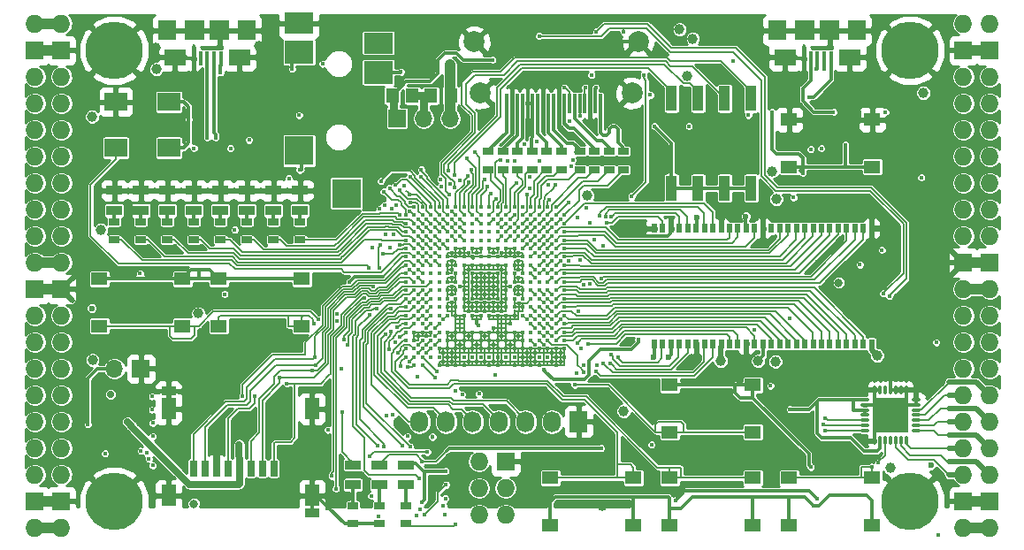
<source format=gtl>
G04 #@! TF.GenerationSoftware,KiCad,Pcbnew,5.0.0+dfsg1-1*
G04 #@! TF.CreationDate,2018-08-10T13:31:35+02:00*
G04 #@! TF.ProjectId,ulx3s,756C7833732E6B696361645F70636200,rev?*
G04 #@! TF.SameCoordinates,Original*
G04 #@! TF.FileFunction,Copper,L1,Top,Signal*
G04 #@! TF.FilePolarity,Positive*
%FSLAX46Y46*%
G04 Gerber Fmt 4.6, Leading zero omitted, Abs format (unit mm)*
G04 Created by KiCad (PCBNEW 5.0.0+dfsg1-1) date Fri Aug 10 13:31:35 2018*
%MOMM*%
%LPD*%
G01*
G04 APERTURE LIST*
G04 #@! TA.AperFunction,BGAPad,CuDef*
%ADD10C,0.400000*%
G04 #@! TD*
G04 #@! TA.AperFunction,SMDPad,CuDef*
%ADD11R,0.300000X1.900000*%
G04 #@! TD*
G04 #@! TA.AperFunction,ComponentPad*
%ADD12C,2.000000*%
G04 #@! TD*
G04 #@! TA.AperFunction,SMDPad,CuDef*
%ADD13R,1.120000X2.440000*%
G04 #@! TD*
G04 #@! TA.AperFunction,SMDPad,CuDef*
%ADD14R,0.560000X0.900000*%
G04 #@! TD*
G04 #@! TA.AperFunction,ComponentPad*
%ADD15O,1.727200X1.727200*%
G04 #@! TD*
G04 #@! TA.AperFunction,ComponentPad*
%ADD16R,1.727200X1.727200*%
G04 #@! TD*
G04 #@! TA.AperFunction,ComponentPad*
%ADD17C,5.500000*%
G04 #@! TD*
G04 #@! TA.AperFunction,SMDPad,CuDef*
%ADD18O,0.850000X0.300000*%
G04 #@! TD*
G04 #@! TA.AperFunction,SMDPad,CuDef*
%ADD19O,0.300000X0.850000*%
G04 #@! TD*
G04 #@! TA.AperFunction,SMDPad,CuDef*
%ADD20R,1.675000X1.675000*%
G04 #@! TD*
G04 #@! TA.AperFunction,ComponentPad*
%ADD21R,1.727200X2.032000*%
G04 #@! TD*
G04 #@! TA.AperFunction,ComponentPad*
%ADD22O,1.727200X2.032000*%
G04 #@! TD*
G04 #@! TA.AperFunction,SMDPad,CuDef*
%ADD23R,2.800000X2.000000*%
G04 #@! TD*
G04 #@! TA.AperFunction,SMDPad,CuDef*
%ADD24R,2.800000X2.200000*%
G04 #@! TD*
G04 #@! TA.AperFunction,SMDPad,CuDef*
%ADD25R,2.800000X2.800000*%
G04 #@! TD*
G04 #@! TA.AperFunction,SMDPad,CuDef*
%ADD26R,0.700000X1.500000*%
G04 #@! TD*
G04 #@! TA.AperFunction,SMDPad,CuDef*
%ADD27R,1.450000X0.900000*%
G04 #@! TD*
G04 #@! TA.AperFunction,SMDPad,CuDef*
%ADD28R,1.450000X2.000000*%
G04 #@! TD*
G04 #@! TA.AperFunction,SMDPad,CuDef*
%ADD29R,2.200000X1.800000*%
G04 #@! TD*
G04 #@! TA.AperFunction,SMDPad,CuDef*
%ADD30R,1.000000X0.670000*%
G04 #@! TD*
G04 #@! TA.AperFunction,SMDPad,CuDef*
%ADD31R,1.500000X0.970000*%
G04 #@! TD*
G04 #@! TA.AperFunction,ComponentPad*
%ADD32R,1.700000X1.700000*%
G04 #@! TD*
G04 #@! TA.AperFunction,ComponentPad*
%ADD33O,1.700000X1.700000*%
G04 #@! TD*
G04 #@! TA.AperFunction,SMDPad,CuDef*
%ADD34R,1.295000X1.400000*%
G04 #@! TD*
G04 #@! TA.AperFunction,SMDPad,CuDef*
%ADD35R,1.800000X1.900000*%
G04 #@! TD*
G04 #@! TA.AperFunction,SMDPad,CuDef*
%ADD36R,0.400000X1.350000*%
G04 #@! TD*
G04 #@! TA.AperFunction,SMDPad,CuDef*
%ADD37R,1.900000X1.900000*%
G04 #@! TD*
G04 #@! TA.AperFunction,SMDPad,CuDef*
%ADD38R,2.100000X1.600000*%
G04 #@! TD*
G04 #@! TA.AperFunction,SMDPad,CuDef*
%ADD39R,1.550000X1.300000*%
G04 #@! TD*
G04 #@! TA.AperFunction,ViaPad*
%ADD40C,2.000000*%
G04 #@! TD*
G04 #@! TA.AperFunction,ViaPad*
%ADD41C,0.419000*%
G04 #@! TD*
G04 #@! TA.AperFunction,ViaPad*
%ADD42C,0.600000*%
G04 #@! TD*
G04 #@! TA.AperFunction,ViaPad*
%ADD43C,1.000000*%
G04 #@! TD*
G04 #@! TA.AperFunction,ViaPad*
%ADD44C,0.800000*%
G04 #@! TD*
G04 #@! TA.AperFunction,ViaPad*
%ADD45C,0.700000*%
G04 #@! TD*
G04 #@! TA.AperFunction,ViaPad*
%ADD46C,0.454000*%
G04 #@! TD*
G04 #@! TA.AperFunction,Conductor*
%ADD47C,0.300000*%
G04 #@! TD*
G04 #@! TA.AperFunction,Conductor*
%ADD48C,0.127000*%
G04 #@! TD*
G04 #@! TA.AperFunction,Conductor*
%ADD49C,0.190000*%
G04 #@! TD*
G04 #@! TA.AperFunction,Conductor*
%ADD50C,0.500000*%
G04 #@! TD*
G04 #@! TA.AperFunction,Conductor*
%ADD51C,1.000000*%
G04 #@! TD*
G04 #@! TA.AperFunction,Conductor*
%ADD52C,0.700000*%
G04 #@! TD*
G04 #@! TA.AperFunction,Conductor*
%ADD53C,0.800000*%
G04 #@! TD*
G04 #@! TA.AperFunction,Conductor*
%ADD54C,0.140000*%
G04 #@! TD*
G04 #@! TA.AperFunction,Conductor*
%ADD55C,0.254000*%
G04 #@! TD*
G04 APERTURE END LIST*
D10*
G04 #@! TO.P,U1,Y19*
G04 #@! TO.N,GND*
X145280000Y-95400000D03*
G04 #@! TO.P,U1,Y17*
X143680000Y-95400000D03*
G04 #@! TO.P,U1,Y16*
X142880000Y-95400000D03*
G04 #@! TO.P,U1,Y15*
X142080000Y-95400000D03*
G04 #@! TO.P,U1,Y14*
X141280000Y-95400000D03*
G04 #@! TO.P,U1,Y12*
X139680000Y-95400000D03*
G04 #@! TO.P,U1,Y11*
X138880000Y-95400000D03*
G04 #@! TO.P,U1,Y8*
X136480000Y-95400000D03*
G04 #@! TO.P,U1,Y7*
X135680000Y-95400000D03*
G04 #@! TO.P,U1,Y6*
X134880000Y-95400000D03*
G04 #@! TO.P,U1,Y5*
X134080000Y-95400000D03*
G04 #@! TO.P,U1,Y3*
G04 #@! TO.N,/flash/FPGA_DONE*
X132480000Y-95400000D03*
G04 #@! TO.P,U1,Y2*
G04 #@! TO.N,/flash/FLASH_nWP*
X131680000Y-95400000D03*
G04 #@! TO.P,U1,W20*
G04 #@! TO.N,GND*
X146080000Y-94600000D03*
G04 #@! TO.P,U1,W19*
X145280000Y-94600000D03*
G04 #@! TO.P,U1,W18*
G04 #@! TO.N,N/C*
X144480000Y-94600000D03*
G04 #@! TO.P,U1,W17*
X143680000Y-94600000D03*
G04 #@! TO.P,U1,W16*
G04 #@! TO.N,GND*
X142880000Y-94600000D03*
G04 #@! TO.P,U1,W15*
X142080000Y-94600000D03*
G04 #@! TO.P,U1,W14*
G04 #@! TO.N,N/C*
X141280000Y-94600000D03*
G04 #@! TO.P,U1,W13*
X140480000Y-94600000D03*
G04 #@! TO.P,U1,W12*
G04 #@! TO.N,GND*
X139680000Y-94600000D03*
G04 #@! TO.P,U1,W11*
G04 #@! TO.N,N/C*
X138880000Y-94600000D03*
G04 #@! TO.P,U1,W10*
X138080000Y-94600000D03*
G04 #@! TO.P,U1,W9*
X137280000Y-94600000D03*
G04 #@! TO.P,U1,W8*
X136480000Y-94600000D03*
G04 #@! TO.P,U1,W7*
G04 #@! TO.N,GND*
X135680000Y-94600000D03*
G04 #@! TO.P,U1,W6*
X134880000Y-94600000D03*
G04 #@! TO.P,U1,W5*
G04 #@! TO.N,N/C*
X134080000Y-94600000D03*
G04 #@! TO.P,U1,W4*
X133280000Y-94600000D03*
G04 #@! TO.P,U1,W3*
G04 #@! TO.N,/flash/FPGA_PROGRAMN*
X132480000Y-94600000D03*
G04 #@! TO.P,U1,W2*
G04 #@! TO.N,/flash/FLASH_MOSI*
X131680000Y-94600000D03*
G04 #@! TO.P,U1,W1*
G04 #@! TO.N,/flash/FLASH_nHOLD*
X130880000Y-94600000D03*
G04 #@! TO.P,U1,V20*
G04 #@! TO.N,GND*
X146080000Y-93800000D03*
G04 #@! TO.P,U1,V19*
X145280000Y-93800000D03*
G04 #@! TO.P,U1,V18*
X144480000Y-93800000D03*
G04 #@! TO.P,U1,V17*
X143680000Y-93800000D03*
G04 #@! TO.P,U1,V16*
X142880000Y-93800000D03*
G04 #@! TO.P,U1,V15*
X142080000Y-93800000D03*
G04 #@! TO.P,U1,V14*
X141280000Y-93800000D03*
G04 #@! TO.P,U1,V13*
X140480000Y-93800000D03*
G04 #@! TO.P,U1,V12*
X139680000Y-93800000D03*
G04 #@! TO.P,U1,V11*
X138880000Y-93800000D03*
G04 #@! TO.P,U1,V10*
X138080000Y-93800000D03*
G04 #@! TO.P,U1,V9*
X137280000Y-93800000D03*
G04 #@! TO.P,U1,V8*
X136480000Y-93800000D03*
G04 #@! TO.P,U1,V7*
X135680000Y-93800000D03*
G04 #@! TO.P,U1,V6*
X134880000Y-93800000D03*
G04 #@! TO.P,U1,V5*
X134080000Y-93800000D03*
G04 #@! TO.P,U1,V4*
G04 #@! TO.N,JTAG_TDO*
X133280000Y-93800000D03*
G04 #@! TO.P,U1,V3*
G04 #@! TO.N,/flash/FPGA_INITN*
X132480000Y-93800000D03*
G04 #@! TO.P,U1,V2*
G04 #@! TO.N,/flash/FLASH_MISO*
X131680000Y-93800000D03*
G04 #@! TO.P,U1,V1*
G04 #@! TO.N,BTN_D*
X130880000Y-93800000D03*
G04 #@! TO.P,U1,U20*
G04 #@! TO.N,SDRAM_D7*
X146080000Y-93000000D03*
G04 #@! TO.P,U1,U19*
G04 #@! TO.N,SDRAM_DQM0*
X145280000Y-93000000D03*
G04 #@! TO.P,U1,U18*
G04 #@! TO.N,GP14*
X144480000Y-93000000D03*
G04 #@! TO.P,U1,U17*
G04 #@! TO.N,GN14*
X143680000Y-93000000D03*
G04 #@! TO.P,U1,U16*
G04 #@! TO.N,ADC_MISO*
X142880000Y-93000000D03*
G04 #@! TO.P,U1,U15*
G04 #@! TO.N,GND*
X142080000Y-93000000D03*
G04 #@! TO.P,U1,U14*
X141280000Y-93000000D03*
G04 #@! TO.P,U1,U13*
X140480000Y-93000000D03*
G04 #@! TO.P,U1,U12*
X139680000Y-93000000D03*
G04 #@! TO.P,U1,U11*
X138880000Y-93000000D03*
G04 #@! TO.P,U1,U10*
X138080000Y-93000000D03*
G04 #@! TO.P,U1,U9*
X137280000Y-93000000D03*
G04 #@! TO.P,U1,U8*
X136480000Y-93000000D03*
G04 #@! TO.P,U1,U7*
X135680000Y-93000000D03*
G04 #@! TO.P,U1,U6*
X134880000Y-93000000D03*
G04 #@! TO.P,U1,U5*
G04 #@! TO.N,JTAG_TMS*
X134080000Y-93000000D03*
G04 #@! TO.P,U1,U4*
G04 #@! TO.N,GND*
X133280000Y-93000000D03*
G04 #@! TO.P,U1,U3*
G04 #@! TO.N,/flash/FLASH_SCK*
X132480000Y-93000000D03*
G04 #@! TO.P,U1,U2*
G04 #@! TO.N,+3V3*
X131680000Y-93000000D03*
G04 #@! TO.P,U1,U1*
G04 #@! TO.N,BTN_L*
X130880000Y-93000000D03*
G04 #@! TO.P,U1,T20*
G04 #@! TO.N,SDRAM_nWE*
X146080000Y-92200000D03*
G04 #@! TO.P,U1,T19*
G04 #@! TO.N,SDRAM_nCAS*
X145280000Y-92200000D03*
G04 #@! TO.P,U1,T18*
G04 #@! TO.N,SDRAM_D5*
X144480000Y-92200000D03*
G04 #@! TO.P,U1,T17*
G04 #@! TO.N,SDRAM_D6*
X143680000Y-92200000D03*
G04 #@! TO.P,U1,T16*
G04 #@! TO.N,N/C*
X142880000Y-92200000D03*
G04 #@! TO.P,U1,T15*
G04 #@! TO.N,GND*
X142080000Y-92200000D03*
G04 #@! TO.P,U1,T14*
X141280000Y-92200000D03*
G04 #@! TO.P,U1,T13*
X140480000Y-92200000D03*
G04 #@! TO.P,U1,T12*
X139680000Y-92200000D03*
G04 #@! TO.P,U1,T11*
X138880000Y-92200000D03*
G04 #@! TO.P,U1,T10*
X138080000Y-92200000D03*
G04 #@! TO.P,U1,T9*
X137280000Y-92200000D03*
G04 #@! TO.P,U1,T8*
X136480000Y-92200000D03*
G04 #@! TO.P,U1,T7*
X135680000Y-92200000D03*
G04 #@! TO.P,U1,T6*
X134880000Y-92200000D03*
G04 #@! TO.P,U1,T5*
G04 #@! TO.N,JTAG_TCK*
X134080000Y-92200000D03*
G04 #@! TO.P,U1,T4*
G04 #@! TO.N,+3V3*
X133280000Y-92200000D03*
G04 #@! TO.P,U1,T3*
X132480000Y-92200000D03*
G04 #@! TO.P,U1,T2*
X131680000Y-92200000D03*
G04 #@! TO.P,U1,T1*
G04 #@! TO.N,BTN_F2*
X130880000Y-92200000D03*
G04 #@! TO.P,U1,R20*
G04 #@! TO.N,SDRAM_nRAS*
X146080000Y-91400000D03*
G04 #@! TO.P,U1,R19*
G04 #@! TO.N,GND*
X145280000Y-91400000D03*
G04 #@! TO.P,U1,R18*
G04 #@! TO.N,BTN_U*
X144480000Y-91400000D03*
G04 #@! TO.P,U1,R17*
G04 #@! TO.N,ADC_CSn*
X143680000Y-91400000D03*
G04 #@! TO.P,U1,R16*
G04 #@! TO.N,ADC_MOSI*
X142880000Y-91400000D03*
G04 #@! TO.P,U1,R5*
G04 #@! TO.N,JTAG_TDI*
X134080000Y-91400000D03*
G04 #@! TO.P,U1,R4*
G04 #@! TO.N,GND*
X133280000Y-91400000D03*
G04 #@! TO.P,U1,R3*
G04 #@! TO.N,N/C*
X132480000Y-91400000D03*
G04 #@! TO.P,U1,R2*
G04 #@! TO.N,/flash/FLASH_nCS*
X131680000Y-91400000D03*
G04 #@! TO.P,U1,R1*
G04 #@! TO.N,BTN_F1*
X130880000Y-91400000D03*
G04 #@! TO.P,U1,P20*
G04 #@! TO.N,SDRAM_nCS*
X146080000Y-90600000D03*
G04 #@! TO.P,U1,P19*
G04 #@! TO.N,SDRAM_BA0*
X145280000Y-90600000D03*
G04 #@! TO.P,U1,P18*
G04 #@! TO.N,SDRAM_D4*
X144480000Y-90600000D03*
G04 #@! TO.P,U1,P17*
G04 #@! TO.N,ADC_SCLK*
X143680000Y-90600000D03*
G04 #@! TO.P,U1,P16*
G04 #@! TO.N,GN15*
X142880000Y-90600000D03*
G04 #@! TO.P,U1,P15*
G04 #@! TO.N,+2V5*
X142080000Y-90600000D03*
G04 #@! TO.P,U1,P14*
G04 #@! TO.N,GND*
X141280000Y-90600000D03*
G04 #@! TO.P,U1,P13*
X140480000Y-90600000D03*
G04 #@! TO.P,U1,P12*
X139680000Y-90600000D03*
G04 #@! TO.P,U1,P11*
X138880000Y-90600000D03*
G04 #@! TO.P,U1,P10*
G04 #@! TO.N,+3V3*
X138080000Y-90600000D03*
G04 #@! TO.P,U1,P9*
X137280000Y-90600000D03*
G04 #@! TO.P,U1,P8*
G04 #@! TO.N,GND*
X136480000Y-90600000D03*
G04 #@! TO.P,U1,P7*
X135680000Y-90600000D03*
G04 #@! TO.P,U1,P6*
G04 #@! TO.N,+2V5*
X134880000Y-90600000D03*
G04 #@! TO.P,U1,P5*
G04 #@! TO.N,N/C*
X134080000Y-90600000D03*
G04 #@! TO.P,U1,P4*
G04 #@! TO.N,OLED_CLK*
X133280000Y-90600000D03*
G04 #@! TO.P,U1,P3*
G04 #@! TO.N,OLED_MOSI*
X132480000Y-90600000D03*
G04 #@! TO.P,U1,P2*
G04 #@! TO.N,OLED_RES*
X131680000Y-90600000D03*
G04 #@! TO.P,U1,P1*
G04 #@! TO.N,OLED_DC*
X130880000Y-90600000D03*
G04 #@! TO.P,U1,N20*
G04 #@! TO.N,SDRAM_BA1*
X146080000Y-89800000D03*
G04 #@! TO.P,U1,N19*
G04 #@! TO.N,SDRAM_A10*
X145280000Y-89800000D03*
G04 #@! TO.P,U1,N18*
G04 #@! TO.N,SDRAM_D3*
X144480000Y-89800000D03*
G04 #@! TO.P,U1,N17*
G04 #@! TO.N,GP15*
X143680000Y-89800000D03*
G04 #@! TO.P,U1,N16*
G04 #@! TO.N,GP16*
X142880000Y-89800000D03*
G04 #@! TO.P,U1,N15*
G04 #@! TO.N,GND*
X142080000Y-89800000D03*
G04 #@! TO.P,U1,N14*
X141280000Y-89800000D03*
G04 #@! TO.P,U1,N13*
G04 #@! TO.N,+1V1*
X140480000Y-89800000D03*
G04 #@! TO.P,U1,N12*
X139680000Y-89800000D03*
G04 #@! TO.P,U1,N11*
X138880000Y-89800000D03*
G04 #@! TO.P,U1,N10*
X138080000Y-89800000D03*
G04 #@! TO.P,U1,N9*
X137280000Y-89800000D03*
G04 #@! TO.P,U1,N8*
X136480000Y-89800000D03*
G04 #@! TO.P,U1,N7*
G04 #@! TO.N,GND*
X135680000Y-89800000D03*
G04 #@! TO.P,U1,N6*
X134880000Y-89800000D03*
G04 #@! TO.P,U1,N5*
G04 #@! TO.N,N/C*
X134080000Y-89800000D03*
G04 #@! TO.P,U1,N4*
G04 #@! TO.N,WIFI_GPIO5*
X133280000Y-89800000D03*
G04 #@! TO.P,U1,N3*
G04 #@! TO.N,WIFI_GPIO17*
X132480000Y-89800000D03*
G04 #@! TO.P,U1,N2*
G04 #@! TO.N,OLED_CS*
X131680000Y-89800000D03*
G04 #@! TO.P,U1,N1*
G04 #@! TO.N,FTDI_nDTR*
X130880000Y-89800000D03*
G04 #@! TO.P,U1,M20*
G04 #@! TO.N,SDRAM_A0*
X146080000Y-89000000D03*
G04 #@! TO.P,U1,M19*
G04 #@! TO.N,SDRAM_A1*
X145280000Y-89000000D03*
G04 #@! TO.P,U1,M18*
G04 #@! TO.N,SDRAM_D2*
X144480000Y-89000000D03*
G04 #@! TO.P,U1,M17*
G04 #@! TO.N,GN16*
X143680000Y-89000000D03*
G04 #@! TO.P,U1,M16*
G04 #@! TO.N,GND*
X142880000Y-89000000D03*
G04 #@! TO.P,U1,M15*
G04 #@! TO.N,+3V3*
X142080000Y-89000000D03*
G04 #@! TO.P,U1,M14*
G04 #@! TO.N,GND*
X141280000Y-89000000D03*
G04 #@! TO.P,U1,M13*
G04 #@! TO.N,+1V1*
X140480000Y-89000000D03*
G04 #@! TO.P,U1,M12*
G04 #@! TO.N,GND*
X139680000Y-89000000D03*
G04 #@! TO.P,U1,M11*
X138880000Y-89000000D03*
G04 #@! TO.P,U1,M10*
X138080000Y-89000000D03*
G04 #@! TO.P,U1,M9*
X137280000Y-89000000D03*
G04 #@! TO.P,U1,M8*
G04 #@! TO.N,+1V1*
X136480000Y-89000000D03*
G04 #@! TO.P,U1,M7*
G04 #@! TO.N,GND*
X135680000Y-89000000D03*
G04 #@! TO.P,U1,M6*
G04 #@! TO.N,+3V3*
X134880000Y-89000000D03*
G04 #@! TO.P,U1,M5*
G04 #@! TO.N,N/C*
X134080000Y-89000000D03*
G04 #@! TO.P,U1,M4*
G04 #@! TO.N,USER_PROGRAMN*
X133280000Y-89000000D03*
G04 #@! TO.P,U1,M3*
G04 #@! TO.N,FTDI_nRTS*
X132480000Y-89000000D03*
G04 #@! TO.P,U1,M2*
G04 #@! TO.N,GND*
X131680000Y-89000000D03*
G04 #@! TO.P,U1,M1*
G04 #@! TO.N,FTDI_TXD*
X130880000Y-89000000D03*
G04 #@! TO.P,U1,L20*
G04 #@! TO.N,SDRAM_A2*
X146080000Y-88200000D03*
G04 #@! TO.P,U1,L19*
G04 #@! TO.N,SDRAM_A3*
X145280000Y-88200000D03*
G04 #@! TO.P,U1,L18*
G04 #@! TO.N,SDRAM_D1*
X144480000Y-88200000D03*
G04 #@! TO.P,U1,L17*
G04 #@! TO.N,GN17*
X143680000Y-88200000D03*
G04 #@! TO.P,U1,L16*
G04 #@! TO.N,GP17*
X142880000Y-88200000D03*
G04 #@! TO.P,U1,L15*
G04 #@! TO.N,+3V3*
X142080000Y-88200000D03*
G04 #@! TO.P,U1,L14*
X141280000Y-88200000D03*
G04 #@! TO.P,U1,L13*
G04 #@! TO.N,+1V1*
X140480000Y-88200000D03*
G04 #@! TO.P,U1,L12*
G04 #@! TO.N,GND*
X139680000Y-88200000D03*
G04 #@! TO.P,U1,L11*
X138880000Y-88200000D03*
G04 #@! TO.P,U1,L10*
X138080000Y-88200000D03*
G04 #@! TO.P,U1,L9*
X137280000Y-88200000D03*
G04 #@! TO.P,U1,L8*
G04 #@! TO.N,+1V1*
X136480000Y-88200000D03*
G04 #@! TO.P,U1,L7*
G04 #@! TO.N,+3V3*
X135680000Y-88200000D03*
G04 #@! TO.P,U1,L6*
X134880000Y-88200000D03*
G04 #@! TO.P,U1,L5*
G04 #@! TO.N,N/C*
X134080000Y-88200000D03*
G04 #@! TO.P,U1,L4*
G04 #@! TO.N,FTDI_RXD*
X133280000Y-88200000D03*
G04 #@! TO.P,U1,L3*
G04 #@! TO.N,FTDI_TXDEN*
X132480000Y-88200000D03*
G04 #@! TO.P,U1,L2*
G04 #@! TO.N,WIFI_GPIO0*
X131680000Y-88200000D03*
G04 #@! TO.P,U1,L1*
G04 #@! TO.N,WIFI_GPIO16*
X130880000Y-88200000D03*
G04 #@! TO.P,U1,K20*
G04 #@! TO.N,SDRAM_A4*
X146080000Y-87400000D03*
G04 #@! TO.P,U1,K19*
G04 #@! TO.N,SDRAM_A5*
X145280000Y-87400000D03*
G04 #@! TO.P,U1,K18*
G04 #@! TO.N,SDRAM_A6*
X144480000Y-87400000D03*
G04 #@! TO.P,U1,K17*
G04 #@! TO.N,N/C*
X143680000Y-87400000D03*
G04 #@! TO.P,U1,K16*
X142880000Y-87400000D03*
G04 #@! TO.P,U1,K15*
G04 #@! TO.N,GND*
X142080000Y-87400000D03*
G04 #@! TO.P,U1,K14*
X141280000Y-87400000D03*
G04 #@! TO.P,U1,K13*
G04 #@! TO.N,+1V1*
X140480000Y-87400000D03*
G04 #@! TO.P,U1,K12*
G04 #@! TO.N,GND*
X139680000Y-87400000D03*
G04 #@! TO.P,U1,K11*
X138880000Y-87400000D03*
G04 #@! TO.P,U1,K10*
X138080000Y-87400000D03*
G04 #@! TO.P,U1,K9*
X137280000Y-87400000D03*
G04 #@! TO.P,U1,K8*
G04 #@! TO.N,+1V1*
X136480000Y-87400000D03*
G04 #@! TO.P,U1,K7*
G04 #@! TO.N,GND*
X135680000Y-87400000D03*
G04 #@! TO.P,U1,K6*
X134880000Y-87400000D03*
G04 #@! TO.P,U1,K5*
G04 #@! TO.N,N/C*
X134080000Y-87400000D03*
G04 #@! TO.P,U1,K4*
G04 #@! TO.N,WIFI_TXD*
X133280000Y-87400000D03*
G04 #@! TO.P,U1,K3*
G04 #@! TO.N,WIFI_RXD*
X132480000Y-87400000D03*
G04 #@! TO.P,U1,K2*
G04 #@! TO.N,SD_D3*
X131680000Y-87400000D03*
G04 #@! TO.P,U1,K1*
G04 #@! TO.N,SD_D2*
X130880000Y-87400000D03*
G04 #@! TO.P,U1,J20*
G04 #@! TO.N,SDRAM_A7*
X146080000Y-86600000D03*
G04 #@! TO.P,U1,J19*
G04 #@! TO.N,SDRAM_A8*
X145280000Y-86600000D03*
G04 #@! TO.P,U1,J18*
G04 #@! TO.N,SDRAM_D14*
X144480000Y-86600000D03*
G04 #@! TO.P,U1,J17*
G04 #@! TO.N,SDRAM_D15*
X143680000Y-86600000D03*
G04 #@! TO.P,U1,J16*
G04 #@! TO.N,SDRAM_D0*
X142880000Y-86600000D03*
G04 #@! TO.P,U1,J15*
G04 #@! TO.N,+3V3*
X142080000Y-86600000D03*
G04 #@! TO.P,U1,J14*
G04 #@! TO.N,GND*
X141280000Y-86600000D03*
G04 #@! TO.P,U1,J13*
G04 #@! TO.N,+1V1*
X140480000Y-86600000D03*
G04 #@! TO.P,U1,J12*
G04 #@! TO.N,GND*
X139680000Y-86600000D03*
G04 #@! TO.P,U1,J11*
X138880000Y-86600000D03*
G04 #@! TO.P,U1,J10*
X138080000Y-86600000D03*
G04 #@! TO.P,U1,J9*
X137280000Y-86600000D03*
G04 #@! TO.P,U1,J8*
G04 #@! TO.N,+1V1*
X136480000Y-86600000D03*
G04 #@! TO.P,U1,J7*
G04 #@! TO.N,GND*
X135680000Y-86600000D03*
G04 #@! TO.P,U1,J6*
G04 #@! TO.N,2V5_3V3*
X134880000Y-86600000D03*
G04 #@! TO.P,U1,J5*
G04 #@! TO.N,N/C*
X134080000Y-86600000D03*
G04 #@! TO.P,U1,J4*
X133280000Y-86600000D03*
G04 #@! TO.P,U1,J3*
G04 #@! TO.N,SD_D0*
X132480000Y-86600000D03*
G04 #@! TO.P,U1,J2*
G04 #@! TO.N,GND*
X131680000Y-86600000D03*
G04 #@! TO.P,U1,J1*
G04 #@! TO.N,SD_CMD*
X130880000Y-86600000D03*
G04 #@! TO.P,U1,H20*
G04 #@! TO.N,SDRAM_A9*
X146080000Y-85800000D03*
G04 #@! TO.P,U1,H19*
G04 #@! TO.N,GND*
X145280000Y-85800000D03*
G04 #@! TO.P,U1,H18*
G04 #@! TO.N,GP18*
X144480000Y-85800000D03*
G04 #@! TO.P,U1,H17*
G04 #@! TO.N,GN18*
X143680000Y-85800000D03*
G04 #@! TO.P,U1,H16*
G04 #@! TO.N,BTN_R*
X142880000Y-85800000D03*
G04 #@! TO.P,U1,H15*
G04 #@! TO.N,+3V3*
X142080000Y-85800000D03*
G04 #@! TO.P,U1,H14*
X141280000Y-85800000D03*
G04 #@! TO.P,U1,H13*
G04 #@! TO.N,+1V1*
X140480000Y-85800000D03*
G04 #@! TO.P,U1,H12*
X139680000Y-85800000D03*
G04 #@! TO.P,U1,H11*
X138880000Y-85800000D03*
G04 #@! TO.P,U1,H10*
X138080000Y-85800000D03*
G04 #@! TO.P,U1,H9*
X137280000Y-85800000D03*
G04 #@! TO.P,U1,H8*
X136480000Y-85800000D03*
G04 #@! TO.P,U1,H7*
G04 #@! TO.N,2V5_3V3*
X135680000Y-85800000D03*
G04 #@! TO.P,U1,H6*
X134880000Y-85800000D03*
G04 #@! TO.P,U1,H5*
G04 #@! TO.N,AUDIO_V0*
X134080000Y-85800000D03*
G04 #@! TO.P,U1,H4*
G04 #@! TO.N,GP13*
X133280000Y-85800000D03*
G04 #@! TO.P,U1,H3*
G04 #@! TO.N,LED7*
X132480000Y-85800000D03*
G04 #@! TO.P,U1,H2*
G04 #@! TO.N,SD_CLK*
X131680000Y-85800000D03*
G04 #@! TO.P,U1,H1*
G04 #@! TO.N,SD_D1*
X130880000Y-85800000D03*
G04 #@! TO.P,U1,G20*
G04 #@! TO.N,SDRAM_A11*
X146080000Y-85000000D03*
G04 #@! TO.P,U1,G19*
G04 #@! TO.N,SDRAM_A12*
X145280000Y-85000000D03*
G04 #@! TO.P,U1,G18*
G04 #@! TO.N,GN19*
X144480000Y-85000000D03*
G04 #@! TO.P,U1,G17*
G04 #@! TO.N,GND*
X143680000Y-85000000D03*
G04 #@! TO.P,U1,G16*
G04 #@! TO.N,SHUTDOWN*
X142880000Y-85000000D03*
G04 #@! TO.P,U1,G15*
G04 #@! TO.N,GND*
X142080000Y-85000000D03*
G04 #@! TO.P,U1,G14*
X141280000Y-85000000D03*
G04 #@! TO.P,U1,G13*
X140480000Y-85000000D03*
G04 #@! TO.P,U1,G12*
X139680000Y-85000000D03*
G04 #@! TO.P,U1,G11*
X138880000Y-85000000D03*
G04 #@! TO.P,U1,G10*
X138080000Y-85000000D03*
G04 #@! TO.P,U1,G9*
X137280000Y-85000000D03*
G04 #@! TO.P,U1,G8*
X136480000Y-85000000D03*
G04 #@! TO.P,U1,G7*
X135680000Y-85000000D03*
G04 #@! TO.P,U1,G6*
X134880000Y-85000000D03*
G04 #@! TO.P,U1,G5*
G04 #@! TO.N,GN13*
X134080000Y-85000000D03*
G04 #@! TO.P,U1,G4*
G04 #@! TO.N,GND*
X133280000Y-85000000D03*
G04 #@! TO.P,U1,G3*
G04 #@! TO.N,GP12*
X132480000Y-85000000D03*
G04 #@! TO.P,U1,G2*
G04 #@! TO.N,CLK_25MHz*
X131680000Y-85000000D03*
G04 #@! TO.P,U1,G1*
G04 #@! TO.N,/usb/ANT_433MHz*
X130880000Y-85000000D03*
G04 #@! TO.P,U1,F20*
G04 #@! TO.N,SDRAM_CKE*
X146080000Y-84200000D03*
G04 #@! TO.P,U1,F19*
G04 #@! TO.N,SDRAM_CLK*
X145280000Y-84200000D03*
G04 #@! TO.P,U1,F18*
G04 #@! TO.N,SDRAM_D13*
X144480000Y-84200000D03*
G04 #@! TO.P,U1,F17*
G04 #@! TO.N,GP19*
X143680000Y-84200000D03*
G04 #@! TO.P,U1,F16*
G04 #@! TO.N,USB_FPGA_D-*
X142880000Y-84200000D03*
G04 #@! TO.P,U1,F15*
G04 #@! TO.N,+2V5*
X142080000Y-84200000D03*
G04 #@! TO.P,U1,F14*
G04 #@! TO.N,GND*
X141280000Y-84200000D03*
G04 #@! TO.P,U1,F13*
X140480000Y-84200000D03*
G04 #@! TO.P,U1,F12*
G04 #@! TO.N,+3V3*
X139680000Y-84200000D03*
G04 #@! TO.P,U1,F11*
X138880000Y-84200000D03*
G04 #@! TO.P,U1,F10*
G04 #@! TO.N,2V5_3V3*
X138080000Y-84200000D03*
G04 #@! TO.P,U1,F9*
X137280000Y-84200000D03*
G04 #@! TO.P,U1,F8*
G04 #@! TO.N,GND*
X136480000Y-84200000D03*
G04 #@! TO.P,U1,F7*
X135680000Y-84200000D03*
G04 #@! TO.P,U1,F6*
G04 #@! TO.N,+2V5*
X134880000Y-84200000D03*
G04 #@! TO.P,U1,F5*
G04 #@! TO.N,AUDIO_V2*
X134080000Y-84200000D03*
G04 #@! TO.P,U1,F4*
G04 #@! TO.N,GP11*
X133280000Y-84200000D03*
G04 #@! TO.P,U1,F3*
G04 #@! TO.N,GN12*
X132480000Y-84200000D03*
G04 #@! TO.P,U1,F2*
G04 #@! TO.N,AUDIO_V1*
X131680000Y-84200000D03*
G04 #@! TO.P,U1,F1*
G04 #@! TO.N,WIFI_EN*
X130880000Y-84200000D03*
G04 #@! TO.P,U1,E20*
G04 #@! TO.N,SDRAM_DQM1*
X146080000Y-83400000D03*
G04 #@! TO.P,U1,E19*
G04 #@! TO.N,SDRAM_D8*
X145280000Y-83400000D03*
G04 #@! TO.P,U1,E18*
G04 #@! TO.N,SDRAM_D12*
X144480000Y-83400000D03*
G04 #@! TO.P,U1,E17*
G04 #@! TO.N,GN20*
X143680000Y-83400000D03*
G04 #@! TO.P,U1,E16*
G04 #@! TO.N,USB_FPGA_D+*
X142880000Y-83400000D03*
G04 #@! TO.P,U1,E15*
G04 #@! TO.N,USB_FPGA_D-*
X142080000Y-83400000D03*
G04 #@! TO.P,U1,E14*
G04 #@! TO.N,GN25*
X141280000Y-83400000D03*
G04 #@! TO.P,U1,E13*
G04 #@! TO.N,GN27*
X140480000Y-83400000D03*
G04 #@! TO.P,U1,E12*
G04 #@! TO.N,FPDI_SCL*
X139680000Y-83400000D03*
G04 #@! TO.P,U1,E11*
G04 #@! TO.N,N/C*
X138880000Y-83400000D03*
G04 #@! TO.P,U1,E10*
X138080000Y-83400000D03*
G04 #@! TO.P,U1,E9*
X137280000Y-83400000D03*
G04 #@! TO.P,U1,E8*
G04 #@! TO.N,SW1*
X136480000Y-83400000D03*
G04 #@! TO.P,U1,E7*
G04 #@! TO.N,SW4*
X135680000Y-83400000D03*
G04 #@! TO.P,U1,E6*
G04 #@! TO.N,N/C*
X134880000Y-83400000D03*
G04 #@! TO.P,U1,E5*
G04 #@! TO.N,AUDIO_V3*
X134080000Y-83400000D03*
G04 #@! TO.P,U1,E4*
G04 #@! TO.N,AUDIO_L0*
X133280000Y-83400000D03*
G04 #@! TO.P,U1,E3*
G04 #@! TO.N,GN11*
X132480000Y-83400000D03*
G04 #@! TO.P,U1,E2*
G04 #@! TO.N,LED5*
X131680000Y-83400000D03*
G04 #@! TO.P,U1,E1*
G04 #@! TO.N,LED6*
X130880000Y-83400000D03*
G04 #@! TO.P,U1,D20*
G04 #@! TO.N,SDRAM_D9*
X146080000Y-82600000D03*
G04 #@! TO.P,U1,D19*
G04 #@! TO.N,SDRAM_D10*
X145280000Y-82600000D03*
G04 #@! TO.P,U1,D18*
G04 #@! TO.N,GP20*
X144480000Y-82600000D03*
G04 #@! TO.P,U1,D17*
G04 #@! TO.N,GN21*
X143680000Y-82600000D03*
G04 #@! TO.P,U1,D16*
G04 #@! TO.N,GN24*
X142880000Y-82600000D03*
G04 #@! TO.P,U1,D15*
G04 #@! TO.N,USB_FPGA_D+*
X142080000Y-82600000D03*
G04 #@! TO.P,U1,D14*
G04 #@! TO.N,GP25*
X141280000Y-82600000D03*
G04 #@! TO.P,U1,D13*
G04 #@! TO.N,GP27*
X140480000Y-82600000D03*
G04 #@! TO.P,U1,D12*
G04 #@! TO.N,N/C*
X139680000Y-82600000D03*
G04 #@! TO.P,U1,D11*
X138880000Y-82600000D03*
G04 #@! TO.P,U1,D10*
X138080000Y-82600000D03*
G04 #@! TO.P,U1,D9*
X137280000Y-82600000D03*
G04 #@! TO.P,U1,D8*
G04 #@! TO.N,SW2*
X136480000Y-82600000D03*
G04 #@! TO.P,U1,D7*
G04 #@! TO.N,SW3*
X135680000Y-82600000D03*
G04 #@! TO.P,U1,D6*
G04 #@! TO.N,BTN_PWRn*
X134880000Y-82600000D03*
G04 #@! TO.P,U1,D5*
G04 #@! TO.N,AUDIO_R2*
X134080000Y-82600000D03*
G04 #@! TO.P,U1,D4*
G04 #@! TO.N,GND*
X133280000Y-82600000D03*
G04 #@! TO.P,U1,D3*
G04 #@! TO.N,AUDIO_L1*
X132480000Y-82600000D03*
G04 #@! TO.P,U1,D2*
G04 #@! TO.N,LED3*
X131680000Y-82600000D03*
G04 #@! TO.P,U1,D1*
G04 #@! TO.N,LED4*
X130880000Y-82600000D03*
G04 #@! TO.P,U1,C20*
G04 #@! TO.N,SDRAM_D11*
X146080000Y-81800000D03*
G04 #@! TO.P,U1,C19*
G04 #@! TO.N,GND*
X145280000Y-81800000D03*
G04 #@! TO.P,U1,C18*
G04 #@! TO.N,GP21*
X144480000Y-81800000D03*
G04 #@! TO.P,U1,C17*
G04 #@! TO.N,GN23*
X143680000Y-81800000D03*
G04 #@! TO.P,U1,C16*
G04 #@! TO.N,GP24*
X142880000Y-81800000D03*
G04 #@! TO.P,U1,C15*
G04 #@! TO.N,GN22*
X142080000Y-81800000D03*
G04 #@! TO.P,U1,C14*
G04 #@! TO.N,FPDI_D1-*
X141280000Y-81800000D03*
G04 #@! TO.P,U1,C13*
G04 #@! TO.N,GN26*
X140480000Y-81800000D03*
G04 #@! TO.P,U1,C12*
G04 #@! TO.N,USB_FPGA_PULL_D-*
X139680000Y-81800000D03*
G04 #@! TO.P,U1,C11*
G04 #@! TO.N,GN0*
X138880000Y-81800000D03*
G04 #@! TO.P,U1,C10*
G04 #@! TO.N,GN3*
X138080000Y-81800000D03*
G04 #@! TO.P,U1,C9*
G04 #@! TO.N,N/C*
X137280000Y-81800000D03*
G04 #@! TO.P,U1,C8*
G04 #@! TO.N,GP5*
X136480000Y-81800000D03*
G04 #@! TO.P,U1,C7*
G04 #@! TO.N,GN6*
X135680000Y-81800000D03*
G04 #@! TO.P,U1,C6*
G04 #@! TO.N,GP6*
X134880000Y-81800000D03*
G04 #@! TO.P,U1,C5*
G04 #@! TO.N,AUDIO_R3*
X134080000Y-81800000D03*
G04 #@! TO.P,U1,C4*
G04 #@! TO.N,GP10*
X133280000Y-81800000D03*
G04 #@! TO.P,U1,C3*
G04 #@! TO.N,AUDIO_L2*
X132480000Y-81800000D03*
G04 #@! TO.P,U1,C2*
G04 #@! TO.N,LED1*
X131680000Y-81800000D03*
G04 #@! TO.P,U1,C1*
G04 #@! TO.N,LED2*
X130880000Y-81800000D03*
G04 #@! TO.P,U1,B20*
G04 #@! TO.N,FPDI_ETH-*
X146080000Y-81000000D03*
G04 #@! TO.P,U1,B19*
G04 #@! TO.N,FPDI_SDA*
X145280000Y-81000000D03*
G04 #@! TO.P,U1,B18*
G04 #@! TO.N,FPDI_CLK-*
X144480000Y-81000000D03*
G04 #@! TO.P,U1,B17*
G04 #@! TO.N,GP23*
X143680000Y-81000000D03*
G04 #@! TO.P,U1,B16*
G04 #@! TO.N,FPDI_D0-*
X142880000Y-81000000D03*
G04 #@! TO.P,U1,B15*
G04 #@! TO.N,GP22*
X142080000Y-81000000D03*
G04 #@! TO.P,U1,B14*
G04 #@! TO.N,GND*
X141280000Y-81000000D03*
G04 #@! TO.P,U1,B13*
G04 #@! TO.N,GP26*
X140480000Y-81000000D03*
G04 #@! TO.P,U1,B12*
G04 #@! TO.N,USB_FPGA_PULL_D+*
X139680000Y-81000000D03*
G04 #@! TO.P,U1,B11*
G04 #@! TO.N,GP0*
X138880000Y-81000000D03*
G04 #@! TO.P,U1,B10*
G04 #@! TO.N,GN2*
X138080000Y-81000000D03*
G04 #@! TO.P,U1,B9*
G04 #@! TO.N,GP3*
X137280000Y-81000000D03*
G04 #@! TO.P,U1,B8*
G04 #@! TO.N,GN5*
X136480000Y-81000000D03*
G04 #@! TO.P,U1,B7*
G04 #@! TO.N,GND*
X135680000Y-81000000D03*
G04 #@! TO.P,U1,B6*
G04 #@! TO.N,GN7*
X134880000Y-81000000D03*
G04 #@! TO.P,U1,B5*
G04 #@! TO.N,AUDIO_R1*
X134080000Y-81000000D03*
G04 #@! TO.P,U1,B4*
G04 #@! TO.N,GN10*
X133280000Y-81000000D03*
G04 #@! TO.P,U1,B3*
G04 #@! TO.N,AUDIO_L3*
X132480000Y-81000000D03*
G04 #@! TO.P,U1,B2*
G04 #@! TO.N,LED0*
X131680000Y-81000000D03*
G04 #@! TO.P,U1,B1*
G04 #@! TO.N,GN9*
X130880000Y-81000000D03*
G04 #@! TO.P,U1,A19*
G04 #@! TO.N,FPDI_ETH+*
X145280000Y-80200000D03*
G04 #@! TO.P,U1,A18*
G04 #@! TO.N,/gpdi/FPDI_CEC*
X144480000Y-80200000D03*
G04 #@! TO.P,U1,A17*
G04 #@! TO.N,FPDI_CLK+*
X143680000Y-80200000D03*
G04 #@! TO.P,U1,A16*
G04 #@! TO.N,FPDI_D0+*
X142880000Y-80200000D03*
G04 #@! TO.P,U1,A15*
G04 #@! TO.N,N/C*
X142080000Y-80200000D03*
G04 #@! TO.P,U1,A14*
G04 #@! TO.N,FPDI_D1+*
X141280000Y-80200000D03*
G04 #@! TO.P,U1,A13*
G04 #@! TO.N,FPDI_D2-*
X140480000Y-80200000D03*
G04 #@! TO.P,U1,A12*
G04 #@! TO.N,FPDI_D2+*
X139680000Y-80200000D03*
G04 #@! TO.P,U1,A11*
G04 #@! TO.N,GN1*
X138880000Y-80200000D03*
G04 #@! TO.P,U1,A10*
G04 #@! TO.N,GP1*
X138080000Y-80200000D03*
G04 #@! TO.P,U1,A9*
G04 #@! TO.N,GP2*
X137280000Y-80200000D03*
G04 #@! TO.P,U1,A8*
G04 #@! TO.N,GN4*
X136480000Y-80200000D03*
G04 #@! TO.P,U1,A7*
G04 #@! TO.N,GP4*
X135680000Y-80200000D03*
G04 #@! TO.P,U1,A6*
G04 #@! TO.N,GP7*
X134880000Y-80200000D03*
G04 #@! TO.P,U1,A5*
G04 #@! TO.N,GN8*
X134080000Y-80200000D03*
G04 #@! TO.P,U1,A4*
G04 #@! TO.N,GP8*
X133280000Y-80200000D03*
G04 #@! TO.P,U1,A3*
G04 #@! TO.N,AUDIO_R0*
X132480000Y-80200000D03*
G04 #@! TO.P,U1,A2*
G04 #@! TO.N,GP9*
X131680000Y-80200000D03*
G04 #@! TD*
D11*
G04 #@! TO.P,GPDI1,19*
G04 #@! TO.N,/gpdi/GPDI_ETH-*
X149546000Y-70312000D03*
G04 #@! TO.P,GPDI1,18*
G04 #@! TO.N,+5V*
X149046000Y-70312000D03*
G04 #@! TO.P,GPDI1,17*
G04 #@! TO.N,GND*
X148546000Y-70312000D03*
G04 #@! TO.P,GPDI1,16*
G04 #@! TO.N,GPDI_SDA*
X148046000Y-70312000D03*
G04 #@! TO.P,GPDI1,15*
G04 #@! TO.N,GPDI_SCL*
X147546000Y-70312000D03*
G04 #@! TO.P,GPDI1,14*
G04 #@! TO.N,/gpdi/GPDI_ETH+*
X147046000Y-70312000D03*
G04 #@! TO.P,GPDI1,13*
G04 #@! TO.N,GPDI_CEC*
X146546000Y-70312000D03*
G04 #@! TO.P,GPDI1,12*
G04 #@! TO.N,/gpdi/GPDI_CLK-*
X146046000Y-70312000D03*
G04 #@! TO.P,GPDI1,11*
G04 #@! TO.N,GND*
X145546000Y-70312000D03*
G04 #@! TO.P,GPDI1,10*
G04 #@! TO.N,/gpdi/GPDI_CLK+*
X145046000Y-70312000D03*
G04 #@! TO.P,GPDI1,9*
G04 #@! TO.N,/gpdi/GPDI_D0-*
X144546000Y-70312000D03*
G04 #@! TO.P,GPDI1,8*
G04 #@! TO.N,GND*
X144046000Y-70312000D03*
G04 #@! TO.P,GPDI1,7*
G04 #@! TO.N,/gpdi/GPDI_D0+*
X143546000Y-70312000D03*
G04 #@! TO.P,GPDI1,6*
G04 #@! TO.N,/gpdi/GPDI_D1-*
X143046000Y-70312000D03*
G04 #@! TO.P,GPDI1,5*
G04 #@! TO.N,GND*
X142546000Y-70312000D03*
G04 #@! TO.P,GPDI1,4*
G04 #@! TO.N,/gpdi/GPDI_D1+*
X142046000Y-70312000D03*
G04 #@! TO.P,GPDI1,3*
G04 #@! TO.N,/gpdi/GPDI_D2-*
X141546000Y-70312000D03*
G04 #@! TO.P,GPDI1,2*
G04 #@! TO.N,GND*
X141046000Y-70312000D03*
G04 #@! TO.P,GPDI1,1*
G04 #@! TO.N,/gpdi/GPDI_D2+*
X140546000Y-70312000D03*
D12*
G04 #@! TO.P,GPDI1,0*
G04 #@! TO.N,GND*
X152546000Y-69312000D03*
X138046000Y-69312000D03*
X153146000Y-64412000D03*
X137446000Y-64412000D03*
G04 #@! TD*
D13*
G04 #@! TO.P,SW1,8*
G04 #@! TO.N,SW1*
X156330000Y-69815000D03*
G04 #@! TO.P,SW1,4*
G04 #@! TO.N,/blinkey/SWPU*
X163950000Y-78425000D03*
G04 #@! TO.P,SW1,7*
G04 #@! TO.N,SW2*
X158870000Y-69815000D03*
G04 #@! TO.P,SW1,3*
G04 #@! TO.N,/blinkey/SWPU*
X161410000Y-78425000D03*
G04 #@! TO.P,SW1,6*
G04 #@! TO.N,SW3*
X161410000Y-69815000D03*
G04 #@! TO.P,SW1,2*
G04 #@! TO.N,/blinkey/SWPU*
X158870000Y-78425000D03*
G04 #@! TO.P,SW1,5*
G04 #@! TO.N,SW4*
X163950000Y-69815000D03*
G04 #@! TO.P,SW1,1*
G04 #@! TO.N,/blinkey/SWPU*
X156330000Y-78425000D03*
G04 #@! TD*
D14*
G04 #@! TO.P,U2,28*
G04 #@! TO.N,GND*
X175493000Y-82270000D03*
G04 #@! TO.P,U2,1*
G04 #@! TO.N,+3V3*
X154693000Y-93330000D03*
G04 #@! TO.P,U2,2*
G04 #@! TO.N,SDRAM_D0*
X155493000Y-93330000D03*
G04 #@! TO.P,U2,3*
G04 #@! TO.N,+3V3*
X156293000Y-93330000D03*
G04 #@! TO.P,U2,4*
G04 #@! TO.N,SDRAM_D1*
X157093000Y-93330000D03*
G04 #@! TO.P,U2,5*
G04 #@! TO.N,SDRAM_D2*
X157893000Y-93330000D03*
G04 #@! TO.P,U2,6*
G04 #@! TO.N,GND*
X158693000Y-93330000D03*
G04 #@! TO.P,U2,7*
G04 #@! TO.N,SDRAM_D3*
X159493000Y-93330000D03*
G04 #@! TO.P,U2,8*
G04 #@! TO.N,SDRAM_D4*
X160293000Y-93330000D03*
G04 #@! TO.P,U2,9*
G04 #@! TO.N,+3V3*
X161093000Y-93330000D03*
G04 #@! TO.P,U2,10*
G04 #@! TO.N,SDRAM_D5*
X161893000Y-93330000D03*
G04 #@! TO.P,U2,11*
G04 #@! TO.N,SDRAM_D6*
X162693000Y-93330000D03*
G04 #@! TO.P,U2,12*
G04 #@! TO.N,GND*
X163493000Y-93330000D03*
G04 #@! TO.P,U2,13*
G04 #@! TO.N,SDRAM_D7*
X164293000Y-93330000D03*
G04 #@! TO.P,U2,14*
G04 #@! TO.N,+3V3*
X165093000Y-93330000D03*
G04 #@! TO.P,U2,15*
G04 #@! TO.N,SDRAM_DQM0*
X165893000Y-93330000D03*
G04 #@! TO.P,U2,16*
G04 #@! TO.N,SDRAM_nWE*
X166693000Y-93330000D03*
G04 #@! TO.P,U2,17*
G04 #@! TO.N,SDRAM_nCAS*
X167493000Y-93330000D03*
G04 #@! TO.P,U2,18*
G04 #@! TO.N,SDRAM_nRAS*
X168293000Y-93330000D03*
G04 #@! TO.P,U2,19*
G04 #@! TO.N,SDRAM_nCS*
X169093000Y-93330000D03*
G04 #@! TO.P,U2,20*
G04 #@! TO.N,SDRAM_BA0*
X169893000Y-93330000D03*
G04 #@! TO.P,U2,21*
G04 #@! TO.N,SDRAM_BA1*
X170693000Y-93330000D03*
G04 #@! TO.P,U2,22*
G04 #@! TO.N,SDRAM_A10*
X171493000Y-93330000D03*
G04 #@! TO.P,U2,23*
G04 #@! TO.N,SDRAM_A0*
X172293000Y-93330000D03*
G04 #@! TO.P,U2,24*
G04 #@! TO.N,SDRAM_A1*
X173093000Y-93330000D03*
G04 #@! TO.P,U2,25*
G04 #@! TO.N,SDRAM_A2*
X173893000Y-93330000D03*
G04 #@! TO.P,U2,26*
G04 #@! TO.N,SDRAM_A3*
X174693000Y-93330000D03*
G04 #@! TO.P,U2,27*
G04 #@! TO.N,+3V3*
X175493000Y-93330000D03*
G04 #@! TO.P,U2,29*
G04 #@! TO.N,SDRAM_A4*
X174693000Y-82270000D03*
G04 #@! TO.P,U2,30*
G04 #@! TO.N,SDRAM_A5*
X173893000Y-82270000D03*
G04 #@! TO.P,U2,31*
G04 #@! TO.N,SDRAM_A6*
X173093000Y-82270000D03*
G04 #@! TO.P,U2,32*
G04 #@! TO.N,SDRAM_A7*
X172293000Y-82270000D03*
G04 #@! TO.P,U2,33*
G04 #@! TO.N,SDRAM_A8*
X171493000Y-82270000D03*
G04 #@! TO.P,U2,34*
G04 #@! TO.N,SDRAM_A9*
X170693000Y-82270000D03*
G04 #@! TO.P,U2,35*
G04 #@! TO.N,SDRAM_A11*
X169893000Y-82270000D03*
G04 #@! TO.P,U2,36*
G04 #@! TO.N,SDRAM_A12*
X169093000Y-82270000D03*
G04 #@! TO.P,U2,37*
G04 #@! TO.N,SDRAM_CKE*
X168293000Y-82270000D03*
G04 #@! TO.P,U2,38*
G04 #@! TO.N,SDRAM_CLK*
X167493000Y-82270000D03*
G04 #@! TO.P,U2,39*
G04 #@! TO.N,SDRAM_DQM1*
X166693000Y-82270000D03*
G04 #@! TO.P,U2,40*
G04 #@! TO.N,N/C*
X165893000Y-82270000D03*
G04 #@! TO.P,U2,41*
G04 #@! TO.N,GND*
X165093000Y-82270000D03*
G04 #@! TO.P,U2,42*
G04 #@! TO.N,SDRAM_D8*
X164293000Y-82270000D03*
G04 #@! TO.P,U2,43*
G04 #@! TO.N,+3V3*
X163493000Y-82270000D03*
G04 #@! TO.P,U2,44*
G04 #@! TO.N,SDRAM_D9*
X162693000Y-82270000D03*
G04 #@! TO.P,U2,45*
G04 #@! TO.N,SDRAM_D10*
X161893000Y-82270000D03*
G04 #@! TO.P,U2,46*
G04 #@! TO.N,GND*
X161093000Y-82270000D03*
G04 #@! TO.P,U2,47*
G04 #@! TO.N,SDRAM_D11*
X160293000Y-82270000D03*
G04 #@! TO.P,U2,48*
G04 #@! TO.N,SDRAM_D12*
X159493000Y-82270000D03*
G04 #@! TO.P,U2,49*
G04 #@! TO.N,+3V3*
X158693000Y-82270000D03*
G04 #@! TO.P,U2,50*
G04 #@! TO.N,SDRAM_D13*
X157893000Y-82270000D03*
G04 #@! TO.P,U2,51*
G04 #@! TO.N,SDRAM_D14*
X157093000Y-82270000D03*
G04 #@! TO.P,U2,52*
G04 #@! TO.N,GND*
X156293000Y-82270000D03*
G04 #@! TO.P,U2,53*
G04 #@! TO.N,SDRAM_D15*
X155493000Y-82270000D03*
G04 #@! TO.P,U2,54*
G04 #@! TO.N,GND*
X154693000Y-82270000D03*
G04 #@! TD*
D15*
G04 #@! TO.P,J1,1*
G04 #@! TO.N,2V5_3V3*
X97910000Y-62690000D03*
G04 #@! TO.P,J1,2*
X95370000Y-62690000D03*
D16*
G04 #@! TO.P,J1,3*
G04 #@! TO.N,GND*
X97910000Y-65230000D03*
G04 #@! TO.P,J1,4*
X95370000Y-65230000D03*
D15*
G04 #@! TO.P,J1,5*
G04 #@! TO.N,GN0*
X97910000Y-67770000D03*
G04 #@! TO.P,J1,6*
G04 #@! TO.N,GP0*
X95370000Y-67770000D03*
G04 #@! TO.P,J1,7*
G04 #@! TO.N,GN1*
X97910000Y-70310000D03*
G04 #@! TO.P,J1,8*
G04 #@! TO.N,GP1*
X95370000Y-70310000D03*
G04 #@! TO.P,J1,9*
G04 #@! TO.N,GN2*
X97910000Y-72850000D03*
G04 #@! TO.P,J1,10*
G04 #@! TO.N,GP2*
X95370000Y-72850000D03*
G04 #@! TO.P,J1,11*
G04 #@! TO.N,GN3*
X97910000Y-75390000D03*
G04 #@! TO.P,J1,12*
G04 #@! TO.N,GP3*
X95370000Y-75390000D03*
G04 #@! TO.P,J1,13*
G04 #@! TO.N,GN4*
X97910000Y-77930000D03*
G04 #@! TO.P,J1,14*
G04 #@! TO.N,GP4*
X95370000Y-77930000D03*
G04 #@! TO.P,J1,15*
G04 #@! TO.N,GN5*
X97910000Y-80470000D03*
G04 #@! TO.P,J1,16*
G04 #@! TO.N,GP5*
X95370000Y-80470000D03*
G04 #@! TO.P,J1,17*
G04 #@! TO.N,GN6*
X97910000Y-83010000D03*
G04 #@! TO.P,J1,18*
G04 #@! TO.N,GP6*
X95370000Y-83010000D03*
G04 #@! TO.P,J1,19*
G04 #@! TO.N,2V5_3V3*
X97910000Y-85550000D03*
G04 #@! TO.P,J1,20*
X95370000Y-85550000D03*
D16*
G04 #@! TO.P,J1,21*
G04 #@! TO.N,GND*
X97910000Y-88090000D03*
G04 #@! TO.P,J1,22*
X95370000Y-88090000D03*
D15*
G04 #@! TO.P,J1,23*
G04 #@! TO.N,GN7*
X97910000Y-90630000D03*
G04 #@! TO.P,J1,24*
G04 #@! TO.N,GP7*
X95370000Y-90630000D03*
G04 #@! TO.P,J1,25*
G04 #@! TO.N,GN8*
X97910000Y-93170000D03*
G04 #@! TO.P,J1,26*
G04 #@! TO.N,GP8*
X95370000Y-93170000D03*
G04 #@! TO.P,J1,27*
G04 #@! TO.N,GN9*
X97910000Y-95710000D03*
G04 #@! TO.P,J1,28*
G04 #@! TO.N,GP9*
X95370000Y-95710000D03*
G04 #@! TO.P,J1,29*
G04 #@! TO.N,GN10*
X97910000Y-98250000D03*
G04 #@! TO.P,J1,30*
G04 #@! TO.N,GP10*
X95370000Y-98250000D03*
G04 #@! TO.P,J1,31*
G04 #@! TO.N,GN11*
X97910000Y-100790000D03*
G04 #@! TO.P,J1,32*
G04 #@! TO.N,GP11*
X95370000Y-100790000D03*
G04 #@! TO.P,J1,33*
G04 #@! TO.N,GN12*
X97910000Y-103330000D03*
G04 #@! TO.P,J1,34*
G04 #@! TO.N,GP12*
X95370000Y-103330000D03*
G04 #@! TO.P,J1,35*
G04 #@! TO.N,GN13*
X97910000Y-105870000D03*
G04 #@! TO.P,J1,36*
G04 #@! TO.N,GP13*
X95370000Y-105870000D03*
D16*
G04 #@! TO.P,J1,37*
G04 #@! TO.N,GND*
X97910000Y-108410000D03*
G04 #@! TO.P,J1,38*
X95370000Y-108410000D03*
D15*
G04 #@! TO.P,J1,39*
G04 #@! TO.N,2V5_3V3*
X97910000Y-110950000D03*
G04 #@! TO.P,J1,40*
X95370000Y-110950000D03*
G04 #@! TD*
G04 #@! TO.P,J2,1*
G04 #@! TO.N,+3V3*
X184270000Y-110950000D03*
G04 #@! TO.P,J2,2*
X186810000Y-110950000D03*
D16*
G04 #@! TO.P,J2,3*
G04 #@! TO.N,GND*
X184270000Y-108410000D03*
G04 #@! TO.P,J2,4*
X186810000Y-108410000D03*
D15*
G04 #@! TO.P,J2,5*
G04 #@! TO.N,GN14*
X184270000Y-105870000D03*
G04 #@! TO.P,J2,6*
G04 #@! TO.N,GP14*
X186810000Y-105870000D03*
G04 #@! TO.P,J2,7*
G04 #@! TO.N,GN15*
X184270000Y-103330000D03*
G04 #@! TO.P,J2,8*
G04 #@! TO.N,GP15*
X186810000Y-103330000D03*
G04 #@! TO.P,J2,9*
G04 #@! TO.N,GN16*
X184270000Y-100790000D03*
G04 #@! TO.P,J2,10*
G04 #@! TO.N,GP16*
X186810000Y-100790000D03*
G04 #@! TO.P,J2,11*
G04 #@! TO.N,GN17*
X184270000Y-98250000D03*
G04 #@! TO.P,J2,12*
G04 #@! TO.N,GP17*
X186810000Y-98250000D03*
G04 #@! TO.P,J2,13*
G04 #@! TO.N,GN18*
X184270000Y-95710000D03*
G04 #@! TO.P,J2,14*
G04 #@! TO.N,GP18*
X186810000Y-95710000D03*
G04 #@! TO.P,J2,15*
G04 #@! TO.N,GN19*
X184270000Y-93170000D03*
G04 #@! TO.P,J2,16*
G04 #@! TO.N,GP19*
X186810000Y-93170000D03*
G04 #@! TO.P,J2,17*
G04 #@! TO.N,GN20*
X184270000Y-90630000D03*
G04 #@! TO.P,J2,18*
G04 #@! TO.N,GP20*
X186810000Y-90630000D03*
G04 #@! TO.P,J2,19*
G04 #@! TO.N,+3V3*
X184270000Y-88090000D03*
G04 #@! TO.P,J2,20*
X186810000Y-88090000D03*
D16*
G04 #@! TO.P,J2,21*
G04 #@! TO.N,GND*
X184270000Y-85550000D03*
G04 #@! TO.P,J2,22*
X186810000Y-85550000D03*
D15*
G04 #@! TO.P,J2,23*
G04 #@! TO.N,GN21*
X184270000Y-83010000D03*
G04 #@! TO.P,J2,24*
G04 #@! TO.N,GP21*
X186810000Y-83010000D03*
G04 #@! TO.P,J2,25*
G04 #@! TO.N,GN22*
X184270000Y-80470000D03*
G04 #@! TO.P,J2,26*
G04 #@! TO.N,GP22*
X186810000Y-80470000D03*
G04 #@! TO.P,J2,27*
G04 #@! TO.N,GN23*
X184270000Y-77930000D03*
G04 #@! TO.P,J2,28*
G04 #@! TO.N,GP23*
X186810000Y-77930000D03*
G04 #@! TO.P,J2,29*
G04 #@! TO.N,GN24*
X184270000Y-75390000D03*
G04 #@! TO.P,J2,30*
G04 #@! TO.N,GP24*
X186810000Y-75390000D03*
G04 #@! TO.P,J2,31*
G04 #@! TO.N,GN25*
X184270000Y-72850000D03*
G04 #@! TO.P,J2,32*
G04 #@! TO.N,GP25*
X186810000Y-72850000D03*
G04 #@! TO.P,J2,33*
G04 #@! TO.N,GN26*
X184270000Y-70310000D03*
G04 #@! TO.P,J2,34*
G04 #@! TO.N,GP26*
X186810000Y-70310000D03*
G04 #@! TO.P,J2,35*
G04 #@! TO.N,GN27*
X184270000Y-67770000D03*
G04 #@! TO.P,J2,36*
G04 #@! TO.N,GP27*
X186810000Y-67770000D03*
D16*
G04 #@! TO.P,J2,37*
G04 #@! TO.N,GND*
X184270000Y-65230000D03*
G04 #@! TO.P,J2,38*
X186810000Y-65230000D03*
D15*
G04 #@! TO.P,J2,39*
G04 #@! TO.N,/gpio/IN5V*
X184270000Y-62690000D03*
G04 #@! TO.P,J2,40*
G04 #@! TO.N,/gpio/OUT5V*
X186810000Y-62690000D03*
G04 #@! TD*
D17*
G04 #@! TO.P,H1,1*
G04 #@! TO.N,GND*
X102990000Y-108410000D03*
G04 #@! TD*
G04 #@! TO.P,H2,1*
G04 #@! TO.N,GND*
X179190000Y-108410000D03*
G04 #@! TD*
G04 #@! TO.P,H3,1*
G04 #@! TO.N,GND*
X179190000Y-65230000D03*
G04 #@! TD*
G04 #@! TO.P,H4,1*
G04 #@! TO.N,GND*
X102990000Y-65230000D03*
G04 #@! TD*
D16*
G04 #@! TO.P,J4,1*
G04 #@! TO.N,GND*
X140455000Y-104600000D03*
D15*
G04 #@! TO.P,J4,2*
G04 #@! TO.N,+3V3*
X137915000Y-104600000D03*
G04 #@! TO.P,J4,3*
G04 #@! TO.N,JTAG_TDI*
X140455000Y-107140000D03*
G04 #@! TO.P,J4,4*
G04 #@! TO.N,JTAG_TCK*
X137915000Y-107140000D03*
G04 #@! TO.P,J4,5*
G04 #@! TO.N,JTAG_TMS*
X140455000Y-109680000D03*
G04 #@! TO.P,J4,6*
G04 #@! TO.N,JTAG_TDO*
X137915000Y-109680000D03*
G04 #@! TD*
D18*
G04 #@! TO.P,U8,1*
G04 #@! TO.N,GP15*
X179735000Y-101655000D03*
G04 #@! TO.P,U8,2*
G04 #@! TO.N,GN16*
X179735000Y-101155000D03*
G04 #@! TO.P,U8,3*
G04 #@! TO.N,GP16*
X179735000Y-100655000D03*
G04 #@! TO.P,U8,4*
G04 #@! TO.N,GN17*
X179735000Y-100155000D03*
G04 #@! TO.P,U8,5*
G04 #@! TO.N,GP17*
X179735000Y-99655000D03*
G04 #@! TO.P,U8,6*
G04 #@! TO.N,GND*
X179735000Y-99155000D03*
G04 #@! TO.P,U8,7*
X179735000Y-98655000D03*
D19*
G04 #@! TO.P,U8,8*
X178785000Y-97705000D03*
G04 #@! TO.P,U8,9*
X178285000Y-97705000D03*
G04 #@! TO.P,U8,10*
X177785000Y-97705000D03*
G04 #@! TO.P,U8,11*
X177285000Y-97705000D03*
G04 #@! TO.P,U8,12*
G04 #@! TO.N,N/C*
X176785000Y-97705000D03*
G04 #@! TO.P,U8,13*
G04 #@! TO.N,GND*
X176285000Y-97705000D03*
G04 #@! TO.P,U8,14*
X175785000Y-97705000D03*
D18*
G04 #@! TO.P,U8,15*
G04 #@! TO.N,/analog/ADC3V3*
X174835000Y-98655000D03*
G04 #@! TO.P,U8,16*
G04 #@! TO.N,GND*
X174835000Y-99155000D03*
G04 #@! TO.P,U8,17*
G04 #@! TO.N,/analog/ADC3V3*
X174835000Y-99655000D03*
G04 #@! TO.P,U8,18*
X174835000Y-100155000D03*
G04 #@! TO.P,U8,19*
G04 #@! TO.N,ADC_SCLK*
X174835000Y-100655000D03*
G04 #@! TO.P,U8,20*
G04 #@! TO.N,ADC_CSn*
X174835000Y-101155000D03*
G04 #@! TO.P,U8,21*
G04 #@! TO.N,ADC_MOSI*
X174835000Y-101655000D03*
D19*
G04 #@! TO.P,U8,22*
G04 #@! TO.N,GND*
X175785000Y-102605000D03*
G04 #@! TO.P,U8,23*
G04 #@! TO.N,/analog/ADC3V3*
X176285000Y-102605000D03*
G04 #@! TO.P,U8,24*
G04 #@! TO.N,ADC_MISO*
X176785000Y-102605000D03*
G04 #@! TO.P,U8,25*
G04 #@! TO.N,N/C*
X177285000Y-102605000D03*
G04 #@! TO.P,U8,26*
G04 #@! TO.N,GN14*
X177785000Y-102605000D03*
G04 #@! TO.P,U8,27*
G04 #@! TO.N,GP14*
X178285000Y-102605000D03*
G04 #@! TO.P,U8,28*
G04 #@! TO.N,GN15*
X178785000Y-102605000D03*
D20*
G04 #@! TO.P,U8,29*
G04 #@! TO.N,GND*
X176447500Y-99317500D03*
X176447500Y-100992500D03*
X178122500Y-99317500D03*
X178122500Y-100992500D03*
G04 #@! TD*
D21*
G04 #@! TO.P,OLED1,1*
G04 #@! TO.N,GND*
X147440000Y-100790000D03*
D22*
G04 #@! TO.P,OLED1,2*
G04 #@! TO.N,+3V3*
X144900000Y-100790000D03*
G04 #@! TO.P,OLED1,3*
G04 #@! TO.N,OLED_CLK*
X142360000Y-100790000D03*
G04 #@! TO.P,OLED1,4*
G04 #@! TO.N,OLED_MOSI*
X139820000Y-100790000D03*
G04 #@! TO.P,OLED1,5*
G04 #@! TO.N,OLED_RES*
X137280000Y-100790000D03*
G04 #@! TO.P,OLED1,6*
G04 #@! TO.N,OLED_DC*
X134740000Y-100790000D03*
G04 #@! TO.P,OLED1,7*
G04 #@! TO.N,OLED_CS*
X132200000Y-100790000D03*
G04 #@! TD*
D23*
G04 #@! TO.P,AUDIO1,1*
G04 #@! TO.N,GND*
X120668000Y-62618000D03*
D24*
G04 #@! TO.P,AUDIO1,4*
G04 #@! TO.N,/analog/AUDIO_V*
X120668000Y-65418000D03*
D25*
G04 #@! TO.P,AUDIO1,2*
G04 #@! TO.N,/analog/AUDIO_L*
X120668000Y-74818000D03*
G04 #@! TO.P,AUDIO1,5*
G04 #@! TO.N,N/C*
X125218000Y-78918000D03*
D24*
G04 #@! TO.P,AUDIO1,3*
G04 #@! TO.N,/analog/AUDIO_R*
X128268000Y-67318000D03*
D23*
G04 #@! TO.P,AUDIO1,6*
G04 #@! TO.N,N/C*
X128268000Y-64518000D03*
G04 #@! TD*
D26*
G04 #@! TO.P,SD1,1*
G04 #@! TO.N,SD_D2*
X118250000Y-105250000D03*
G04 #@! TO.P,SD1,2*
G04 #@! TO.N,SD_D3*
X117150000Y-105250000D03*
G04 #@! TO.P,SD1,3*
G04 #@! TO.N,SD_CMD*
X116050000Y-105250000D03*
G04 #@! TO.P,SD1,4*
G04 #@! TO.N,/sdcard/SD3V3*
X114950000Y-105250000D03*
G04 #@! TO.P,SD1,5*
G04 #@! TO.N,SD_CLK*
X113850000Y-105250000D03*
G04 #@! TO.P,SD1,6*
G04 #@! TO.N,GND*
X112750000Y-105250000D03*
G04 #@! TO.P,SD1,7*
G04 #@! TO.N,SD_D0*
X111650000Y-105250000D03*
G04 #@! TO.P,SD1,8*
G04 #@! TO.N,SD_D1*
X110550000Y-105250000D03*
D27*
G04 #@! TO.P,SD1,10*
G04 #@! TO.N,GND*
X121925000Y-109550000D03*
G04 #@! TO.P,SD1,11*
X108175000Y-97850000D03*
D28*
G04 #@! TO.P,SD1,9*
X108175000Y-107850000D03*
X121925000Y-107850000D03*
X121925000Y-99550000D03*
X108175000Y-99550000D03*
G04 #@! TD*
D29*
G04 #@! TO.P,Y1,1*
G04 #@! TO.N,+3V3*
X108212000Y-70160000D03*
G04 #@! TO.P,Y1,2*
G04 #@! TO.N,GND*
X103132000Y-70160000D03*
G04 #@! TO.P,Y1,3*
G04 #@! TO.N,CLK_25MHz*
X103132000Y-74560000D03*
G04 #@! TO.P,Y1,4*
G04 #@! TO.N,+3V3*
X108212000Y-74560000D03*
G04 #@! TD*
D30*
G04 #@! TO.P,C36,1*
G04 #@! TO.N,FPDI_ETH+*
X150361000Y-76646000D03*
G04 #@! TO.P,C36,2*
G04 #@! TO.N,/gpdi/GPDI_ETH+*
X150361000Y-74896000D03*
G04 #@! TD*
G04 #@! TO.P,C37,2*
G04 #@! TO.N,/gpdi/GPDI_ETH-*
X151758000Y-74896000D03*
G04 #@! TO.P,C37,1*
G04 #@! TO.N,FPDI_ETH-*
X151758000Y-76646000D03*
G04 #@! TD*
G04 #@! TO.P,C38,2*
G04 #@! TO.N,/gpdi/GPDI_D2-*
X140201000Y-74896000D03*
G04 #@! TO.P,C38,1*
G04 #@! TO.N,FPDI_D2-*
X140201000Y-76646000D03*
G04 #@! TD*
G04 #@! TO.P,C39,1*
G04 #@! TO.N,FPDI_D1-*
X142995000Y-76646000D03*
G04 #@! TO.P,C39,2*
G04 #@! TO.N,/gpdi/GPDI_D1-*
X142995000Y-74896000D03*
G04 #@! TD*
G04 #@! TO.P,C40,1*
G04 #@! TO.N,FPDI_D0-*
X145789000Y-76646000D03*
G04 #@! TO.P,C40,2*
G04 #@! TO.N,/gpdi/GPDI_D0-*
X145789000Y-74896000D03*
G04 #@! TD*
G04 #@! TO.P,C41,2*
G04 #@! TO.N,/gpdi/GPDI_CLK-*
X148964000Y-74896000D03*
G04 #@! TO.P,C41,1*
G04 #@! TO.N,FPDI_CLK-*
X148964000Y-76646000D03*
G04 #@! TD*
G04 #@! TO.P,C42,1*
G04 #@! TO.N,FPDI_D2+*
X138742800Y-76638600D03*
G04 #@! TO.P,C42,2*
G04 #@! TO.N,/gpdi/GPDI_D2+*
X138742800Y-74888600D03*
G04 #@! TD*
G04 #@! TO.P,C43,2*
G04 #@! TO.N,/gpdi/GPDI_D1+*
X141598000Y-74896000D03*
G04 #@! TO.P,C43,1*
G04 #@! TO.N,FPDI_D1+*
X141598000Y-76646000D03*
G04 #@! TD*
G04 #@! TO.P,C44,2*
G04 #@! TO.N,/gpdi/GPDI_D0+*
X144392000Y-74896000D03*
G04 #@! TO.P,C44,1*
G04 #@! TO.N,FPDI_D0+*
X144392000Y-76646000D03*
G04 #@! TD*
G04 #@! TO.P,C45,1*
G04 #@! TO.N,FPDI_CLK+*
X147567000Y-76634000D03*
G04 #@! TO.P,C45,2*
G04 #@! TO.N,/gpdi/GPDI_CLK+*
X147567000Y-74884000D03*
G04 #@! TD*
D31*
G04 #@! TO.P,D19,1*
G04 #@! TO.N,/blinkey/LED_TXLED*
X130930000Y-106825000D03*
G04 #@! TO.P,D19,2*
G04 #@! TO.N,FT2V5*
X130930000Y-104915000D03*
G04 #@! TD*
G04 #@! TO.P,D0,1*
G04 #@! TO.N,GND*
X120770000Y-78644000D03*
G04 #@! TO.P,D0,2*
G04 #@! TO.N,/blinkey/ALED0*
X120770000Y-80554000D03*
G04 #@! TD*
G04 #@! TO.P,D1,2*
G04 #@! TO.N,/blinkey/ALED1*
X118230000Y-80554000D03*
G04 #@! TO.P,D1,1*
G04 #@! TO.N,GND*
X118230000Y-78644000D03*
G04 #@! TD*
G04 #@! TO.P,D2,1*
G04 #@! TO.N,GND*
X115690000Y-78644000D03*
G04 #@! TO.P,D2,2*
G04 #@! TO.N,/blinkey/ALED2*
X115690000Y-80554000D03*
G04 #@! TD*
G04 #@! TO.P,D3,1*
G04 #@! TO.N,GND*
X113150000Y-78644000D03*
G04 #@! TO.P,D3,2*
G04 #@! TO.N,/blinkey/ALED3*
X113150000Y-80554000D03*
G04 #@! TD*
G04 #@! TO.P,D4,2*
G04 #@! TO.N,/blinkey/ALED4*
X110610000Y-80554000D03*
G04 #@! TO.P,D4,1*
G04 #@! TO.N,GND*
X110610000Y-78644000D03*
G04 #@! TD*
G04 #@! TO.P,D5,2*
G04 #@! TO.N,/blinkey/ALED5*
X108070000Y-80554000D03*
G04 #@! TO.P,D5,1*
G04 #@! TO.N,GND*
X108070000Y-78644000D03*
G04 #@! TD*
G04 #@! TO.P,D6,1*
G04 #@! TO.N,GND*
X105545000Y-78644000D03*
G04 #@! TO.P,D6,2*
G04 #@! TO.N,/blinkey/ALED6*
X105545000Y-80554000D03*
G04 #@! TD*
G04 #@! TO.P,D7,2*
G04 #@! TO.N,/blinkey/ALED7*
X102990000Y-80554000D03*
G04 #@! TO.P,D7,1*
G04 #@! TO.N,GND*
X102990000Y-78644000D03*
G04 #@! TD*
G04 #@! TO.P,D18,1*
G04 #@! TO.N,/blinkey/LED_PWREN*
X128390000Y-106825000D03*
G04 #@! TO.P,D18,2*
G04 #@! TO.N,FTDI_nSLEEP*
X128390000Y-104915000D03*
G04 #@! TD*
G04 #@! TO.P,D22,2*
G04 #@! TO.N,WIFI_GPIO5*
X125850000Y-104915000D03*
G04 #@! TO.P,D22,1*
G04 #@! TO.N,/blinkey/LED_WIFI*
X125850000Y-106825000D03*
G04 #@! TD*
D30*
G04 #@! TO.P,R41,1*
G04 #@! TO.N,LED0*
X120770000Y-83377000D03*
G04 #@! TO.P,R41,2*
G04 #@! TO.N,/blinkey/ALED0*
X120770000Y-81627000D03*
G04 #@! TD*
G04 #@! TO.P,R42,2*
G04 #@! TO.N,/blinkey/ALED1*
X118230000Y-81627000D03*
G04 #@! TO.P,R42,1*
G04 #@! TO.N,LED1*
X118230000Y-83377000D03*
G04 #@! TD*
G04 #@! TO.P,R43,1*
G04 #@! TO.N,LED2*
X115690000Y-83377000D03*
G04 #@! TO.P,R43,2*
G04 #@! TO.N,/blinkey/ALED2*
X115690000Y-81627000D03*
G04 #@! TD*
G04 #@! TO.P,R44,2*
G04 #@! TO.N,/blinkey/ALED3*
X113150000Y-81627000D03*
G04 #@! TO.P,R44,1*
G04 #@! TO.N,LED3*
X113150000Y-83377000D03*
G04 #@! TD*
G04 #@! TO.P,R45,2*
G04 #@! TO.N,/blinkey/ALED4*
X110610000Y-81627000D03*
G04 #@! TO.P,R45,1*
G04 #@! TO.N,LED4*
X110610000Y-83377000D03*
G04 #@! TD*
G04 #@! TO.P,R46,1*
G04 #@! TO.N,LED5*
X108070000Y-83377000D03*
G04 #@! TO.P,R46,2*
G04 #@! TO.N,/blinkey/ALED5*
X108070000Y-81627000D03*
G04 #@! TD*
G04 #@! TO.P,R47,2*
G04 #@! TO.N,/blinkey/ALED6*
X105530000Y-81627000D03*
G04 #@! TO.P,R47,1*
G04 #@! TO.N,LED6*
X105530000Y-83377000D03*
G04 #@! TD*
G04 #@! TO.P,R48,1*
G04 #@! TO.N,LED7*
X102990000Y-83377000D03*
G04 #@! TO.P,R48,2*
G04 #@! TO.N,/blinkey/ALED7*
X102990000Y-81627000D03*
G04 #@! TD*
G04 #@! TO.P,R36,2*
G04 #@! TO.N,GND*
X128390000Y-110555000D03*
G04 #@! TO.P,R36,1*
G04 #@! TO.N,/blinkey/LED_PWREN*
X128390000Y-108805000D03*
G04 #@! TD*
G04 #@! TO.P,R37,1*
G04 #@! TO.N,FTDI_nTXLED*
X130930000Y-110555000D03*
G04 #@! TO.P,R37,2*
G04 #@! TO.N,/blinkey/LED_TXLED*
X130930000Y-108805000D03*
G04 #@! TD*
G04 #@! TO.P,R62,1*
G04 #@! TO.N,/blinkey/LED_WIFI*
X125850000Y-108805000D03*
G04 #@! TO.P,R62,2*
G04 #@! TO.N,GND*
X125850000Y-110555000D03*
G04 #@! TD*
D32*
G04 #@! TO.P,J3,1*
G04 #@! TO.N,GND*
X105530000Y-95710000D03*
D33*
G04 #@! TO.P,J3,2*
G04 #@! TO.N,/wifi/WIFIEN*
X102990000Y-95710000D03*
G04 #@! TD*
D32*
G04 #@! TO.P,J5,1*
G04 #@! TO.N,+2V5*
X130056000Y-71725000D03*
D33*
G04 #@! TO.P,J5,2*
G04 #@! TO.N,2V5_3V3*
X132596000Y-71725000D03*
G04 #@! TO.P,J5,3*
G04 #@! TO.N,+3V3*
X135136000Y-71725000D03*
G04 #@! TD*
D34*
G04 #@! TO.P,RV2,2*
G04 #@! TO.N,2V5_3V3*
X131531500Y-69566000D03*
G04 #@! TO.P,RV2,1*
G04 #@! TO.N,+2V5*
X129596500Y-69566000D03*
G04 #@! TD*
G04 #@! TO.P,RV3,1*
G04 #@! TO.N,2V5_3V3*
X133279500Y-69566000D03*
G04 #@! TO.P,RV3,2*
G04 #@! TO.N,+3V3*
X135214500Y-69566000D03*
G04 #@! TD*
D35*
G04 #@! TO.P,US1,6*
G04 #@! TO.N,GND*
X108080000Y-63325000D03*
X115680000Y-63325000D03*
D36*
G04 #@! TO.P,US1,5*
X110580000Y-66000000D03*
G04 #@! TO.P,US1,4*
G04 #@! TO.N,N/C*
X111230000Y-66000000D03*
G04 #@! TO.P,US1,3*
G04 #@! TO.N,/usb/FTD+*
X111880000Y-66000000D03*
G04 #@! TO.P,US1,2*
G04 #@! TO.N,/usb/FTD-*
X112530000Y-66000000D03*
G04 #@! TO.P,US1,1*
G04 #@! TO.N,USB5V*
X113180000Y-66000000D03*
D37*
G04 #@! TO.P,US1,6*
G04 #@! TO.N,GND*
X110680000Y-63325000D03*
X113080000Y-63325000D03*
D38*
X108780000Y-65875000D03*
X114980000Y-65875000D03*
G04 #@! TD*
G04 #@! TO.P,US2,6*
G04 #@! TO.N,GND*
X173400000Y-65875000D03*
X167200000Y-65875000D03*
D37*
X171500000Y-63325000D03*
X169100000Y-63325000D03*
D36*
G04 #@! TO.P,US2,1*
G04 #@! TO.N,/usb/US2VBUS*
X171600000Y-66000000D03*
G04 #@! TO.P,US2,2*
G04 #@! TO.N,/usb/FPD-*
X170950000Y-66000000D03*
G04 #@! TO.P,US2,3*
G04 #@! TO.N,/usb/FPD+*
X170300000Y-66000000D03*
G04 #@! TO.P,US2,4*
G04 #@! TO.N,US2_ID*
X169650000Y-66000000D03*
G04 #@! TO.P,US2,5*
G04 #@! TO.N,GND*
X169000000Y-66000000D03*
D35*
G04 #@! TO.P,US2,6*
X174100000Y-63325000D03*
X166500000Y-63325000D03*
G04 #@! TD*
D39*
G04 #@! TO.P,B0,2*
G04 #@! TO.N,GND*
X175550000Y-71870000D03*
G04 #@! TO.P,B0,1*
G04 #@! TO.N,PWRBTn*
X175550000Y-76370000D03*
X167590000Y-76370000D03*
G04 #@! TO.P,B0,2*
G04 #@! TO.N,GND*
X167590000Y-71870000D03*
G04 #@! TD*
G04 #@! TO.P,B1,2*
G04 #@! TO.N,BTN_F1*
X109510000Y-91610000D03*
G04 #@! TO.P,B1,1*
G04 #@! TO.N,/blinkey/BTNPUL*
X109510000Y-87110000D03*
X101550000Y-87110000D03*
G04 #@! TO.P,B1,2*
G04 #@! TO.N,BTN_F1*
X101550000Y-91610000D03*
G04 #@! TD*
G04 #@! TO.P,B2,2*
G04 #@! TO.N,BTN_F2*
X112980000Y-91610000D03*
G04 #@! TO.P,B2,1*
G04 #@! TO.N,/blinkey/BTNPUL*
X112980000Y-87110000D03*
X120940000Y-87110000D03*
G04 #@! TO.P,B2,2*
G04 #@! TO.N,BTN_F2*
X120940000Y-91610000D03*
G04 #@! TD*
G04 #@! TO.P,B3,2*
G04 #@! TO.N,BTN_U*
X164120000Y-101770000D03*
G04 #@! TO.P,B3,1*
G04 #@! TO.N,/blinkey/BTNPUR*
X164120000Y-97270000D03*
X156160000Y-97270000D03*
G04 #@! TO.P,B3,2*
G04 #@! TO.N,BTN_U*
X156160000Y-101770000D03*
G04 #@! TD*
G04 #@! TO.P,B4,2*
G04 #@! TO.N,BTN_D*
X164120000Y-106160000D03*
G04 #@! TO.P,B4,1*
G04 #@! TO.N,/blinkey/BTNPUR*
X164120000Y-110660000D03*
X156160000Y-110660000D03*
G04 #@! TO.P,B4,2*
G04 #@! TO.N,BTN_D*
X156160000Y-106160000D03*
G04 #@! TD*
G04 #@! TO.P,B5,2*
G04 #@! TO.N,BTN_L*
X144730000Y-106160000D03*
G04 #@! TO.P,B5,1*
G04 #@! TO.N,/blinkey/BTNPUR*
X144730000Y-110660000D03*
X152690000Y-110660000D03*
G04 #@! TO.P,B5,2*
G04 #@! TO.N,BTN_L*
X152690000Y-106160000D03*
G04 #@! TD*
G04 #@! TO.P,B6,2*
G04 #@! TO.N,BTN_R*
X175550000Y-106160000D03*
G04 #@! TO.P,B6,1*
G04 #@! TO.N,/blinkey/BTNPUR*
X175550000Y-110660000D03*
X167590000Y-110660000D03*
G04 #@! TO.P,B6,2*
G04 #@! TO.N,BTN_R*
X167590000Y-106160000D03*
G04 #@! TD*
D40*
G04 #@! TO.N,GND*
X118689500Y-101316000D03*
D41*
X152408000Y-72169500D03*
X140080000Y-92600000D03*
X135280000Y-87000000D03*
X177287984Y-96778661D03*
D42*
X152510125Y-81695229D03*
D43*
X177658444Y-82281349D03*
X163203000Y-94966000D03*
X158539988Y-94868772D03*
D42*
X156262773Y-81349374D03*
X123437000Y-108972000D03*
D41*
X170309539Y-85441529D03*
X133216000Y-107465000D03*
X137680000Y-88600000D03*
X142480000Y-95000000D03*
X141680000Y-92600000D03*
D43*
X116880503Y-64802940D03*
X106974809Y-64953974D03*
D41*
X142480000Y-94200000D03*
X140880000Y-93400000D03*
X139280000Y-93400000D03*
X137680000Y-93400000D03*
X136880000Y-92600000D03*
X135280000Y-92600000D03*
X132880000Y-91800000D03*
X132880000Y-93400000D03*
X139280000Y-87000000D03*
X137680000Y-87000000D03*
X136080000Y-84600000D03*
X139280000Y-88600000D03*
D43*
X175776000Y-63343000D03*
X164854000Y-63343000D03*
X158645000Y-98635000D03*
X104402000Y-76932000D03*
X123198000Y-64232000D03*
D44*
X167267000Y-68677000D03*
D41*
X170061000Y-103094000D03*
X173109000Y-103094000D03*
D43*
X166632000Y-96363000D03*
X173490000Y-94585000D03*
D44*
X176411000Y-86838000D03*
D41*
X122944000Y-67788000D03*
D43*
X118245000Y-67534000D03*
D41*
X114181000Y-76678000D03*
X111006000Y-76551000D03*
X106815000Y-76424000D03*
X101354000Y-76297000D03*
X116340000Y-76678000D03*
D43*
X121674000Y-104618000D03*
X108339000Y-71852000D03*
X147455000Y-107031000D03*
X149741000Y-108809000D03*
D42*
X152408000Y-92997500D03*
D43*
X173934500Y-68550000D03*
X180221000Y-94712000D03*
D40*
X115197000Y-101316000D03*
D41*
X180460000Y-74374000D03*
X116452000Y-74247000D03*
X100450000Y-103838000D03*
X131280000Y-89400000D03*
X131280000Y-86200000D03*
X132880000Y-82200000D03*
X135280000Y-80600000D03*
X132880000Y-84600000D03*
X134480000Y-94200000D03*
X135280000Y-94200000D03*
X135280000Y-95000000D03*
X136080000Y-93400000D03*
X145680000Y-94200000D03*
X145680000Y-85400000D03*
X145680000Y-81400000D03*
X144080000Y-84600000D03*
X140880000Y-81400000D03*
X145680000Y-91000000D03*
X140880000Y-84600000D03*
X139280000Y-91800000D03*
X140880000Y-91400000D03*
X141480000Y-68800000D03*
X174313117Y-71127457D03*
D42*
X179459000Y-71036957D03*
D43*
X105149000Y-71727010D03*
X180714000Y-91900000D03*
D42*
X154567000Y-79178521D03*
D43*
X101847000Y-100790000D03*
D44*
X164331000Y-81232000D03*
D41*
X181412500Y-86312000D03*
D43*
X159266000Y-72205935D03*
X173030500Y-77212479D03*
D44*
X112794578Y-101644078D03*
D41*
X101974000Y-88788500D03*
X100005500Y-79962000D03*
X135280000Y-89400000D03*
X138480000Y-88600000D03*
D44*
X161092500Y-81232000D03*
D42*
X169220500Y-79644500D03*
X172840000Y-79644500D03*
X174110000Y-79263500D03*
D41*
X135280000Y-84600000D03*
X136880000Y-84600000D03*
X140080000Y-84600000D03*
X141680000Y-84600000D03*
X138480000Y-87000000D03*
X137680000Y-87800000D03*
X139280000Y-87800000D03*
X141700000Y-89420000D03*
X134480000Y-95000000D03*
X136880000Y-95000000D03*
X137680000Y-95000000D03*
X138480000Y-95000000D03*
X139280000Y-95000000D03*
X140080000Y-95000000D03*
X143280000Y-95000000D03*
X145680000Y-95000000D03*
X144880000Y-94200000D03*
X144880000Y-95000000D03*
X143280000Y-94200000D03*
X138480000Y-92600000D03*
X141680000Y-87000000D03*
D43*
G04 #@! TO.N,+5V*
X107021491Y-67043629D03*
X157807568Y-67669269D03*
X101707889Y-82423180D03*
X166284693Y-95025145D03*
D41*
X174379000Y-85743000D03*
X149080000Y-68800000D03*
D43*
X166363006Y-79473521D03*
X165982000Y-76801043D03*
G04 #@! TO.N,/gpio/IN5V*
X157107000Y-63216000D03*
G04 #@! TO.N,/gpio/OUT5V*
X158376998Y-64105000D03*
X180444709Y-69292440D03*
D41*
G04 #@! TO.N,+3V3*
X119692151Y-77494120D03*
D42*
X156091000Y-94585000D03*
X181155918Y-104980708D03*
D43*
X135105588Y-66616618D03*
D41*
X114513935Y-82409431D03*
X165803369Y-97344883D03*
D42*
X154593901Y-94607945D03*
D43*
X164625730Y-94982471D03*
D44*
X110593913Y-108636458D03*
D41*
X129005202Y-100174798D03*
X141680000Y-86200000D03*
X132880000Y-92600000D03*
X141680000Y-85400000D03*
D45*
X102624000Y-98141000D03*
D41*
X110117000Y-71852000D03*
D44*
X172347000Y-87473000D03*
D42*
X163457000Y-81123000D03*
D43*
X161044000Y-94966000D03*
D42*
X158758000Y-81250000D03*
D41*
X102101000Y-103838000D03*
X132080000Y-92600000D03*
X135280000Y-87800000D03*
X139280000Y-84600000D03*
X148680006Y-67600000D03*
D43*
X177285000Y-105235000D03*
X176015000Y-94440000D03*
X100894500Y-94884500D03*
D41*
X113546000Y-88559731D03*
X180255508Y-77402208D03*
D43*
X148268387Y-79156021D03*
D41*
X135280000Y-88600000D03*
X141680000Y-88600000D03*
X137880000Y-91600000D03*
X141680000Y-87800000D03*
G04 #@! TO.N,BTN_F1*
X130092500Y-91742500D03*
X122520963Y-90982169D03*
G04 #@! TO.N,BTN_F2*
X130283002Y-92694998D03*
X122116566Y-91386566D03*
G04 #@! TO.N,BTN_R*
X143280000Y-86200000D03*
X146480000Y-85400000D03*
X181680000Y-93200000D03*
X175507000Y-105108000D03*
G04 #@! TO.N,BTN_U*
X144880000Y-91800000D03*
X147047006Y-97267000D03*
X147700000Y-93768490D03*
G04 #@! TO.N,+2V5*
X142480000Y-83800000D03*
X134480000Y-83800000D03*
X134480000Y-91000000D03*
X139200000Y-66137000D03*
D43*
X111025100Y-90413100D03*
D41*
X142480000Y-91000000D03*
G04 #@! TO.N,/power/PWREN*
X154313000Y-69502500D03*
X122926177Y-66532317D03*
X105454500Y-86599000D03*
X120664983Y-71436510D03*
G04 #@! TO.N,/power/VBAT*
X156725998Y-108301000D03*
X170315004Y-108174000D03*
G04 #@! TO.N,JTAG_TDI*
X132708000Y-109680000D03*
X134750646Y-106810513D03*
X133680000Y-91800000D03*
X136280000Y-98200000D03*
X128251000Y-109840000D03*
G04 #@! TO.N,JTAG_TCK*
X134675868Y-108131585D03*
D46*
X133449289Y-102232615D03*
D41*
X133680000Y-92600000D03*
X135680000Y-97800000D03*
G04 #@! TO.N,JTAG_TMS*
X127419091Y-104077728D03*
X134463998Y-108841973D03*
X133680000Y-93400000D03*
X132950000Y-103680500D03*
G04 #@! TO.N,JTAG_TDO*
X131039072Y-102187000D03*
X134636872Y-109719950D03*
X132880000Y-94200000D03*
X131997500Y-96505000D03*
G04 #@! TO.N,SHUTDOWN*
X143260000Y-84620000D03*
X176480289Y-84343711D03*
G04 #@! TO.N,GPDI_SDA*
X148059490Y-68800000D03*
G04 #@! TO.N,GPDI_SCL*
X147582000Y-71534498D03*
G04 #@! TO.N,SD_CMD*
X121928000Y-95855000D03*
G04 #@! TO.N,SD_CLK*
X115245500Y-98377000D03*
X116438522Y-98377000D03*
G04 #@! TO.N,SD_D0*
X122309000Y-95347000D03*
X132080000Y-86200000D03*
X127747678Y-87860116D03*
G04 #@! TO.N,SD_D1*
X122203636Y-94585375D03*
X124707000Y-95710000D03*
G04 #@! TO.N,USB5V*
X113157250Y-67343629D03*
X127586603Y-107875044D03*
X115880000Y-73800000D03*
G04 #@! TO.N,GPDI_CEC*
X146080000Y-68800000D03*
G04 #@! TO.N,FTDI_nDTR*
X131299000Y-103172500D03*
G04 #@! TO.N,SDRAM_D15*
X144080000Y-86200000D03*
X150107000Y-81740000D03*
G04 #@! TO.N,SDRAM_A6*
X144880000Y-87000000D03*
X149575498Y-87093010D03*
G04 #@! TO.N,SDRAM_D13*
X144880000Y-83800000D03*
X150013807Y-81172725D03*
G04 #@! TO.N,SDRAM_D6*
X147343891Y-93217126D03*
X144080000Y-92600000D03*
G04 #@! TO.N,SDRAM_D14*
X144880000Y-86200000D03*
X150559802Y-81168435D03*
G04 #@! TO.N,SDRAM_D12*
X144880000Y-83000000D03*
X149471988Y-81105000D03*
G04 #@! TO.N,SDRAM_D5*
X148349010Y-93322307D03*
X144880000Y-92600000D03*
G04 #@! TO.N,SDRAM_D4*
X149091000Y-95964000D03*
X144880000Y-91000000D03*
G04 #@! TO.N,SDRAM_D3*
X144880000Y-90200000D03*
X149777490Y-95171500D03*
G04 #@! TO.N,SDRAM_D2*
X144880000Y-89400000D03*
X150476000Y-95171500D03*
G04 #@! TO.N,SDRAM_D1*
X144880000Y-88600000D03*
X150539500Y-94346000D03*
G04 #@! TO.N,SDRAM_D0*
X143280000Y-87000000D03*
X151190159Y-94650846D03*
G04 #@! TO.N,/flash/FLASH_nWP*
X131084713Y-95564177D03*
X129861888Y-93188963D03*
G04 #@! TO.N,/flash/FLASH_nHOLD*
X130405479Y-95464307D03*
G04 #@! TO.N,/flash/FLASH_MOSI*
X131280000Y-95000000D03*
G04 #@! TO.N,/flash/FLASH_MISO*
X130176181Y-94152270D03*
G04 #@! TO.N,/flash/FLASH_SCK*
X132080000Y-93400000D03*
G04 #@! TO.N,/flash/FLASH_nCS*
X129318354Y-93878451D03*
G04 #@! TO.N,/flash/FPGA_PROGRAMN*
X139439000Y-96345000D03*
X133880000Y-96000000D03*
G04 #@! TO.N,/flash/FPGA_DONE*
X133680000Y-96600000D03*
G04 #@! TO.N,/flash/FPGA_INITN*
X132080000Y-94200000D03*
G04 #@! TO.N,WIFI_EN*
X105530000Y-103584000D03*
X128701140Y-84724382D03*
G04 #@! TO.N,FTDI_nRTS*
X129449238Y-89937935D03*
X132080000Y-89400000D03*
X130537000Y-103109000D03*
G04 #@! TO.N,FTDI_TXD*
X128806823Y-103185900D03*
G04 #@! TO.N,FTDI_RXD*
X132162861Y-106185868D03*
X132880000Y-88600000D03*
X128132185Y-89930183D03*
G04 #@! TO.N,WIFI_RXD*
X132080000Y-87000000D03*
X126923286Y-88929791D03*
X123802408Y-105966500D03*
G04 #@! TO.N,WIFI_GPIO0*
X125291490Y-93393500D03*
G04 #@! TO.N,WIFI_TXD*
X124202418Y-107207639D03*
G04 #@! TO.N,USB_FTDI_D+*
X110599084Y-74589383D03*
X131882500Y-109743500D03*
G04 #@! TO.N,USB_FTDI_D-*
X114104080Y-74612196D03*
X132275111Y-109182963D03*
G04 #@! TO.N,SD_D3*
X118804124Y-96541124D03*
G04 #@! TO.N,AUDIO_L3*
X131297848Y-79823446D03*
G04 #@! TO.N,AUDIO_L2*
X132080000Y-81400000D03*
G04 #@! TO.N,AUDIO_L1*
X132080000Y-82200000D03*
G04 #@! TO.N,AUDIO_L0*
X132880000Y-83000000D03*
G04 #@! TO.N,AUDIO_R3*
X133680000Y-81400000D03*
G04 #@! TO.N,AUDIO_R2*
X133680000Y-82200000D03*
G04 #@! TO.N,AUDIO_R1*
X131285655Y-77327355D03*
G04 #@! TO.N,AUDIO_R0*
X130283053Y-78624643D03*
G04 #@! TO.N,OLED_CLK*
X132880000Y-91000000D03*
X129457500Y-92123500D03*
G04 #@! TO.N,OLED_MOSI*
X132077338Y-91002010D03*
X128962831Y-92390827D03*
G04 #@! TO.N,LED0*
X131280000Y-80623627D03*
X130295000Y-80978000D03*
G04 #@! TO.N,LED7*
X132080000Y-85414999D03*
X127374000Y-86058000D03*
G04 #@! TO.N,BTN_PWRn*
X134480000Y-82200000D03*
X146565997Y-71977990D03*
X134250196Y-78254176D03*
X163690901Y-71416935D03*
G04 #@! TO.N,FTDI_nTXLED*
X135656559Y-110610712D03*
G04 #@! TO.N,FTDI_nSLEEP*
X149577281Y-103320847D03*
X132442000Y-104633000D03*
D45*
G04 #@! TO.N,/sdcard/SD3V3*
X104260000Y-100790000D03*
D41*
G04 #@! TO.N,SD_D2*
X119515000Y-97125000D03*
G04 #@! TO.N,/blinkey/BTNPUL*
X111895217Y-86253790D03*
G04 #@! TO.N,/blinkey/BTNPUR*
X162441000Y-97270000D03*
X169934000Y-108808998D03*
X169680000Y-105126000D03*
G04 #@! TO.N,USB_FPGA_D+*
X142480000Y-82200000D03*
X143280000Y-83000000D03*
X169653000Y-74706510D03*
G04 #@! TO.N,/power/FTDI_nSUSPEND*
X154425580Y-102987766D03*
X168014000Y-79327000D03*
G04 #@! TO.N,/usb/FTD-*
X112680000Y-73600000D03*
G04 #@! TO.N,/usb/FTD+*
X111880000Y-73600000D03*
G04 #@! TO.N,ADC_MISO*
X143280000Y-93400000D03*
X176142000Y-104727000D03*
G04 #@! TO.N,ADC_MOSI*
X143280000Y-91800000D03*
X171050000Y-101628490D03*
G04 #@! TO.N,ADC_CSn*
X144080000Y-91800000D03*
X170859500Y-101077000D03*
G04 #@! TO.N,ADC_SCLK*
X144080000Y-91000000D03*
X171050000Y-100442000D03*
G04 #@! TO.N,SW3*
X135280000Y-82200000D03*
X135591505Y-78376591D03*
G04 #@! TO.N,SW2*
X136080000Y-82200000D03*
X134993992Y-76723500D03*
G04 #@! TO.N,SW1*
X136080000Y-83000000D03*
X135565500Y-77168000D03*
G04 #@! TO.N,USB_FPGA_D-*
X142460000Y-83020000D03*
X143280000Y-83800000D03*
X170680000Y-74600000D03*
X142785835Y-77336599D03*
G04 #@! TO.N,/usb/FPD+*
X170188000Y-67026000D03*
G04 #@! TO.N,/usb/FPD-*
X170950000Y-67026000D03*
G04 #@! TO.N,WIFI_GPIO16*
X124963994Y-92956608D03*
G04 #@! TO.N,/usb/ANT_433MHz*
X181872000Y-111603000D03*
X125488374Y-87410874D03*
G04 #@! TO.N,PROG_DONE*
X129660000Y-100155000D03*
X123425447Y-101564351D03*
G04 #@! TO.N,FTDI_TXDEN*
X132080000Y-88600000D03*
X128187500Y-103109000D03*
X127438343Y-90557396D03*
G04 #@! TO.N,/analog/AUDIO_V*
X120008000Y-67008000D03*
G04 #@! TO.N,AUDIO_V3*
X133680000Y-83000000D03*
X129947106Y-80044312D03*
G04 #@! TO.N,AUDIO_V2*
X133680000Y-83800000D03*
X129507513Y-80406500D03*
G04 #@! TO.N,AUDIO_V1*
X130334100Y-83854100D03*
X128834500Y-80089000D03*
G04 #@! TO.N,AUDIO_V0*
X133680000Y-85400000D03*
X128453500Y-83899000D03*
X128390000Y-80406500D03*
X128340716Y-86062072D03*
G04 #@! TO.N,+1V1*
X136080000Y-87800000D03*
X140080000Y-89400000D03*
X136880000Y-89400000D03*
D43*
X151758000Y-99774000D03*
D41*
X136880000Y-86200000D03*
X140080000Y-86200000D03*
X137680000Y-90200000D03*
X139280000Y-90200000D03*
X136880000Y-90200000D03*
X138480000Y-90200000D03*
X140080000Y-90200000D03*
X138480000Y-89400000D03*
X137680000Y-89400000D03*
X139280000Y-89400000D03*
X140880000Y-87800000D03*
G04 #@! TO.N,SW4*
X135021320Y-79024950D03*
X135280000Y-83000000D03*
G04 #@! TO.N,/blinkey/SWPU*
X154694000Y-72487000D03*
G04 #@! TO.N,/wifi/WIFIEN*
X100450000Y-101044000D03*
G04 #@! TO.N,FT2V5*
X134707351Y-105508447D03*
X132442000Y-108506500D03*
G04 #@! TO.N,GN0*
X139280000Y-81400000D03*
G04 #@! TO.N,GP0*
X139554000Y-79423500D03*
G04 #@! TO.N,GN1*
X139046000Y-78915500D03*
G04 #@! TO.N,GP1*
X138728500Y-78280500D03*
G04 #@! TO.N,GN2*
X138405916Y-77551542D03*
G04 #@! TO.N,GP2*
X137480000Y-75000000D03*
G04 #@! TO.N,GN3*
X137680000Y-81400000D03*
G04 #@! TO.N,GP3*
X136742593Y-75579407D03*
G04 #@! TO.N,GN4*
X137174375Y-76624866D03*
G04 #@! TO.N,GP4*
X136863200Y-77287600D03*
G04 #@! TO.N,GN5*
X136894606Y-77861070D03*
G04 #@! TO.N,GP5*
X136048819Y-77645502D03*
X136080000Y-81400000D03*
G04 #@! TO.N,GN6*
X135280000Y-81400000D03*
X135172500Y-78026500D03*
G04 #@! TO.N,GP6*
X134480000Y-81400000D03*
X134211634Y-77583950D03*
G04 #@! TO.N,GN14*
X147280010Y-96104826D03*
X144080000Y-93400000D03*
G04 #@! TO.N,GP14*
X147945596Y-96037210D03*
G04 #@! TO.N,GN15*
X147928857Y-95339016D03*
X143280000Y-91000000D03*
G04 #@! TO.N,GP15*
X144080000Y-90200000D03*
X149206000Y-95362000D03*
G04 #@! TO.N,GN16*
X144080000Y-89400000D03*
X147430953Y-90233021D03*
G04 #@! TO.N,GP16*
X143280000Y-90200000D03*
G04 #@! TO.N,GN17*
X147910791Y-87683418D03*
X144080000Y-88600000D03*
G04 #@! TO.N,GP17*
X148483539Y-87623462D03*
X143280000Y-88600000D03*
G04 #@! TO.N,GN18*
X144080000Y-85400000D03*
G04 #@! TO.N,GP18*
X144880000Y-85400000D03*
X147612154Y-85271855D03*
G04 #@! TO.N,GN19*
X144880000Y-84600000D03*
X149764011Y-83914020D03*
G04 #@! TO.N,GP19*
X144080000Y-83800000D03*
X148964000Y-83391010D03*
G04 #@! TO.N,GN20*
X144080000Y-83000000D03*
X148519500Y-81740000D03*
G04 #@! TO.N,GP20*
X144880000Y-82200000D03*
G04 #@! TO.N,GN21*
X144080000Y-82200000D03*
X148202000Y-80343000D03*
G04 #@! TO.N,GP21*
X144880000Y-81400000D03*
X147301000Y-81265000D03*
G04 #@! TO.N,GN22*
X142480000Y-81400000D03*
X142773292Y-78438000D03*
G04 #@! TO.N,GP22*
X142463773Y-79031095D03*
G04 #@! TO.N,GN23*
X144080000Y-81400000D03*
X144519000Y-78120500D03*
G04 #@! TO.N,GP23*
X145217500Y-78120500D03*
G04 #@! TO.N,GN24*
X143280000Y-82200000D03*
X146700290Y-76355020D03*
G04 #@! TO.N,GP24*
X146868500Y-75707500D03*
X143280000Y-81400000D03*
G04 #@! TO.N,GN25*
X143708879Y-75817300D03*
X141680000Y-83000000D03*
G04 #@! TO.N,GP25*
X141680000Y-82200000D03*
G04 #@! TO.N,GN26*
X140080000Y-82200000D03*
G04 #@! TO.N,GP26*
X141459000Y-77962998D03*
G04 #@! TO.N,GN27*
X140880000Y-83000000D03*
X142280000Y-74200000D03*
G04 #@! TO.N,GP27*
X140880000Y-82200000D03*
X143418626Y-73975126D03*
G04 #@! TO.N,GN7*
X132309031Y-77342560D03*
G04 #@! TO.N,GP7*
X132378500Y-76629500D03*
G04 #@! TO.N,GN8*
X128517000Y-77754510D03*
G04 #@! TO.N,GP8*
X129914000Y-78120498D03*
G04 #@! TO.N,GN9*
X128771000Y-78755500D03*
G04 #@! TO.N,GP9*
X129342500Y-78438000D03*
G04 #@! TO.N,GN10*
X131248178Y-79023435D03*
G04 #@! TO.N,GP10*
X132880000Y-81400000D03*
X130739500Y-78184000D03*
G04 #@! TO.N,GN11*
X132080000Y-83000000D03*
X106609500Y-99647000D03*
X129723500Y-82838510D03*
G04 #@! TO.N,GP11*
X132880000Y-83800000D03*
X106609500Y-98377000D03*
X128961500Y-82883000D03*
G04 #@! TO.N,GN12*
X132080000Y-83800000D03*
X106673000Y-102187010D03*
X129405008Y-84108521D03*
G04 #@! TO.N,GP12*
X132080000Y-84600000D03*
X106673000Y-100917000D03*
X127691500Y-84153000D03*
G04 #@! TO.N,GN13*
X133680000Y-84600000D03*
X106673000Y-104981000D03*
X106059700Y-103716425D03*
G04 #@! TO.N,GP13*
X132880000Y-85400000D03*
X106292000Y-104346000D03*
G04 #@! TO.N,WIFI_GPIO5*
X132900000Y-90180000D03*
X124770500Y-99901000D03*
X124337009Y-91171000D03*
G04 #@! TO.N,WIFI_GPIO17*
X132080000Y-90200000D03*
X124337018Y-90487913D03*
G04 #@! TO.N,USB_FPGA_PULL_D+*
X162271466Y-66284958D03*
X139993521Y-75751715D03*
G04 #@! TO.N,USB_FPGA_PULL_D-*
X140080000Y-81400000D03*
X140680000Y-75800000D03*
X176797084Y-71127457D03*
G04 #@! TO.N,FPDI_SDA*
X176605426Y-88507160D03*
X152497066Y-79193467D03*
X146481406Y-79819384D03*
X143650666Y-63862520D03*
X151773000Y-63470000D03*
X153680000Y-67600000D03*
G04 #@! TO.N,FPDI_SCL*
X140060000Y-83020000D03*
X149134122Y-63424051D03*
X177188990Y-88764025D03*
X141280000Y-75800000D03*
G04 #@! TO.N,/gpdi/FPDI_CEC*
X144634000Y-79522787D03*
G04 #@! TO.N,2V5_3V3*
X157996000Y-72487000D03*
D43*
X100855891Y-71574861D03*
D41*
X135280000Y-85400000D03*
X135280000Y-86200000D03*
X137680000Y-84600000D03*
D42*
X100831000Y-89931500D03*
D41*
G04 #@! TO.N,/usb/US2VBUS*
X169517039Y-69686488D03*
G04 #@! TO.N,US2_ID*
X171839000Y-71127457D03*
G04 #@! TO.N,/analog/AUDIO_L*
X120739932Y-76694083D03*
G04 #@! TO.N,/analog/AUDIO_R*
X130437000Y-67280000D03*
G04 #@! TO.N,/analog/ADC3V3*
X167648000Y-90902000D03*
X167680000Y-99600000D03*
G04 #@! TO.N,PWRBTn*
X172982000Y-74265000D03*
X164285100Y-91945900D03*
X153155000Y-92916000D03*
X165982000Y-71127457D03*
X168903000Y-76972035D03*
X144079996Y-95800000D03*
G04 #@! TO.N,USER_PROGRAMN*
X137914992Y-98123000D03*
X132880000Y-89400000D03*
G04 #@! TD*
D47*
G04 #@! TO.N,GND*
X153146000Y-64412000D02*
X151466000Y-64412000D01*
X151466000Y-64412000D02*
X151392000Y-64486000D01*
X125850000Y-110555000D02*
X125020000Y-110555000D01*
X125020000Y-110555000D02*
X123437000Y-108972000D01*
X128390000Y-110555000D02*
X125850000Y-110555000D01*
X118230000Y-78644000D02*
X120770000Y-78644000D01*
X115690000Y-78644000D02*
X118230000Y-78644000D01*
X113150000Y-78644000D02*
X115690000Y-78644000D01*
X110610000Y-78644000D02*
X113150000Y-78644000D01*
X108070000Y-78644000D02*
X110610000Y-78644000D01*
X105545000Y-78644000D02*
X108070000Y-78644000D01*
X102990000Y-78644000D02*
X105545000Y-78644000D01*
X148407500Y-68359500D02*
X148598000Y-68550000D01*
X144046000Y-70312000D02*
X144046000Y-68951000D01*
X145546000Y-70312000D02*
X145546000Y-69062000D01*
X145546000Y-69062000D02*
X145550000Y-69058000D01*
X142565500Y-69375500D02*
X142565500Y-69058000D01*
X142546000Y-70312000D02*
X142546000Y-69395000D01*
X142546000Y-69395000D02*
X142565500Y-69375500D01*
D48*
X138480000Y-92200000D02*
X138880000Y-92200000D01*
X138080000Y-92200000D02*
X138480000Y-92200000D01*
D49*
X138480000Y-92200000D02*
X138480000Y-92600000D01*
D48*
X140080000Y-92200000D02*
X140480000Y-92200000D01*
X139680000Y-92200000D02*
X140080000Y-92200000D01*
D49*
X140080000Y-92200000D02*
X140080000Y-92600000D01*
D48*
X135680000Y-89800000D02*
X135280000Y-89800000D01*
X135280000Y-89800000D02*
X134880000Y-89800000D01*
D47*
X177285000Y-96781645D02*
X177287984Y-96778661D01*
X177285000Y-97705000D02*
X177285000Y-96781645D01*
D50*
X184230000Y-85550000D02*
X182920003Y-84240003D01*
X182920003Y-84240003D02*
X182920003Y-84225534D01*
D47*
X184270000Y-85550000D02*
X184230000Y-85550000D01*
D50*
X184270000Y-85610000D02*
X182952738Y-86927262D01*
X182952738Y-86927262D02*
X182916738Y-86927262D01*
D47*
X184270000Y-85550000D02*
X184270000Y-85610000D01*
D50*
X97910000Y-88090000D02*
X99203955Y-86796045D01*
X99203955Y-86796045D02*
X99203955Y-86791266D01*
D47*
X177252609Y-82281349D02*
X177658444Y-82281349D01*
X177241260Y-82270000D02*
X177252609Y-82281349D01*
X121925000Y-107450000D02*
X121925000Y-109150000D01*
X156280000Y-82270000D02*
X156280000Y-81366601D01*
X156280000Y-81366601D02*
X156262773Y-81349374D01*
D50*
X175480000Y-82270000D02*
X177241260Y-82270000D01*
D47*
X121930000Y-107465000D02*
X123437000Y-108972000D01*
D51*
X184270000Y-65230000D02*
X186810000Y-65230000D01*
X184270000Y-85550000D02*
X186810000Y-85550000D01*
X184270000Y-108410000D02*
X186810000Y-108410000D01*
X95370000Y-108410000D02*
X97910000Y-108410000D01*
D50*
X97910000Y-88090000D02*
X99013590Y-89193590D01*
D47*
X99013590Y-89193590D02*
X99060056Y-89193590D01*
D51*
X95370000Y-88090000D02*
X97910000Y-88090000D01*
X95370000Y-65230000D02*
X97910000Y-65230000D01*
D48*
X142480000Y-94600000D02*
X142880000Y-94600000D01*
X142080000Y-94600000D02*
X142480000Y-94600000D01*
D49*
X142480000Y-94600000D02*
X142480000Y-95000000D01*
D48*
X141680000Y-92200000D02*
X142080000Y-92200000D01*
X141280000Y-92200000D02*
X141680000Y-92200000D01*
D49*
X141680000Y-92200000D02*
X141680000Y-92600000D01*
D47*
X143590561Y-93800000D02*
X143680000Y-93800000D01*
D48*
X142080000Y-93000000D02*
X142080000Y-93800000D01*
X140480000Y-92200000D02*
X141280000Y-92200000D01*
D47*
X175495631Y-72230631D02*
X175495631Y-71740274D01*
X175535000Y-72270000D02*
X175495631Y-72230631D01*
X178785000Y-97705000D02*
X178785000Y-98655000D01*
X178785000Y-98655000D02*
X178122500Y-99317500D01*
X176285000Y-97705000D02*
X175785000Y-97705000D01*
X175785000Y-102605000D02*
X175785000Y-101655000D01*
X175785000Y-101655000D02*
X176447500Y-100992500D01*
X178122500Y-99317500D02*
X178122500Y-100992500D01*
X176447500Y-99317500D02*
X178122500Y-99317500D01*
X176447500Y-100992500D02*
X178122500Y-100992500D01*
X178122500Y-99317500D02*
X178285000Y-99155000D01*
X178285000Y-99155000D02*
X179735000Y-99155000D01*
X179735000Y-98655000D02*
X179735000Y-99155000D01*
X177785000Y-97705000D02*
X177920000Y-97705000D01*
X177920000Y-97705000D02*
X178285000Y-97705000D01*
X178285000Y-97705000D02*
X178785000Y-97705000D01*
X177285000Y-97705000D02*
X177785000Y-97705000D01*
X175785000Y-97705000D02*
X175785000Y-98655000D01*
X175785000Y-98655000D02*
X176447500Y-99317500D01*
X174835000Y-99155000D02*
X176285000Y-99155000D01*
X176285000Y-99155000D02*
X176447500Y-99317500D01*
X137368351Y-85088351D02*
X137280000Y-85000000D01*
D48*
X139680000Y-88200000D02*
X139680000Y-89000000D01*
X139680000Y-86600000D02*
X139680000Y-87400000D01*
X137280000Y-88200000D02*
X137280000Y-89000000D01*
X137280000Y-88200000D02*
X138080000Y-88200000D01*
X145680000Y-93800000D02*
X145280000Y-93800000D01*
X146080000Y-93800000D02*
X145680000Y-93800000D01*
X135280000Y-95400000D02*
X135680000Y-95400000D01*
X134880000Y-95400000D02*
X135280000Y-95400000D01*
X135280000Y-93800000D02*
X135680000Y-93800000D01*
X134880000Y-93800000D02*
X135280000Y-93800000D01*
X142480000Y-93800000D02*
X142080000Y-93800000D01*
X142880000Y-93800000D02*
X142480000Y-93800000D01*
D49*
X142480000Y-93800000D02*
X142480000Y-94200000D01*
D48*
X140880000Y-93000000D02*
X141280000Y-93000000D01*
X140480000Y-93000000D02*
X140880000Y-93000000D01*
D49*
X140880000Y-93000000D02*
X140880000Y-93400000D01*
D48*
X139280000Y-93000000D02*
X138880000Y-93000000D01*
X139680000Y-93000000D02*
X139280000Y-93000000D01*
D49*
X139280000Y-93000000D02*
X139280000Y-93400000D01*
D48*
X137680000Y-93000000D02*
X137280000Y-93000000D01*
D49*
X137680000Y-93000000D02*
X137680000Y-93400000D01*
D48*
X138080000Y-93000000D02*
X137680000Y-93000000D01*
X136080000Y-93000000D02*
X135680000Y-93000000D01*
X136480000Y-93000000D02*
X136080000Y-93000000D01*
X136880000Y-93000000D02*
X136480000Y-93000000D01*
X137280000Y-93000000D02*
X136880000Y-93000000D01*
D49*
X136880000Y-93000000D02*
X136880000Y-92600000D01*
D48*
X135280000Y-93000000D02*
X135680000Y-93000000D01*
X134880000Y-93000000D02*
X135280000Y-93000000D01*
D49*
X135280000Y-93000000D02*
X135280000Y-92600000D01*
D48*
X133280000Y-91400000D02*
X132880000Y-91800000D01*
X133280000Y-93000000D02*
X132880000Y-93400000D01*
X138880000Y-86600000D02*
X139680000Y-86600000D01*
X134880000Y-93000000D02*
X134880000Y-93800000D01*
X137280000Y-92200000D02*
X138080000Y-92200000D01*
X137280000Y-92200000D02*
X137280000Y-93000000D01*
D47*
X109555000Y-66000000D02*
X109280000Y-65725000D01*
X110580000Y-66000000D02*
X109555000Y-66000000D01*
X167975000Y-66000000D02*
X167700000Y-65725000D01*
X169000000Y-66000000D02*
X167975000Y-66000000D01*
X161080000Y-82270000D02*
X161044000Y-82234000D01*
X153117000Y-64412000D02*
X153146000Y-64412000D01*
X153146000Y-64412000D02*
X152990000Y-64412000D01*
X152990000Y-64412000D02*
X152154000Y-65248000D01*
X152154000Y-65248000D02*
X152027000Y-65375000D01*
X152027000Y-65375000D02*
X151519000Y-65375000D01*
D48*
X131280000Y-89400000D02*
X131680000Y-89000000D01*
X131280000Y-86200000D02*
X131680000Y-86600000D01*
X132880000Y-82200000D02*
X133280000Y-82600000D01*
X135280000Y-80600000D02*
X135680000Y-81000000D01*
X132880000Y-84600000D02*
X133280000Y-85000000D01*
X135288625Y-93808625D02*
X135280000Y-93800000D01*
D49*
X135288625Y-94191375D02*
X135288625Y-93808625D01*
D47*
X135280000Y-94200000D02*
X135288625Y-94191375D01*
D48*
X135284627Y-95395373D02*
X135280000Y-95400000D01*
D49*
X135284627Y-95004627D02*
X135284627Y-95395373D01*
D47*
X135280000Y-95000000D02*
X135284627Y-95004627D01*
D48*
X136095958Y-93015958D02*
X136080000Y-93000000D01*
D49*
X136095958Y-93384042D02*
X136095958Y-93015958D01*
D47*
X136080000Y-93400000D02*
X136095958Y-93384042D01*
D49*
X145691238Y-94188762D02*
X145691238Y-93811238D01*
D48*
X145691238Y-93811238D02*
X145680000Y-93800000D01*
D47*
X145680000Y-94200000D02*
X145691238Y-94188762D01*
D48*
X145680000Y-85400000D02*
X145280000Y-85800000D01*
X145680000Y-81400000D02*
X145280000Y-81800000D01*
X144080000Y-84600000D02*
X143680000Y-85000000D01*
X140880000Y-81400000D02*
X141280000Y-81000000D01*
X145680000Y-91000000D02*
X145280000Y-91400000D01*
D47*
X139280000Y-91800000D02*
X139264636Y-91784636D01*
D48*
X140480000Y-90600000D02*
X140480000Y-91000000D01*
D49*
X139680000Y-91000000D02*
X139280000Y-91000000D01*
D48*
X139680000Y-90600000D02*
X139680000Y-91000000D01*
D49*
X140880000Y-91400000D02*
X140480000Y-91400000D01*
D47*
X141280000Y-68828000D02*
X141046000Y-69062000D01*
X141046000Y-69062000D02*
X141046000Y-70312000D01*
X141480000Y-68800000D02*
X141280000Y-68800000D01*
X141280000Y-68800000D02*
X141280000Y-68828000D01*
X145546000Y-69062000D02*
X145546000Y-68534000D01*
X145546000Y-68534000D02*
X145966502Y-68113498D01*
X148161498Y-68113498D02*
X148407500Y-68359500D01*
X145966502Y-68113498D02*
X148161498Y-68113498D01*
X148546000Y-69062000D02*
X148546000Y-70312000D01*
X148546000Y-68602000D02*
X148546000Y-69062000D01*
X148598000Y-68550000D02*
X148546000Y-68602000D01*
X148948000Y-68200000D02*
X148598000Y-68550000D01*
X152546000Y-69312000D02*
X151434000Y-68200000D01*
X151434000Y-68200000D02*
X148948000Y-68200000D01*
X175550000Y-71870000D02*
X174475000Y-71870000D01*
X174313117Y-71423734D02*
X174313117Y-71127457D01*
X174475000Y-71870000D02*
X174313117Y-71708117D01*
X174313117Y-71708117D02*
X174313117Y-71423734D01*
X156205000Y-81920000D02*
X156205000Y-82786602D01*
X156205000Y-82786602D02*
X155977635Y-83013967D01*
X155977635Y-83013967D02*
X153828863Y-83013967D01*
X153828863Y-83013967D02*
X152810124Y-81995228D01*
X152810124Y-81995228D02*
X152510125Y-81695229D01*
D52*
X112750000Y-101688656D02*
X112794578Y-101644078D01*
X112750000Y-105250000D02*
X112750000Y-101688656D01*
D48*
X134480000Y-93806000D02*
X134486000Y-93800000D01*
D49*
X134480000Y-94200000D02*
X134480000Y-93806000D01*
D48*
X134080000Y-93800000D02*
X134486000Y-93800000D01*
X134486000Y-93800000D02*
X134880000Y-93800000D01*
D49*
X142480000Y-95000000D02*
X142880000Y-95000000D01*
D48*
X142880000Y-95400000D02*
X142880000Y-95000000D01*
X142880000Y-95000000D02*
X142880000Y-94600000D01*
D49*
X142480000Y-95000000D02*
X142080000Y-95000000D01*
D48*
X142080000Y-95400000D02*
X142080000Y-95000000D01*
X142080000Y-95000000D02*
X142080000Y-94600000D01*
D49*
X142480000Y-95000000D02*
X142480000Y-95400000D01*
D48*
X142080000Y-95400000D02*
X142480000Y-95400000D01*
X142480000Y-95400000D02*
X142880000Y-95400000D01*
D49*
X142480000Y-94200000D02*
X142880000Y-94200000D01*
D48*
X142880000Y-94600000D02*
X142880000Y-94200000D01*
X142880000Y-94200000D02*
X142880000Y-93800000D01*
D49*
X142480000Y-94200000D02*
X142080000Y-94200000D01*
D48*
X142080000Y-93800000D02*
X142080000Y-94200000D01*
X142080000Y-94200000D02*
X142080000Y-94600000D01*
D49*
X142480000Y-94200000D02*
X142480000Y-94600000D01*
X135280000Y-92600000D02*
X135280000Y-92200000D01*
D48*
X135680000Y-92200000D02*
X135280000Y-92200000D01*
X135280000Y-92200000D02*
X134880000Y-92200000D01*
D49*
X135280000Y-92600000D02*
X135680000Y-92600000D01*
D48*
X135680000Y-92200000D02*
X135680000Y-92600000D01*
X135680000Y-92600000D02*
X135680000Y-93000000D01*
D49*
X135280000Y-92600000D02*
X134880000Y-92600000D01*
D48*
X134880000Y-92200000D02*
X134880000Y-92600000D01*
X134880000Y-92600000D02*
X134880000Y-93000000D01*
X136480000Y-92200000D02*
X136880000Y-92200000D01*
D49*
X136880000Y-92600000D02*
X136880000Y-92200000D01*
D48*
X136880000Y-92200000D02*
X137280000Y-92200000D01*
D49*
X136880000Y-92600000D02*
X137280000Y-92600000D01*
X136880000Y-92600000D02*
X136480000Y-92600000D01*
D48*
X136480000Y-92200000D02*
X136480000Y-92600000D01*
X136480000Y-92600000D02*
X136480000Y-93000000D01*
D49*
X138480000Y-92600000D02*
X138480000Y-93000000D01*
D48*
X138080000Y-93000000D02*
X138480000Y-93000000D01*
X138480000Y-93000000D02*
X138880000Y-93000000D01*
D49*
X138480000Y-92600000D02*
X138880000Y-92600000D01*
D48*
X138880000Y-92200000D02*
X138880000Y-92600000D01*
X138880000Y-92600000D02*
X138880000Y-93000000D01*
D49*
X138480000Y-92600000D02*
X138080000Y-92600000D01*
D48*
X138080000Y-92200000D02*
X138080000Y-92600000D01*
X138080000Y-92600000D02*
X138080000Y-93000000D01*
D49*
X139280000Y-91800000D02*
X139280000Y-92200000D01*
D48*
X138880000Y-92200000D02*
X139280000Y-92200000D01*
X139280000Y-92200000D02*
X139680000Y-92200000D01*
D49*
X139280000Y-91800000D02*
X139680000Y-91800000D01*
D48*
X139680000Y-91800000D02*
X139680000Y-92200000D01*
D49*
X140080000Y-92600000D02*
X140080000Y-93000000D01*
D48*
X140480000Y-93000000D02*
X140080000Y-93000000D01*
X140080000Y-93000000D02*
X139680000Y-93000000D01*
D49*
X140080000Y-92600000D02*
X140480000Y-92600000D01*
D48*
X140480000Y-93000000D02*
X140480000Y-92600000D01*
X140480000Y-92600000D02*
X140480000Y-92200000D01*
D49*
X140080000Y-92600000D02*
X139680000Y-92600000D01*
D48*
X139680000Y-92200000D02*
X139680000Y-92600000D01*
X139680000Y-92600000D02*
X139680000Y-93000000D01*
D49*
X140880000Y-93400000D02*
X140480000Y-93400000D01*
D48*
X140480000Y-93000000D02*
X140480000Y-93400000D01*
X140480000Y-93400000D02*
X140480000Y-93800000D01*
D49*
X140880000Y-93400000D02*
X141280000Y-93400000D01*
D48*
X141280000Y-93000000D02*
X141280000Y-93400000D01*
X141280000Y-93400000D02*
X141280000Y-93800000D01*
D49*
X140880000Y-93400000D02*
X140880000Y-93800000D01*
D48*
X140480000Y-93800000D02*
X140880000Y-93800000D01*
X140880000Y-93800000D02*
X141280000Y-93800000D01*
D49*
X141680000Y-92600000D02*
X141680000Y-93000000D01*
D48*
X142080000Y-93000000D02*
X141680000Y-93000000D01*
X141680000Y-93000000D02*
X141280000Y-93000000D01*
D49*
X141680000Y-92600000D02*
X142080000Y-92600000D01*
D48*
X142080000Y-92200000D02*
X142080000Y-92600000D01*
X142080000Y-92600000D02*
X142080000Y-93000000D01*
X141280000Y-93000000D02*
X141280000Y-92600000D01*
D49*
X141680000Y-92600000D02*
X141280000Y-92600000D01*
D48*
X141280000Y-92600000D02*
X141280000Y-92200000D01*
X140480000Y-85000000D02*
X140480000Y-84600000D01*
D49*
X140880000Y-84600000D02*
X140480000Y-84600000D01*
D48*
X140480000Y-84600000D02*
X140480000Y-84200000D01*
D49*
X140880000Y-84600000D02*
X140880000Y-84200000D01*
D48*
X140480000Y-84200000D02*
X140880000Y-84200000D01*
X140880000Y-84200000D02*
X141280000Y-84200000D01*
D49*
X140880000Y-84600000D02*
X140880000Y-85000000D01*
D48*
X140480000Y-85000000D02*
X140880000Y-85000000D01*
X140880000Y-85000000D02*
X141280000Y-85000000D01*
X138880000Y-85000000D02*
X139680000Y-85000000D01*
X134880000Y-85000000D02*
X135680000Y-85000000D01*
X137280000Y-85000000D02*
X138080000Y-85000000D01*
X138080000Y-85000000D02*
X138880000Y-85000000D01*
X135680000Y-84200000D02*
X135680000Y-85000000D01*
D49*
X136080000Y-84600000D02*
X136080000Y-84200000D01*
D48*
X135680000Y-84200000D02*
X136080000Y-84200000D01*
X136080000Y-84200000D02*
X136480000Y-84200000D01*
D49*
X136080000Y-84600000D02*
X136080000Y-85000000D01*
D48*
X135680000Y-85000000D02*
X136080000Y-85000000D01*
X136080000Y-85000000D02*
X136480000Y-85000000D01*
D49*
X136080000Y-84600000D02*
X136480000Y-84600000D01*
D48*
X136480000Y-84200000D02*
X136480000Y-84600000D01*
X136480000Y-84600000D02*
X136480000Y-85000000D01*
D49*
X136080000Y-84600000D02*
X135680000Y-84600000D01*
D48*
X142080000Y-87400000D02*
X141680000Y-87400000D01*
X141680000Y-87400000D02*
X141280000Y-87400000D01*
X141293479Y-86986521D02*
X141280000Y-87000000D01*
X141280000Y-86600000D02*
X141280000Y-87000000D01*
X141280000Y-87000000D02*
X141280000Y-87400000D01*
X141280000Y-89000000D02*
X141280000Y-89800000D01*
D49*
X135280000Y-89400000D02*
X135280000Y-89800000D01*
X135280000Y-89400000D02*
X135680000Y-89400000D01*
D48*
X135680000Y-89000000D02*
X135680000Y-89400000D01*
X135680000Y-89400000D02*
X135680000Y-89800000D01*
X135280000Y-87000000D02*
X135280000Y-87400000D01*
X134880000Y-87400000D02*
X135280000Y-87400000D01*
X135280000Y-87400000D02*
X135680000Y-87400000D01*
X135680000Y-87400000D02*
X135680000Y-87000000D01*
X135680000Y-87000000D02*
X135680000Y-86600000D01*
X137280000Y-86600000D02*
X137680000Y-86600000D01*
D49*
X137680000Y-87000000D02*
X137680000Y-86600000D01*
D48*
X137680000Y-86600000D02*
X138080000Y-86600000D01*
D49*
X137680000Y-87000000D02*
X137280000Y-87000000D01*
D48*
X137280000Y-86600000D02*
X137280000Y-87000000D01*
X137280000Y-87000000D02*
X137280000Y-87400000D01*
D49*
X137680000Y-87000000D02*
X138080000Y-87000000D01*
D48*
X138080000Y-87400000D02*
X138080000Y-87000000D01*
X138080000Y-87000000D02*
X138080000Y-86600000D01*
X138880000Y-86600000D02*
X138880000Y-87000000D01*
X138880000Y-87000000D02*
X138880000Y-87400000D01*
D49*
X138480000Y-87000000D02*
X138880000Y-87000000D01*
X138480000Y-86600000D02*
X138480000Y-87000000D01*
X138080000Y-87000000D02*
X138480000Y-87000000D01*
D48*
X138480000Y-86600000D02*
X138880000Y-86600000D01*
X138080000Y-86600000D02*
X138480000Y-86600000D01*
X138480000Y-87000000D02*
X138480000Y-87400000D01*
X138080000Y-87400000D02*
X138480000Y-87400000D01*
X138480000Y-87400000D02*
X138880000Y-87400000D01*
D49*
X139280000Y-87000000D02*
X139280000Y-86600000D01*
X139280000Y-87000000D02*
X138880000Y-87000000D01*
X139280000Y-87000000D02*
X139680000Y-87000000D01*
X139280000Y-87000000D02*
X139280000Y-87400000D01*
D48*
X138880000Y-87400000D02*
X139280000Y-87400000D01*
X139280000Y-87400000D02*
X139680000Y-87400000D01*
X137280000Y-87400000D02*
X137680000Y-87400000D01*
X137680000Y-87400000D02*
X138080000Y-87400000D01*
X138080000Y-87800000D02*
X138080000Y-87400000D01*
X138080000Y-88200000D02*
X138080000Y-87800000D01*
X137280000Y-87800000D02*
X137280000Y-88200000D01*
X137280000Y-87400000D02*
X137280000Y-87800000D01*
X138880000Y-87400000D02*
X138880000Y-87800000D01*
X138880000Y-87800000D02*
X138880000Y-88200000D01*
D49*
X137680000Y-87800000D02*
X138080000Y-87800000D01*
X137280000Y-87800000D02*
X137680000Y-87800000D01*
X137680000Y-87200000D02*
X137680000Y-87400000D01*
D48*
X137680000Y-87000000D02*
X137680000Y-87200000D01*
X138480000Y-87400000D02*
X138480000Y-87800000D01*
X138080000Y-87800000D02*
X138480000Y-87800000D01*
X138480000Y-87800000D02*
X138880000Y-87800000D01*
X138480000Y-87800000D02*
X138480000Y-88200000D01*
X138080000Y-88200000D02*
X138480000Y-88200000D01*
X138480000Y-88200000D02*
X138880000Y-88200000D01*
D49*
X139280000Y-87400000D02*
X139280000Y-87800000D01*
X139280000Y-87800000D02*
X139280000Y-88200000D01*
D48*
X138880000Y-88200000D02*
X139280000Y-88200000D01*
X139280000Y-88200000D02*
X139680000Y-88200000D01*
D49*
X137680000Y-88600000D02*
X137680000Y-88200000D01*
X137680000Y-88600000D02*
X137280000Y-88600000D01*
X137680000Y-88600000D02*
X138080000Y-88600000D01*
D48*
X138080000Y-89000000D02*
X138080000Y-88600000D01*
X138080000Y-88600000D02*
X138080000Y-88200000D01*
X137680000Y-88600000D02*
X137680000Y-89000000D01*
X137280000Y-89000000D02*
X137680000Y-89000000D01*
X137680000Y-89000000D02*
X138080000Y-89000000D01*
D49*
X138080000Y-88600000D02*
X138480000Y-88600000D01*
D48*
X138880000Y-88200000D02*
X138880000Y-88600000D01*
X138880000Y-88600000D02*
X138880000Y-89000000D01*
X138480000Y-88200000D02*
X138480000Y-88600000D01*
X138480000Y-88600000D02*
X138480000Y-89000000D01*
X138080000Y-89000000D02*
X138480000Y-89000000D01*
X138480000Y-89000000D02*
X138880000Y-89000000D01*
D49*
X139280000Y-88600000D02*
X139280000Y-88200000D01*
X139280000Y-88600000D02*
X138880000Y-88600000D01*
X139280000Y-88600000D02*
X139680000Y-88600000D01*
D48*
X139280000Y-88600000D02*
X139280000Y-89000000D01*
X138880000Y-89000000D02*
X139280000Y-89000000D01*
X139280000Y-89000000D02*
X139680000Y-89000000D01*
D49*
X145680000Y-94200000D02*
X145680000Y-94600000D01*
D48*
X145280000Y-94600000D02*
X145680000Y-94600000D01*
X145680000Y-94600000D02*
X146080000Y-94600000D01*
D49*
X145280000Y-94200000D02*
X145680000Y-94200000D01*
D48*
X145280000Y-94200000D02*
X145280000Y-94600000D01*
X145280000Y-93800000D02*
X145280000Y-94200000D01*
D49*
X145680000Y-94200000D02*
X146080000Y-94200000D01*
D48*
X146080000Y-94600000D02*
X146080000Y-94200000D01*
X146080000Y-94200000D02*
X146080000Y-93800000D01*
D49*
X142880000Y-95000000D02*
X143280000Y-95000000D01*
D48*
X142880000Y-95400000D02*
X143280000Y-95400000D01*
X143280000Y-95400000D02*
X143680000Y-95400000D01*
X139680000Y-95000000D02*
X139680000Y-94600000D01*
X141680000Y-95000000D02*
X141680000Y-95400000D01*
X141280000Y-95400000D02*
X141680000Y-95400000D01*
X141680000Y-95400000D02*
X142080000Y-95400000D01*
X141680000Y-95000000D02*
X142080000Y-95000000D01*
X140880000Y-95400000D02*
X141280000Y-95400000D01*
X140880000Y-95000000D02*
X140880000Y-95400000D01*
X139680000Y-95400000D02*
X140080000Y-95400000D01*
D49*
X140080000Y-95000000D02*
X140080000Y-95400000D01*
D48*
X139680000Y-95000000D02*
X140080000Y-95000000D01*
X139680000Y-93800000D02*
X140080000Y-93800000D01*
X140080000Y-93800000D02*
X140480000Y-93800000D01*
X139680000Y-94200000D02*
X140080000Y-94200000D01*
X140080000Y-94200000D02*
X140080000Y-93800000D01*
X140080000Y-95000000D02*
X140080000Y-94200000D01*
X139680000Y-94200000D02*
X139680000Y-94600000D01*
X139680000Y-93800000D02*
X139680000Y-94200000D01*
D49*
X134480000Y-94200000D02*
X134880000Y-94200000D01*
D48*
X134880000Y-94600000D02*
X134880000Y-94200000D01*
X134880000Y-94200000D02*
X134880000Y-93800000D01*
D49*
X135280000Y-94200000D02*
X135280000Y-94600000D01*
D48*
X135680000Y-94600000D02*
X135280000Y-94600000D01*
X135280000Y-94600000D02*
X134880000Y-94600000D01*
D49*
X135280000Y-94200000D02*
X134880000Y-94200000D01*
X135280000Y-94200000D02*
X135680000Y-94200000D01*
D48*
X135680000Y-93800000D02*
X135680000Y-94200000D01*
X135680000Y-94200000D02*
X135680000Y-94600000D01*
D49*
X135280000Y-94600000D02*
X135280000Y-95000000D01*
X135280000Y-95000000D02*
X134880000Y-95000000D01*
D48*
X134880000Y-94600000D02*
X134880000Y-95000000D01*
X134880000Y-95000000D02*
X134880000Y-95400000D01*
D49*
X135280000Y-95000000D02*
X135680000Y-95000000D01*
D48*
X135680000Y-95400000D02*
X135680000Y-95000000D01*
X135680000Y-95000000D02*
X135680000Y-94600000D01*
D49*
X134480000Y-95000000D02*
X134880000Y-95000000D01*
D48*
X135280000Y-84600000D02*
X135680000Y-84600000D01*
X136480000Y-84600000D02*
X136880000Y-84600000D01*
X140080000Y-84600000D02*
X140480000Y-84600000D01*
D49*
X136880000Y-95000000D02*
X136880000Y-95400000D01*
D48*
X136480000Y-95400000D02*
X136880000Y-95400000D01*
X138480000Y-95400000D02*
X138880000Y-95400000D01*
D49*
X137680000Y-95000000D02*
X137680000Y-95400000D01*
D48*
X136080000Y-95000000D02*
X136080000Y-95400000D01*
X136080000Y-95400000D02*
X136480000Y-95400000D01*
X135680000Y-95400000D02*
X136080000Y-95400000D01*
X135680000Y-95000000D02*
X136080000Y-95000000D01*
D49*
X139280000Y-95000000D02*
X139280000Y-95400000D01*
D48*
X139280000Y-95400000D02*
X139680000Y-95400000D01*
X138880000Y-95400000D02*
X139280000Y-95400000D01*
X139280000Y-95000000D02*
X139680000Y-95000000D01*
X137280000Y-95000000D02*
X137280000Y-95400000D01*
X136880000Y-95400000D02*
X137280000Y-95400000D01*
X137280000Y-95400000D02*
X137680000Y-95400000D01*
X137280000Y-95000000D02*
X137680000Y-95000000D01*
X136880000Y-95000000D02*
X137280000Y-95000000D01*
X138080000Y-95000000D02*
X138080000Y-95400000D01*
X137680000Y-95400000D02*
X138080000Y-95400000D01*
X138080000Y-95000000D02*
X138480000Y-95000000D01*
X138080000Y-95400000D02*
X138480000Y-95400000D01*
X137680000Y-95000000D02*
X138080000Y-95000000D01*
X140480000Y-95000000D02*
X140480000Y-95400000D01*
X140480000Y-95400000D02*
X140880000Y-95400000D01*
X140080000Y-95400000D02*
X140480000Y-95400000D01*
X140480000Y-95000000D02*
X140880000Y-95000000D01*
X140080000Y-95000000D02*
X140480000Y-95000000D01*
D49*
X140480000Y-91000000D02*
X140880000Y-91000000D01*
X140480000Y-91000000D02*
X140480000Y-91400000D01*
X139680000Y-91620470D02*
X139680000Y-91800000D01*
X140080000Y-91000000D02*
X140480000Y-91000000D01*
X139680000Y-91000000D02*
X140080000Y-91000000D01*
X140880000Y-84600000D02*
X141259530Y-84600000D01*
D48*
X141280000Y-84579530D02*
X141280000Y-84200000D01*
X141259530Y-84600000D02*
X141280000Y-84579530D01*
X141280000Y-84620470D02*
X141280000Y-85000000D01*
X141259530Y-84600000D02*
X141280000Y-84620470D01*
X141259530Y-84600000D02*
X141680000Y-84600000D01*
X135680000Y-93800000D02*
X136080000Y-93800000D01*
D49*
X136080000Y-93400000D02*
X136080000Y-93800000D01*
D48*
X136080000Y-93800000D02*
X136480000Y-93800000D01*
X136459530Y-93400000D02*
X136480000Y-93420470D01*
D49*
X136080000Y-93400000D02*
X136459530Y-93400000D01*
D48*
X136480000Y-93000000D02*
X136480000Y-93420470D01*
X136480000Y-93420470D02*
X136480000Y-93800000D01*
D49*
X136080000Y-93400000D02*
X135680000Y-93400000D01*
D48*
X135680000Y-93000000D02*
X135680000Y-93400000D01*
X135680000Y-93400000D02*
X135680000Y-93800000D01*
X137280000Y-93800000D02*
X137680000Y-93800000D01*
D49*
X137680000Y-93400000D02*
X137680000Y-93800000D01*
D48*
X137680000Y-93800000D02*
X138080000Y-93800000D01*
D49*
X137680000Y-93400000D02*
X137280000Y-93400000D01*
D48*
X137280000Y-93800000D02*
X137280000Y-93400000D01*
X137280000Y-93400000D02*
X137280000Y-93000000D01*
X138080000Y-93800000D02*
X138080000Y-93400000D01*
D49*
X137680000Y-93400000D02*
X138080000Y-93400000D01*
D48*
X138080000Y-93400000D02*
X138080000Y-93000000D01*
D49*
X139280000Y-93400000D02*
X138880000Y-93400000D01*
D48*
X138880000Y-93000000D02*
X138880000Y-93400000D01*
X138880000Y-93400000D02*
X138880000Y-93800000D01*
D49*
X139280000Y-93400000D02*
X139280000Y-93800000D01*
D48*
X138880000Y-93800000D02*
X139280000Y-93800000D01*
X139280000Y-93800000D02*
X139680000Y-93800000D01*
D49*
X139280000Y-93400000D02*
X139680000Y-93400000D01*
D48*
X139680000Y-93800000D02*
X139680000Y-93400000D01*
X139680000Y-93400000D02*
X139680000Y-93000000D01*
D49*
X135280000Y-87000000D02*
X135680000Y-87000000D01*
D48*
X136080000Y-90600000D02*
X136480000Y-90600000D01*
X136080000Y-92200000D02*
X136480000Y-92200000D01*
X135680000Y-90600000D02*
X136080000Y-90600000D01*
X135680000Y-92200000D02*
X136080000Y-92200000D01*
D49*
X135680000Y-91400000D02*
X136480000Y-91400000D01*
X140880000Y-91400000D02*
X140880000Y-91000000D01*
X138480000Y-88600000D02*
X138880000Y-88600000D01*
X141700000Y-89420000D02*
X141300000Y-89420000D01*
X141700000Y-89420000D02*
X141700000Y-89800000D01*
D48*
X141280000Y-89800000D02*
X141700000Y-89800000D01*
X141700000Y-89800000D02*
X142080000Y-89800000D01*
X138480000Y-95000000D02*
X138526247Y-95000000D01*
D49*
X138480000Y-95000000D02*
X138480000Y-95400000D01*
X145680000Y-94600000D02*
X145680000Y-95000000D01*
X145680000Y-95000000D02*
X145280000Y-95000000D01*
D48*
X145280000Y-94600000D02*
X145280000Y-95000000D01*
X145280000Y-95000000D02*
X145280000Y-95400000D01*
X134880000Y-94600000D02*
X134480000Y-94600000D01*
X134480000Y-94200000D02*
X134480000Y-94600000D01*
X134480000Y-94600000D02*
X134480000Y-95000000D01*
D49*
X142880000Y-94200000D02*
X143280000Y-94200000D01*
D48*
X143280000Y-94200000D02*
X143280000Y-93800000D01*
X142880000Y-93800000D02*
X143280000Y-93800000D01*
X143280000Y-93800000D02*
X143680000Y-93800000D01*
X142880000Y-94600000D02*
X143280000Y-94600000D01*
D49*
X144880000Y-93800000D02*
X144880000Y-94200000D01*
D48*
X144880000Y-93800000D02*
X144480000Y-93800000D01*
X145280000Y-93800000D02*
X144880000Y-93800000D01*
D49*
X144880000Y-94200000D02*
X145280000Y-94200000D01*
D48*
X144880000Y-94600000D02*
X145280000Y-94600000D01*
X144880000Y-94200000D02*
X144880000Y-94600000D01*
X144880000Y-94600000D02*
X144880000Y-95000000D01*
D49*
X145280000Y-95000000D02*
X144880000Y-95000000D01*
D48*
X142080000Y-89420000D02*
X142080000Y-89800000D01*
X141700000Y-89420000D02*
X142080000Y-89420000D01*
X142460000Y-89420000D02*
X142880000Y-89000000D01*
X142080000Y-89420000D02*
X142460000Y-89420000D01*
X144080000Y-93800000D02*
X144080000Y-94200000D01*
X144080000Y-93800000D02*
X144480000Y-93800000D01*
X143680000Y-93800000D02*
X144080000Y-93800000D01*
X144080000Y-94200000D02*
X144080000Y-95000000D01*
X144080000Y-95000000D02*
X144080000Y-95400000D01*
X143680000Y-95400000D02*
X144080000Y-95400000D01*
D49*
X143280000Y-95000000D02*
X143280000Y-95400000D01*
X144880000Y-95000000D02*
X144880000Y-95400000D01*
D48*
X144880000Y-95400000D02*
X145280000Y-95400000D01*
X141680000Y-84600000D02*
X141680000Y-85000000D01*
X141280000Y-85000000D02*
X141680000Y-85000000D01*
X141680000Y-85000000D02*
X142080000Y-85000000D01*
X140080000Y-84600000D02*
X140080000Y-85000000D01*
X139680000Y-85000000D02*
X140080000Y-85000000D01*
X140080000Y-85000000D02*
X140480000Y-85000000D01*
X136880000Y-84600000D02*
X136880000Y-85000000D01*
X136480000Y-85000000D02*
X136880000Y-85000000D01*
X136880000Y-85000000D02*
X137280000Y-85000000D01*
X135280000Y-84600000D02*
X135280000Y-85000000D01*
D49*
X138480000Y-92600000D02*
X138480000Y-92600000D01*
D48*
X136480000Y-93800000D02*
X136880000Y-93800000D01*
X136880000Y-93800000D02*
X137280000Y-93800000D01*
X138880000Y-93800000D02*
X138480000Y-93800000D01*
X138480000Y-93800000D02*
X138080000Y-93800000D01*
X141680000Y-93800000D02*
X142080000Y-93800000D01*
X141280000Y-93800000D02*
X141680000Y-93800000D01*
X135680000Y-94200000D02*
X136080000Y-94200000D01*
X136880000Y-95000000D02*
X136880000Y-94200000D01*
X136880000Y-94200000D02*
X136880000Y-93800000D01*
X137680000Y-95000000D02*
X137680000Y-94200000D01*
X137680000Y-94200000D02*
X137680000Y-93800000D01*
X138480000Y-95000000D02*
X138480000Y-94200000D01*
X138480000Y-94200000D02*
X138480000Y-93800000D01*
X139280000Y-95000000D02*
X139280000Y-94200000D01*
X139280000Y-94200000D02*
X139280000Y-93800000D01*
X139280000Y-94200000D02*
X139680000Y-94200000D01*
X140880000Y-95000000D02*
X140880000Y-94200000D01*
X140880000Y-94200000D02*
X140880000Y-93800000D01*
X141680000Y-93800000D02*
X141680000Y-94200000D01*
X141680000Y-94200000D02*
X141680000Y-95000000D01*
X141680000Y-94200000D02*
X142080000Y-94200000D01*
X136480000Y-93800000D02*
X136480000Y-94200000D01*
X136080000Y-94200000D02*
X136480000Y-94200000D01*
X136480000Y-94200000D02*
X136880000Y-94200000D01*
X137280000Y-93800000D02*
X137280000Y-94200000D01*
X136880000Y-94200000D02*
X137280000Y-94200000D01*
X137280000Y-94200000D02*
X137680000Y-94200000D01*
X138080000Y-93800000D02*
X138080000Y-94200000D01*
X137680000Y-94200000D02*
X138080000Y-94200000D01*
X138080000Y-94200000D02*
X138480000Y-94200000D01*
X138880000Y-93800000D02*
X138880000Y-94200000D01*
X138480000Y-94200000D02*
X138880000Y-94200000D01*
X138880000Y-94200000D02*
X139280000Y-94200000D01*
X140480000Y-93800000D02*
X140480000Y-94200000D01*
X140080000Y-94200000D02*
X140480000Y-94200000D01*
X140480000Y-94200000D02*
X140880000Y-94200000D01*
X141280000Y-93800000D02*
X141280000Y-94200000D01*
X140880000Y-94200000D02*
X141280000Y-94200000D01*
X141280000Y-94200000D02*
X141680000Y-94200000D01*
X136480000Y-95400000D02*
X136480000Y-95000000D01*
X136080000Y-95000000D02*
X136480000Y-95000000D01*
X136480000Y-95000000D02*
X136880000Y-95000000D01*
X138880000Y-95400000D02*
X138880000Y-95000000D01*
X138480000Y-95000000D02*
X138880000Y-95000000D01*
X138880000Y-95000000D02*
X139280000Y-95000000D01*
X139680000Y-95400000D02*
X139680000Y-95000000D01*
X141280000Y-95400000D02*
X141280000Y-95000000D01*
X140880000Y-95000000D02*
X141280000Y-95000000D01*
X141280000Y-95000000D02*
X141680000Y-95000000D01*
X143680000Y-95400000D02*
X143680000Y-95000000D01*
X143280000Y-95000000D02*
X143680000Y-95000000D01*
X143680000Y-95000000D02*
X144080000Y-95000000D01*
X143680000Y-93800000D02*
X143680000Y-94200000D01*
X143280000Y-94200000D02*
X143680000Y-94200000D01*
X144480000Y-93800000D02*
X144480000Y-94200000D01*
X143680000Y-94200000D02*
X144480000Y-94200000D01*
X144480000Y-94200000D02*
X144880000Y-94200000D01*
X144080000Y-95400000D02*
X144480000Y-95400000D01*
X144480000Y-95000000D02*
X144880000Y-95000000D01*
X144480000Y-95000000D02*
X144480000Y-95400000D01*
X144480000Y-95400000D02*
X144880000Y-95400000D01*
X144080000Y-95000000D02*
X144480000Y-95000000D01*
X135680000Y-94600000D02*
X136080000Y-94600000D01*
X136080000Y-95000000D02*
X136080000Y-94600000D01*
X136080000Y-94600000D02*
X136080000Y-93800000D01*
X142080000Y-94600000D02*
X141680000Y-94600000D01*
D49*
X134480000Y-95000000D02*
X134480000Y-95400000D01*
D48*
X134880000Y-95400000D02*
X134480000Y-95400000D01*
X134480000Y-95400000D02*
X134080000Y-95400000D01*
D49*
X139280000Y-87800000D02*
X138880000Y-87800000D01*
D48*
X139644000Y-87800000D02*
X139680000Y-87836000D01*
D49*
X139280000Y-87800000D02*
X139644000Y-87800000D01*
D48*
X139680000Y-87400000D02*
X139680000Y-87836000D01*
X139680000Y-87836000D02*
X139680000Y-88200000D01*
D49*
X137680000Y-87800000D02*
X137680000Y-87400000D01*
X137680000Y-87800000D02*
X137680000Y-88200000D01*
D48*
X135280000Y-89400000D02*
X134880000Y-89400000D01*
X134880000Y-89400000D02*
X134880000Y-89800000D01*
X134880000Y-87400000D02*
X134880000Y-87000000D01*
X134880000Y-87000000D02*
X135280000Y-87000000D01*
X134880000Y-85000000D02*
X134880000Y-84600000D01*
X134880000Y-84600000D02*
X135280000Y-84600000D01*
X141680000Y-84600000D02*
X142080000Y-84600000D01*
X142080000Y-84600000D02*
X142080000Y-85000000D01*
X134880000Y-89800000D02*
X134880000Y-90200000D01*
X135680000Y-90600000D02*
X135680000Y-90200000D01*
X135680000Y-90200000D02*
X135680000Y-89800000D01*
X134880000Y-90200000D02*
X135280000Y-90200000D01*
D49*
X135280000Y-89800000D02*
X135280000Y-90200000D01*
X135280000Y-90200000D02*
X135680000Y-90200000D01*
X141306958Y-87000000D02*
X141383723Y-87000000D01*
D47*
X141675979Y-87004021D02*
X141680000Y-87000000D01*
D49*
X141383723Y-87000000D02*
X141680000Y-87000000D01*
D48*
X141680000Y-87400000D02*
X141680000Y-87000000D01*
D49*
X141293479Y-86986521D02*
X141306958Y-87000000D01*
D48*
X141680000Y-87000000D02*
X142080000Y-87000000D01*
X142080000Y-87000000D02*
X142080000Y-87400000D01*
D49*
X141700000Y-89800000D02*
X141700000Y-90180000D01*
X141680000Y-90200000D02*
X141280000Y-90200000D01*
D48*
X141280000Y-90600000D02*
X141280000Y-90200000D01*
X141280000Y-90200000D02*
X141280000Y-90000000D01*
X141700000Y-90180000D02*
X142060000Y-90180000D01*
X142080000Y-90160000D02*
X142080000Y-89800000D01*
X142060000Y-90180000D02*
X142080000Y-90160000D01*
X134080000Y-95400000D02*
X134080000Y-95000000D01*
X134080000Y-95000000D02*
X134480000Y-95000000D01*
X134080000Y-93800000D02*
X134080000Y-94200000D01*
X134080000Y-94200000D02*
X134480000Y-94200000D01*
D49*
X145680000Y-95000000D02*
X146080000Y-95000000D01*
D48*
X146080000Y-95000000D02*
X146080000Y-94600000D01*
D49*
X145680000Y-95000000D02*
X145680000Y-95400000D01*
D48*
X145680000Y-95400000D02*
X145280000Y-95400000D01*
X143280000Y-94200000D02*
X143280000Y-94600000D01*
X143280000Y-94600000D02*
X143280000Y-95000000D01*
X145680000Y-95400000D02*
X146080000Y-95400000D01*
X146080000Y-95400000D02*
X146080000Y-95000000D01*
D49*
X135680000Y-91000000D02*
X136080000Y-91000000D01*
X136080000Y-91000000D02*
X136080000Y-90600000D01*
X135680000Y-91000000D02*
X135680000Y-91400000D01*
D48*
X135680000Y-90600000D02*
X135680000Y-91000000D01*
D49*
X136080000Y-91000000D02*
X136480000Y-91000000D01*
X136080000Y-91800000D02*
X136080000Y-91000000D01*
X135680000Y-91800000D02*
X136080000Y-91800000D01*
X136080000Y-92200000D02*
X136080000Y-91800000D01*
D48*
X135680000Y-91800000D02*
X135680000Y-92200000D01*
D49*
X135680000Y-91400000D02*
X135680000Y-91800000D01*
X136080000Y-91800000D02*
X136480000Y-91800000D01*
X136480000Y-91400000D02*
X136480000Y-91800000D01*
D48*
X136480000Y-91800000D02*
X136480000Y-92200000D01*
D49*
X140080000Y-91400000D02*
X140080000Y-91620470D01*
X139680000Y-91400000D02*
X139680000Y-91620470D01*
X139680000Y-91400000D02*
X140080000Y-91400000D01*
X140080000Y-91000000D02*
X140080000Y-91400000D01*
X139680000Y-91000000D02*
X139680000Y-91400000D01*
X140080000Y-91400000D02*
X140480000Y-91400000D01*
X139680000Y-91800000D02*
X140080000Y-91800000D01*
X140080000Y-91620470D02*
X140080000Y-91800000D01*
X140080000Y-91800000D02*
X140080000Y-92200000D01*
X140080000Y-91800000D02*
X140480000Y-91800000D01*
D48*
X140480000Y-91800000D02*
X140480000Y-92200000D01*
X136480000Y-90600000D02*
X136480000Y-91000000D01*
D49*
X136480000Y-91000000D02*
X136480000Y-91400000D01*
X140480000Y-91400000D02*
X140480000Y-91800000D01*
D48*
X138880000Y-90600000D02*
X138880000Y-91000000D01*
X138880000Y-91000000D02*
X139280000Y-91000000D01*
D49*
X140880000Y-91000000D02*
X141280000Y-91000000D01*
D48*
X141280000Y-91000000D02*
X141280000Y-90600000D01*
X139280000Y-90600000D02*
X139280000Y-91000000D01*
X139280000Y-90600000D02*
X139680000Y-90600000D01*
X138880000Y-90600000D02*
X139280000Y-90600000D01*
X140080000Y-90600000D02*
X140080000Y-91000000D01*
X140080000Y-90600000D02*
X140480000Y-90600000D01*
X139680000Y-90600000D02*
X140080000Y-90600000D01*
D49*
X140880000Y-90600000D02*
X140880000Y-91000000D01*
D48*
X140880000Y-90600000D02*
X141280000Y-90600000D01*
X140480000Y-90600000D02*
X140880000Y-90600000D01*
X135280000Y-90200000D02*
X135280000Y-90600000D01*
X135280000Y-90600000D02*
X135680000Y-90600000D01*
X141280000Y-90600000D02*
X141680000Y-90600000D01*
X141680000Y-90200000D02*
X141700000Y-90180000D01*
X141680000Y-90600000D02*
X141680000Y-90200000D01*
X141280000Y-91000000D02*
X141680000Y-91000000D01*
X141680000Y-91000000D02*
X141680000Y-90600000D01*
D47*
G04 #@! TO.N,+5V*
X149046000Y-68834000D02*
X149080000Y-68800000D01*
X149046000Y-70312000D02*
X149046000Y-68834000D01*
G04 #@! TO.N,/gpio/OUT5V*
X186810000Y-62877865D02*
X186810000Y-62690000D01*
G04 #@! TO.N,+3V3*
X156280000Y-93330000D02*
X156280000Y-94396000D01*
X156280000Y-94396000D02*
X156091000Y-94585000D01*
X154693000Y-94457000D02*
X154694000Y-94458000D01*
X154693000Y-93330000D02*
X154693000Y-94457000D01*
X154694000Y-94458000D02*
X154593901Y-94558099D01*
X154593901Y-94558099D02*
X154593901Y-94607945D01*
X135031700Y-69769200D02*
X135031700Y-71620700D01*
X135031700Y-71620700D02*
X135136000Y-71725000D01*
D48*
X142080000Y-85800000D02*
X142080000Y-86200000D01*
X142080000Y-86200000D02*
X142080000Y-86600000D01*
D49*
X141680000Y-86200000D02*
X142080000Y-86200000D01*
D47*
X135105588Y-66805157D02*
X135105588Y-66616618D01*
D51*
X135105588Y-71694588D02*
X135105588Y-66616618D01*
D47*
X135037757Y-66872988D02*
X135105588Y-66805157D01*
X135105588Y-71694588D02*
X135136000Y-71725000D01*
X165125729Y-94482472D02*
X164625730Y-94982471D01*
X165125729Y-93375729D02*
X165125729Y-94482472D01*
X165080000Y-93330000D02*
X165125729Y-93375729D01*
D51*
X184270000Y-88090000D02*
X186810000Y-88090000D01*
X184270000Y-110950000D02*
X186810000Y-110950000D01*
D48*
X142080000Y-88600000D02*
X142080000Y-89000000D01*
X142080000Y-88200000D02*
X142080000Y-88600000D01*
D49*
X141680000Y-85800000D02*
X141680000Y-86200000D01*
D48*
X132080000Y-92200000D02*
X132480000Y-92200000D01*
X131680000Y-92200000D02*
X132080000Y-92200000D01*
X141680000Y-88200000D02*
X142080000Y-88200000D01*
X141280000Y-88200000D02*
X141680000Y-88200000D01*
X141680000Y-85800000D02*
X142080000Y-85800000D01*
X141280000Y-85800000D02*
X141680000Y-85800000D01*
D49*
X141680000Y-85800000D02*
X141680000Y-85400000D01*
D48*
X139280000Y-84200000D02*
X139680000Y-84200000D01*
X138880000Y-84200000D02*
X139280000Y-84200000D01*
D47*
X109612000Y-70160000D02*
X110117000Y-70665000D01*
X108212000Y-70160000D02*
X109612000Y-70160000D01*
X109612000Y-74560000D02*
X110117000Y-74055000D01*
X108212000Y-74560000D02*
X109612000Y-74560000D01*
X110117000Y-74055000D02*
X110117000Y-71852000D01*
X110117000Y-71852000D02*
X110117000Y-70665000D01*
X163480000Y-82270000D02*
X163457000Y-82247000D01*
X163457000Y-81688685D02*
X163457000Y-81123000D01*
X163457000Y-82247000D02*
X163457000Y-81688685D01*
D50*
X161044000Y-93672243D02*
X161044000Y-94258894D01*
X161044000Y-94258894D02*
X161044000Y-94966000D01*
X161080000Y-93636243D02*
X161044000Y-93672243D01*
D47*
X158758000Y-82192000D02*
X158758000Y-81674264D01*
X158680000Y-82270000D02*
X158758000Y-82192000D01*
X158758000Y-81674264D02*
X158758000Y-81250000D01*
X132080000Y-92600000D02*
X132110753Y-92569247D01*
X135280000Y-87800000D02*
X135263000Y-87817000D01*
X139280000Y-84600000D02*
X139272517Y-84592517D01*
D48*
X139272517Y-84207483D02*
X139280000Y-84200000D01*
D49*
X139272517Y-84592517D02*
X139272517Y-84207483D01*
D50*
X175515001Y-93448999D02*
X175515001Y-93940001D01*
X175515001Y-93940001D02*
X176015000Y-94440000D01*
X175522000Y-93442000D02*
X175515001Y-93448999D01*
D48*
X134880000Y-88200000D02*
X135246000Y-88200000D01*
X132480000Y-92200000D02*
X133280000Y-92200000D01*
D49*
X131680000Y-92600000D02*
X132080000Y-92600000D01*
D48*
X131680000Y-92600000D02*
X131680000Y-92200000D01*
X131680000Y-93000000D02*
X131680000Y-92600000D01*
X132880000Y-92600000D02*
X132880000Y-92200000D01*
D49*
X141680000Y-88600000D02*
X142080000Y-88600000D01*
X141680000Y-88600000D02*
X141680000Y-88200000D01*
X132080000Y-92538494D02*
X132080000Y-92200000D01*
D48*
X132110753Y-92569247D02*
X132080000Y-92538494D01*
D49*
X135280000Y-87800000D02*
X135280000Y-88200000D01*
D48*
X135246000Y-88200000D02*
X135280000Y-88200000D01*
X135280000Y-88200000D02*
X135680000Y-88200000D01*
D49*
X135280000Y-88600000D02*
X135280000Y-88200000D01*
X135280000Y-88600000D02*
X134880000Y-88600000D01*
D48*
X134880000Y-89000000D02*
X134880000Y-88600000D01*
X134880000Y-88600000D02*
X134880000Y-88200000D01*
X132480000Y-92200000D02*
X132480000Y-92600000D01*
X132080000Y-92600000D02*
X132480000Y-92600000D01*
X132480000Y-92600000D02*
X132880000Y-92600000D01*
X135680000Y-88200000D02*
X135680000Y-87800000D01*
X135680000Y-87800000D02*
X135280000Y-87800000D01*
X135280000Y-87800000D02*
X134880000Y-87800000D01*
X134880000Y-87800000D02*
X134880000Y-88200000D01*
X135280000Y-88600000D02*
X135680000Y-88600000D01*
X135680000Y-88600000D02*
X135680000Y-88200000D01*
X138880000Y-84200000D02*
X138880000Y-84600000D01*
X138880000Y-84600000D02*
X139280000Y-84600000D01*
X141680000Y-85400000D02*
X142080000Y-85400000D01*
X142080000Y-85400000D02*
X142080000Y-85800000D01*
X141280000Y-85800000D02*
X141280000Y-86200000D01*
X141280000Y-86200000D02*
X141680000Y-86200000D01*
X141280000Y-88200000D02*
X141280000Y-88600000D01*
X141280000Y-88600000D02*
X141680000Y-88600000D01*
X139280000Y-84600000D02*
X139680000Y-84600000D01*
X139680000Y-84600000D02*
X139680000Y-84200000D01*
X131680000Y-93000000D02*
X132080000Y-93000000D01*
X132080000Y-93000000D02*
X132080000Y-92600000D01*
X132880000Y-92600000D02*
X133280000Y-92600000D01*
X133280000Y-92600000D02*
X133280000Y-92200000D01*
X137280000Y-90600000D02*
X138080000Y-90600000D01*
X137280000Y-90600000D02*
X137280000Y-91000000D01*
X137280000Y-91000000D02*
X137680000Y-91000000D01*
X137680000Y-90600000D02*
X137680000Y-91000000D01*
X137680000Y-91000000D02*
X138080000Y-91000000D01*
X138080000Y-91000000D02*
X138080000Y-90600000D01*
D47*
X137880000Y-91600000D02*
X137680000Y-91400000D01*
X137680000Y-91400000D02*
X137680000Y-91000000D01*
D48*
X141280000Y-85800000D02*
X141280000Y-85400000D01*
X141280000Y-85400000D02*
X141680000Y-85400000D01*
X141280000Y-87800000D02*
X141280000Y-88200000D01*
X141680000Y-87800000D02*
X141280000Y-87800000D01*
D49*
X141680000Y-88200000D02*
X141680000Y-87800000D01*
D48*
X141680000Y-87800000D02*
X142080000Y-87800000D01*
X142080000Y-87800000D02*
X142080000Y-88200000D01*
D49*
G04 #@! TO.N,BTN_D*
X156160000Y-106160000D02*
X156160000Y-105210986D01*
X156160000Y-105210986D02*
X156218000Y-105152986D01*
X157996000Y-106160000D02*
X164120000Y-106160000D01*
X156690000Y-106560000D02*
X156355014Y-106560000D01*
X131205115Y-97200000D02*
X129853650Y-95848535D01*
X134880000Y-97200000D02*
X131205115Y-97200000D01*
X135229280Y-96850720D02*
X134880000Y-97200000D01*
X136009197Y-96850720D02*
X135229280Y-96850720D01*
X144481958Y-96859974D02*
X136018451Y-96859974D01*
X156218000Y-105152986D02*
X154948000Y-105152986D01*
X145980952Y-98358968D02*
X144481958Y-96859974D01*
X154948000Y-105152986D02*
X148153982Y-98358968D01*
X148153982Y-98358968D02*
X145980952Y-98358968D01*
X136018451Y-96859974D02*
X136009197Y-96850720D01*
D48*
X129853650Y-95848535D02*
X129853650Y-95066803D01*
X130680001Y-94240452D02*
X130680001Y-93999999D01*
X130680001Y-93999999D02*
X130880000Y-93800000D01*
X129853650Y-95066803D02*
X130680001Y-94240452D01*
D49*
X157219000Y-106033000D02*
X157346000Y-106160000D01*
X157219000Y-105152986D02*
X157219000Y-106033000D01*
X157346000Y-106160000D02*
X157996000Y-106160000D01*
X156160000Y-106160000D02*
X157346000Y-106160000D01*
X156218000Y-105152986D02*
X157219000Y-105152986D01*
G04 #@! TO.N,BTN_F1*
X108339000Y-91610000D02*
X108339000Y-92553000D01*
X110371000Y-92807000D02*
X110641664Y-92536336D01*
X108085000Y-91610000D02*
X108339000Y-91610000D01*
X108339000Y-92553000D02*
X108593000Y-92807000D01*
X108593000Y-92807000D02*
X110371000Y-92807000D01*
X109510000Y-91610000D02*
X108085000Y-91610000D01*
X108085000Y-91610000D02*
X101550000Y-91610000D01*
D48*
X110641664Y-91626664D02*
X110625000Y-91610000D01*
D49*
X110641664Y-92536336D02*
X110641664Y-91626664D01*
X109510000Y-91610000D02*
X110625000Y-91610000D01*
D48*
X130301999Y-91533001D02*
X130092500Y-91742500D01*
X130880000Y-91400000D02*
X130489025Y-91400000D01*
X130356024Y-91533001D02*
X130301999Y-91533001D01*
X130489025Y-91400000D02*
X130356024Y-91533001D01*
D49*
X121787794Y-90249000D02*
X122311464Y-90772670D01*
X110625000Y-91610000D02*
X111060000Y-91610000D01*
X122311464Y-90772670D02*
X122520963Y-90982169D01*
X112421000Y-90249000D02*
X121787794Y-90249000D01*
X111060000Y-91610000D02*
X112421000Y-90249000D01*
G04 #@! TO.N,BTN_F2*
X119642000Y-91610000D02*
X119642000Y-91029000D01*
X120940000Y-91610000D02*
X119642000Y-91610000D01*
X112980000Y-90770000D02*
X113102000Y-90648000D01*
X112980000Y-91610000D02*
X112980000Y-90770000D01*
X113102000Y-90648000D02*
X119642000Y-90648000D01*
X119642000Y-91029000D02*
X119642000Y-90648000D01*
X119642000Y-90648000D02*
X119657000Y-90663000D01*
X119657000Y-90663000D02*
X120919658Y-90663000D01*
X120023000Y-90648000D02*
X120038000Y-90663000D01*
X120038000Y-90663000D02*
X120919658Y-90663000D01*
D48*
X130880000Y-92200000D02*
X130385002Y-92694998D01*
D49*
X130385002Y-92694998D02*
X130283002Y-92694998D01*
X121976500Y-91011000D02*
X121976500Y-91246500D01*
X121976500Y-91246500D02*
X122116566Y-91386566D01*
X121628500Y-90663000D02*
X121976500Y-91011000D01*
X120919658Y-90663000D02*
X121628500Y-90663000D01*
X120919658Y-90716158D02*
X120919658Y-90663000D01*
X120940000Y-91610000D02*
X120940000Y-90777500D01*
X120960500Y-90757000D02*
X120919658Y-90716158D01*
X120940000Y-90777500D02*
X120960500Y-90757000D01*
G04 #@! TO.N,BTN_L*
X152408000Y-104872000D02*
X152690000Y-105154000D01*
X151170694Y-104872000D02*
X152408000Y-104872000D01*
X152690000Y-105154000D02*
X152690000Y-106160000D01*
X151170694Y-104872000D02*
X151170694Y-106127306D01*
X144730000Y-106160000D02*
X151138000Y-106160000D01*
X151138000Y-106160000D02*
X152690000Y-106160000D01*
X151170694Y-106127306D02*
X151138000Y-106160000D01*
D48*
X130880000Y-93000000D02*
X130676500Y-93000000D01*
X129749856Y-93926644D02*
X129749856Y-94073465D01*
D49*
X129749856Y-94073465D02*
X129513368Y-94309953D01*
X129513368Y-94309953D02*
X129513368Y-95956574D01*
X135040496Y-97600000D02*
X135463511Y-97176985D01*
X144350648Y-97176985D02*
X145849642Y-98675979D01*
X131156794Y-97600000D02*
X135040496Y-97600000D01*
X135463511Y-97176985D02*
X144350648Y-97176985D01*
D48*
X130676500Y-93000000D02*
X129749856Y-93926644D01*
D49*
X129513368Y-95956574D02*
X131156794Y-97600000D01*
X145849642Y-98675979D02*
X148022673Y-98675979D01*
X148022673Y-98675979D02*
X151170694Y-101824000D01*
X151170694Y-101824000D02*
X151170694Y-104872000D01*
G04 #@! TO.N,BTN_R*
X167590000Y-106160000D02*
X168918000Y-106160000D01*
X168918000Y-106160000D02*
X169426000Y-106160000D01*
D48*
X142880000Y-85800000D02*
X143280000Y-86200000D01*
D49*
X169426000Y-106160000D02*
X174280000Y-106160000D01*
D48*
X174455000Y-106160000D02*
X174280000Y-106160000D01*
D49*
X175550000Y-105151000D02*
X175550000Y-106160000D01*
X174280000Y-106160000D02*
X174618000Y-106160000D01*
X174618000Y-106160000D02*
X175550000Y-106160000D01*
X174491000Y-106033000D02*
X174618000Y-106160000D01*
X175507000Y-105108000D02*
X174491000Y-105108000D01*
X174491000Y-105108000D02*
X174491000Y-106033000D01*
X175507000Y-105108000D02*
X175550000Y-105151000D01*
G04 #@! TO.N,BTN_U*
X157488000Y-101770000D02*
X156160000Y-101770000D01*
X157742000Y-101770000D02*
X157488000Y-101770000D01*
X157488000Y-101516000D02*
X157488000Y-101770000D01*
X154821000Y-101062000D02*
X155075000Y-100808000D01*
X154821000Y-101770000D02*
X154821000Y-101062000D01*
X155075000Y-100808000D02*
X157234000Y-100808000D01*
X157234000Y-100808000D02*
X157488000Y-101062000D01*
X157488000Y-101062000D02*
X157488000Y-101516000D01*
X154821000Y-101770000D02*
X156160000Y-101770000D01*
X164120000Y-101770000D02*
X157742000Y-101770000D01*
D48*
X144880000Y-91800000D02*
X144480000Y-91400000D01*
D49*
X150318000Y-97267000D02*
X147343283Y-97267000D01*
X147343283Y-97267000D02*
X147047006Y-97267000D01*
X154821000Y-101770000D02*
X150318000Y-97267000D01*
D48*
G04 #@! TO.N,+2V5*
X142254999Y-84025001D02*
X142480000Y-83800000D01*
X142080000Y-84200000D02*
X142254999Y-84025001D01*
X134880000Y-84200000D02*
X134480000Y-83800000D01*
X134880000Y-90600000D02*
X134480000Y-91000000D01*
D53*
X129723500Y-71392500D02*
X130056000Y-71725000D01*
X129723500Y-69566000D02*
X129723500Y-71392500D01*
D47*
X136406000Y-66137000D02*
X139200000Y-66137000D01*
X135771000Y-65502000D02*
X136406000Y-66137000D01*
X134628000Y-65502000D02*
X135771000Y-65502000D01*
X129596500Y-69513500D02*
X130941000Y-68169000D01*
X133231000Y-68169000D02*
X133993000Y-67407000D01*
X129596500Y-69566000D02*
X129596500Y-69513500D01*
X133993000Y-67407000D02*
X133993000Y-66137000D01*
X130941000Y-68169000D02*
X133231000Y-68169000D01*
X133993000Y-66137000D02*
X134628000Y-65502000D01*
D48*
X142080000Y-90600000D02*
X142480000Y-91000000D01*
D47*
G04 #@! TO.N,/power/VBAT*
X156725998Y-108301000D02*
X157614998Y-107412000D01*
X157614998Y-107412000D02*
X169553004Y-107412000D01*
X170115005Y-107974001D02*
X170315004Y-108174000D01*
X169553004Y-107412000D02*
X170115005Y-107974001D01*
D48*
G04 #@! TO.N,JTAG_TDI*
X134080000Y-91400000D02*
X133680000Y-91800000D01*
D49*
X134550647Y-107010512D02*
X134750646Y-106810513D01*
X133978000Y-107583159D02*
X134550647Y-107010512D01*
X132708000Y-109680000D02*
X133978000Y-108410000D01*
X133978000Y-108410000D02*
X133978000Y-107583159D01*
D48*
G04 #@! TO.N,JTAG_TCK*
X134080000Y-92200000D02*
X133680000Y-92600000D01*
G04 #@! TO.N,JTAG_TMS*
X133680000Y-93400000D02*
X134080000Y-93000000D01*
D49*
X132665508Y-103680500D02*
X132615997Y-103630989D01*
X132950000Y-103680500D02*
X132665508Y-103680500D01*
X127865830Y-103630989D02*
X127419091Y-104077728D01*
X132615997Y-103630989D02*
X127865830Y-103630989D01*
D48*
G04 #@! TO.N,JTAG_TDO*
X132880000Y-94200000D02*
X133280000Y-93800000D01*
G04 #@! TO.N,SHUTDOWN*
X142880000Y-85000000D02*
X143260000Y-84620000D01*
D49*
G04 #@! TO.N,GPDI_SDA*
X148046000Y-70312000D02*
X148046000Y-68813490D01*
X148046000Y-68813490D02*
X148059490Y-68800000D01*
G04 #@! TO.N,GPDI_SCL*
X147546000Y-70312000D02*
X147546000Y-71498498D01*
X147546000Y-71498498D02*
X147582000Y-71534498D01*
G04 #@! TO.N,SD_CMD*
X121631723Y-95855000D02*
X121928000Y-95855000D01*
X118293500Y-96441500D02*
X118880000Y-95855000D01*
X118880000Y-95855000D02*
X121631723Y-95855000D01*
X116832989Y-101839011D02*
X116832989Y-98621157D01*
X116832989Y-98621157D02*
X118293500Y-97160646D01*
X116050000Y-105250000D02*
X116050000Y-102622000D01*
X118293500Y-97160646D02*
X118293500Y-96441500D01*
X116050000Y-102622000D02*
X116832989Y-101839011D01*
D48*
X127305616Y-88001660D02*
X126567266Y-88001660D01*
X122224277Y-95855000D02*
X121928000Y-95855000D01*
X126567266Y-88001660D02*
X125951891Y-88617035D01*
X123182956Y-92342718D02*
X123182956Y-95078142D01*
X123182956Y-95078142D02*
X122406098Y-95855000D01*
X127564081Y-88260126D02*
X127305616Y-88001660D01*
X125090740Y-88617035D02*
X123682997Y-90024778D01*
X122406098Y-95855000D02*
X122224277Y-95855000D01*
X128257179Y-87960534D02*
X127957587Y-88260126D01*
X130880000Y-86600000D02*
X130393051Y-86600000D01*
X123682997Y-91842678D02*
X123182956Y-92342718D01*
X129032517Y-87960534D02*
X128257179Y-87960534D01*
X127957587Y-88260126D02*
X127564081Y-88260126D01*
X130393051Y-86600000D02*
X129032517Y-87960534D01*
X125951891Y-88617035D02*
X125090740Y-88617035D01*
X123682997Y-90024778D02*
X123682997Y-91842678D01*
D49*
G04 #@! TO.N,SD_CLK*
X115245500Y-98080723D02*
X115245500Y-98377000D01*
X115245500Y-97244753D02*
X115245500Y-98080723D01*
X120837557Y-94340844D02*
X118149409Y-94340844D01*
X118149409Y-94340844D02*
X115245500Y-97244753D01*
X116438522Y-99025478D02*
X116438522Y-98673277D01*
X115957479Y-99506521D02*
X116438522Y-99025478D01*
X113850000Y-100471000D02*
X114814479Y-99506521D01*
X113850000Y-105250000D02*
X113850000Y-100471000D01*
X116438522Y-98673277D02*
X116438522Y-98377000D01*
X114814479Y-99506521D02*
X115957479Y-99506521D01*
X120837557Y-94340844D02*
X121250156Y-94340844D01*
D48*
X122920966Y-89709135D02*
X124775098Y-87855003D01*
X131480001Y-85600001D02*
X131680000Y-85800000D01*
X122920965Y-91527036D02*
X122920966Y-89709135D01*
X126285148Y-87206105D02*
X128888176Y-87206105D01*
X128888176Y-87206105D02*
X130694280Y-85400000D01*
X130694280Y-85400000D02*
X131280000Y-85400000D01*
X125636249Y-87855003D02*
X126285148Y-87206105D01*
X121250156Y-94340844D02*
X121250156Y-93197844D01*
X131280000Y-85400000D02*
X131480001Y-85600001D01*
X121250156Y-93197844D02*
X122920965Y-91527036D01*
X124775098Y-87855003D02*
X125636249Y-87855003D01*
G04 #@! TO.N,SD_D0*
X132080000Y-86200000D02*
X132480000Y-86600000D01*
D49*
X118466000Y-95347000D02*
X122012723Y-95347000D01*
X116007010Y-97805990D02*
X118466000Y-95347000D01*
X115639490Y-99189510D02*
X116007010Y-98821990D01*
X113797990Y-99189510D02*
X115639490Y-99189510D01*
X122012723Y-95347000D02*
X122309000Y-95347000D01*
X111650000Y-105250000D02*
X111650000Y-101337500D01*
X111650000Y-101337500D02*
X113797990Y-99189510D01*
X116007010Y-98821990D02*
X116007010Y-97805990D01*
D48*
X122928945Y-92237504D02*
X123428986Y-91737464D01*
X124985526Y-88363024D02*
X125846678Y-88363024D01*
X122309000Y-95347000D02*
X122928945Y-94727055D01*
X123428986Y-89919564D02*
X124985526Y-88363024D01*
X123428986Y-91737464D02*
X123428986Y-89919564D01*
X122928945Y-94727055D02*
X122928945Y-92237504D01*
X126462052Y-87747649D02*
X127635211Y-87747649D01*
X127635211Y-87747649D02*
X127747678Y-87860116D01*
X125846678Y-88363024D02*
X126462052Y-87747649D01*
D49*
G04 #@! TO.N,SD_D1*
X110550000Y-105250000D02*
X110550000Y-101989179D01*
X110550000Y-101989179D02*
X113666678Y-98872501D01*
X115690000Y-97488000D02*
X118383126Y-94794874D01*
X115690000Y-98588002D02*
X115690000Y-97488000D01*
X115405501Y-98872501D02*
X115690000Y-98588002D01*
X118383126Y-94794874D02*
X121994137Y-94794874D01*
X121994137Y-94794874D02*
X122203636Y-94585375D01*
X113666678Y-98872501D02*
X115405501Y-98872501D01*
D48*
X124880312Y-88109013D02*
X125741463Y-88109013D01*
X126390362Y-87460115D02*
X128993390Y-87460115D01*
X123174975Y-89814350D02*
X124880312Y-88109013D01*
X123174975Y-91632250D02*
X123174975Y-89814350D01*
X122203636Y-94585375D02*
X122203636Y-92603589D01*
X122203636Y-92603589D02*
X123174975Y-91632250D01*
X130453506Y-85999999D02*
X130680001Y-85999999D01*
X128993390Y-87460115D02*
X130453506Y-85999999D01*
X125741463Y-88109013D02*
X126390362Y-87460115D01*
X130680001Y-85999999D02*
X130880000Y-85800000D01*
D47*
G04 #@! TO.N,USB5V*
X113157250Y-67060787D02*
X113157250Y-67343629D01*
X113157250Y-66657750D02*
X113157250Y-67060787D01*
X113180000Y-66635000D02*
X113157250Y-66657750D01*
D49*
G04 #@! TO.N,GPDI_CEC*
X146174000Y-68800000D02*
X146080000Y-68800000D01*
X146546000Y-70312000D02*
X146546000Y-69172000D01*
X146546000Y-69172000D02*
X146174000Y-68800000D01*
G04 #@! TO.N,FTDI_nDTR*
X127120000Y-93445978D02*
X127194489Y-93371489D01*
X131299000Y-103172500D02*
X127120000Y-98993500D01*
X127120000Y-98993500D02*
X127120000Y-93445978D01*
D48*
X130212653Y-89800000D02*
X130597158Y-89800000D01*
X129652708Y-90359945D02*
X130212653Y-89800000D01*
X127280000Y-92162996D02*
X129083051Y-90359945D01*
X130597158Y-89800000D02*
X130880000Y-89800000D01*
X127280000Y-93285978D02*
X127280000Y-92162996D01*
X127194489Y-93371489D02*
X127280000Y-93285978D01*
X129083051Y-90359945D02*
X129652708Y-90359945D01*
G04 #@! TO.N,SDRAM_CKE*
X146080000Y-84200000D02*
X146995500Y-84200000D01*
D49*
X146995500Y-84200000D02*
X147994812Y-84200000D01*
D48*
X147994812Y-84200000D02*
X147995000Y-84200000D01*
D49*
X148901543Y-84979543D02*
X166679457Y-84979543D01*
X147995000Y-84200000D02*
X148122000Y-84200000D01*
X166679457Y-84979543D02*
X168280000Y-83379000D01*
X148122000Y-84200000D02*
X148901543Y-84979543D01*
X168280000Y-83379000D02*
X168280000Y-82270000D01*
G04 #@! TO.N,SDRAM_A7*
X168306506Y-86566000D02*
X147567000Y-86566000D01*
X172293000Y-82847000D02*
X172293000Y-82270000D01*
X168574000Y-86566000D02*
X172293000Y-82847000D01*
X168306506Y-86566000D02*
X168574000Y-86566000D01*
D48*
X147533000Y-86600000D02*
X147567000Y-86566000D01*
X146080000Y-86600000D02*
X147533000Y-86600000D01*
G04 #@! TO.N,SDRAM_D15*
X143680000Y-86600000D02*
X144080000Y-86200000D01*
D49*
X150618622Y-81740000D02*
X150403277Y-81740000D01*
X155480000Y-82270000D02*
X155480000Y-81547884D01*
X155480000Y-81547884D02*
X155067161Y-81135045D01*
X155067161Y-81135045D02*
X151223577Y-81135045D01*
X150403277Y-81740000D02*
X150107000Y-81740000D01*
X151223577Y-81135045D02*
X150618622Y-81740000D01*
D48*
G04 #@! TO.N,SDRAM_BA1*
X147118875Y-89800000D02*
X147228392Y-89690483D01*
X146080000Y-89800000D02*
X147118875Y-89800000D01*
X147228392Y-89690483D02*
X150614913Y-89690483D01*
X150614913Y-89690483D02*
X150754361Y-89551035D01*
D49*
X170680000Y-92156000D02*
X170680000Y-93330000D01*
X168075035Y-89551035D02*
X170680000Y-92156000D01*
X150754361Y-89551035D02*
X168075035Y-89551035D01*
G04 #@! TO.N,SDRAM_D7*
X150887353Y-92556290D02*
X151673531Y-91770112D01*
X163467738Y-91770112D02*
X164280000Y-92582374D01*
X151673531Y-91770112D02*
X163467738Y-91770112D01*
X164280000Y-92582374D02*
X164280000Y-93330000D01*
D48*
X146080000Y-93000000D02*
X146881538Y-93000000D01*
D49*
X147325250Y-92556290D02*
X150887353Y-92556290D01*
X146881538Y-93000000D02*
X147325250Y-92556290D01*
D48*
G04 #@! TO.N,SDRAM_A6*
X144880000Y-87000000D02*
X144480000Y-87400000D01*
X149668498Y-87000010D02*
X149575498Y-87093010D01*
D49*
X149785008Y-86883500D02*
X149668498Y-87000010D01*
X169665000Y-86883500D02*
X149785008Y-86883500D01*
X173093000Y-82270000D02*
X173093000Y-83455500D01*
X173093000Y-83455500D02*
X169665000Y-86883500D01*
D48*
G04 #@! TO.N,SDRAM_CLK*
X145280000Y-84200000D02*
X145677833Y-83802167D01*
X145677833Y-83802167D02*
X146995500Y-83802167D01*
D49*
X146995500Y-83802167D02*
X148224724Y-83802167D01*
X148224724Y-83802167D02*
X149085089Y-84662532D01*
X149085089Y-84662532D02*
X165740468Y-84662532D01*
X165740468Y-84662532D02*
X167493000Y-82910000D01*
X167493000Y-82910000D02*
X167493000Y-82270000D01*
D48*
G04 #@! TO.N,SDRAM_D13*
X144880000Y-83800000D02*
X144480000Y-84200000D01*
D49*
X150389232Y-80501023D02*
X150013807Y-80876448D01*
X150013807Y-80876448D02*
X150013807Y-81172725D01*
X157187997Y-80501023D02*
X150389232Y-80501023D01*
X157821798Y-81957260D02*
X157821798Y-81134824D01*
X157821798Y-81134824D02*
X157187997Y-80501023D01*
D48*
G04 #@! TO.N,SDRAM_BA0*
X147228392Y-90654224D02*
X150099493Y-90654224D01*
X145678604Y-90201396D02*
X146775564Y-90201396D01*
X145280000Y-90600000D02*
X145678604Y-90201396D01*
X150099493Y-90654224D02*
X150885671Y-89868046D01*
X146775564Y-90201396D02*
X147228392Y-90654224D01*
D49*
X169880000Y-92242000D02*
X169880000Y-93330000D01*
X150885671Y-89868046D02*
X167506046Y-89868046D01*
X167506046Y-89868046D02*
X169880000Y-92242000D01*
G04 #@! TO.N,SDRAM_D6*
X151018663Y-92873301D02*
X147687716Y-92873301D01*
X162680000Y-92531580D02*
X162235543Y-92087123D01*
X151804841Y-92087123D02*
X151018663Y-92873301D01*
X162680000Y-93330000D02*
X162680000Y-92531580D01*
X147687716Y-92873301D02*
X147570890Y-92990127D01*
X147570890Y-92990127D02*
X147343891Y-93217126D01*
X162235543Y-92087123D02*
X151804841Y-92087123D01*
D48*
X144080000Y-92600000D02*
X143680000Y-92200000D01*
G04 #@! TO.N,SDRAM_A5*
X149813991Y-87493012D02*
X150106003Y-87201000D01*
X145680000Y-87000000D02*
X147536772Y-87000000D01*
X145280000Y-87400000D02*
X145680000Y-87000000D01*
X147536772Y-87000000D02*
X147589761Y-86947011D01*
X147589761Y-86947011D02*
X148837495Y-86947011D01*
X150106003Y-87201000D02*
X150107000Y-87201000D01*
X148837495Y-86947011D02*
X149383496Y-87493012D01*
X149383496Y-87493012D02*
X149813991Y-87493012D01*
D49*
X173893000Y-83354000D02*
X173893000Y-82270000D01*
X150107000Y-87201000D02*
X170046000Y-87201000D01*
X170046000Y-87201000D02*
X173893000Y-83354000D01*
D48*
G04 #@! TO.N,SDRAM_D14*
X144880000Y-86200000D02*
X144480000Y-86600000D01*
D49*
X156716503Y-80818034D02*
X150910203Y-80818034D01*
X150910203Y-80818034D02*
X150769301Y-80958936D01*
X150769301Y-80958936D02*
X150559802Y-81168435D01*
X157080000Y-81181531D02*
X156716503Y-80818034D01*
X157080000Y-82270000D02*
X157080000Y-81181531D01*
D48*
G04 #@! TO.N,SDRAM_A11*
X148614509Y-85581509D02*
X148646500Y-85613500D01*
X148591737Y-85581509D02*
X148614509Y-85581509D01*
X146981501Y-84865499D02*
X147875727Y-84865499D01*
X147875727Y-84865499D02*
X148591737Y-85581509D01*
X146847000Y-85000000D02*
X146981501Y-84865499D01*
X146080000Y-85000000D02*
X146847000Y-85000000D01*
D49*
X148646500Y-85613500D02*
X148646565Y-85613565D01*
X148646565Y-85613565D02*
X167282718Y-85613565D01*
X169880000Y-83016283D02*
X169880000Y-82270000D01*
X167282718Y-85613565D02*
X169880000Y-83016283D01*
D48*
G04 #@! TO.N,SDRAM_D12*
X144880000Y-83000000D02*
X144480000Y-83400000D01*
D49*
X159445423Y-81946101D02*
X159445423Y-80788171D01*
X149471988Y-80808723D02*
X149471988Y-81105000D01*
X158841264Y-80184012D02*
X150096699Y-80184012D01*
X159445423Y-80788171D02*
X158841264Y-80184012D01*
X150096699Y-80184012D02*
X149471988Y-80808723D01*
G04 #@! TO.N,SDRAM_D5*
X148670036Y-93322307D02*
X148349010Y-93322307D01*
X161880000Y-92661103D02*
X161623031Y-92404134D01*
X161880000Y-93330000D02*
X161880000Y-92661103D01*
X151017978Y-93322307D02*
X148670036Y-93322307D01*
X151936151Y-92404134D02*
X151017978Y-93322307D01*
X161623031Y-92404134D02*
X151936151Y-92404134D01*
D48*
X144880000Y-92600000D02*
X144480000Y-92200000D01*
G04 #@! TO.N,SDRAM_A4*
X174789000Y-82660000D02*
X174789000Y-81920000D01*
X147789251Y-87201452D02*
X148732711Y-87201452D01*
X147590703Y-87400000D02*
X147789251Y-87201452D01*
X149963752Y-87747023D02*
X150061806Y-87648969D01*
X146080000Y-87400000D02*
X147590703Y-87400000D01*
X148732711Y-87201452D02*
X149278282Y-87747023D01*
X149278282Y-87747023D02*
X149963752Y-87747023D01*
X150061806Y-87648969D02*
X150128775Y-87582000D01*
D49*
X174693000Y-82847000D02*
X174693000Y-82270000D01*
X174693000Y-83316000D02*
X174693000Y-82847000D01*
X170490500Y-87518500D02*
X174693000Y-83316000D01*
D48*
X150128775Y-87582000D02*
X150192275Y-87518500D01*
D49*
X150192275Y-87518500D02*
X170490500Y-87518500D01*
G04 #@! TO.N,SDRAM_A10*
X171480000Y-92194000D02*
X171480000Y-92690000D01*
X168520024Y-89234024D02*
X171480000Y-92194000D01*
X171480000Y-92690000D02*
X171480000Y-93330000D01*
X147097082Y-89373472D02*
X150483603Y-89373472D01*
X147070554Y-89400000D02*
X147097082Y-89373472D01*
D48*
X145280000Y-89800000D02*
X145680000Y-89400000D01*
D49*
X150483603Y-89373472D02*
X150623051Y-89234024D01*
D48*
X145680000Y-89400000D02*
X147070554Y-89400000D01*
D49*
X150623051Y-89234024D02*
X168520024Y-89234024D01*
G04 #@! TO.N,SDRAM_D11*
X159447001Y-79867001D02*
X160280000Y-80700000D01*
X160280000Y-80700000D02*
X160280000Y-81630000D01*
X160280000Y-81630000D02*
X160280000Y-82270000D01*
X148625969Y-79867001D02*
X159447001Y-79867001D01*
D48*
X146080000Y-81800000D02*
X148001978Y-79878022D01*
D49*
X148614948Y-79878022D02*
X148625969Y-79867001D01*
X148001978Y-79878022D02*
X148614948Y-79878022D01*
D48*
G04 #@! TO.N,SDRAM_A3*
X145280000Y-88200000D02*
X145680000Y-87800000D01*
X145680000Y-87800000D02*
X147283070Y-87800000D01*
X147283070Y-87800000D02*
X147588498Y-88105428D01*
X147588498Y-88105428D02*
X150002912Y-88105428D01*
D49*
X170020529Y-87963000D02*
X150424500Y-87963000D01*
X174680000Y-93330000D02*
X174680000Y-92622471D01*
X174680000Y-92622471D02*
X170020529Y-87963000D01*
D48*
X150145340Y-87963000D02*
X150002912Y-88105428D01*
X150424500Y-87963000D02*
X150145340Y-87963000D01*
D49*
G04 #@! TO.N,SDRAM_D4*
X160280000Y-93330000D02*
X160280000Y-94645645D01*
X149524999Y-96397999D02*
X149290999Y-96163999D01*
X149290999Y-96163999D02*
X149091000Y-95964000D01*
X160280000Y-94645645D02*
X158527646Y-96397999D01*
X158527646Y-96397999D02*
X149524999Y-96397999D01*
D48*
X144880000Y-91000000D02*
X144480000Y-90600000D01*
G04 #@! TO.N,SDRAM_D10*
X145280000Y-82600000D02*
X145682999Y-82197001D01*
D49*
X151244978Y-83385978D02*
X161669022Y-83385978D01*
X149928757Y-82197001D02*
X150056001Y-82197001D01*
X150056001Y-82197001D02*
X151244978Y-83385978D01*
X161880000Y-82816264D02*
X161880000Y-82270000D01*
X161880000Y-83175000D02*
X161880000Y-82816264D01*
X161669022Y-83385978D02*
X161880000Y-83175000D01*
D48*
X145682999Y-82197001D02*
X147376500Y-82197001D01*
D49*
X147376500Y-82197001D02*
X149928757Y-82197001D01*
G04 #@! TO.N,SDRAM_D9*
X162680000Y-83139269D02*
X162680000Y-82270000D01*
X149927984Y-82600000D02*
X149972531Y-82600000D01*
X149972531Y-82600000D02*
X151075520Y-83702989D01*
X151075520Y-83702989D02*
X162116280Y-83702989D01*
X162116280Y-83702989D02*
X162680000Y-83139269D01*
D48*
X146080000Y-82600000D02*
X147376500Y-82600000D01*
D49*
X147376500Y-82600000D02*
X149927984Y-82600000D01*
G04 #@! TO.N,SDRAM_A9*
X170693000Y-82934500D02*
X170693000Y-82270000D01*
X167696500Y-85931000D02*
X170693000Y-82934500D01*
X147630500Y-85931000D02*
X167696500Y-85931000D01*
D48*
X147499500Y-85800000D02*
X147630500Y-85931000D01*
X146080000Y-85800000D02*
X147499500Y-85800000D01*
G04 #@! TO.N,SDRAM_D3*
X144880000Y-90200000D02*
X144480000Y-89800000D01*
D49*
X158380626Y-96080988D02*
X150686978Y-96080988D01*
X149977489Y-95371499D02*
X149777490Y-95171500D01*
X150686978Y-96080988D02*
X149977489Y-95371499D01*
X159435241Y-93374759D02*
X159435241Y-95026373D01*
X159435241Y-95026373D02*
X158380626Y-96080988D01*
G04 #@! TO.N,SDRAM_D8*
X164280000Y-83169703D02*
X164280000Y-82270000D01*
X149884710Y-82960499D02*
X150944211Y-84020000D01*
X163429703Y-84020000D02*
X164280000Y-83169703D01*
X150944211Y-84020000D02*
X163429703Y-84020000D01*
D48*
X147320001Y-83002999D02*
X147395501Y-82927499D01*
X145280000Y-83400000D02*
X145677001Y-83002999D01*
X149851710Y-82927499D02*
X149884710Y-82960499D01*
D49*
X147395501Y-82927499D02*
X149851710Y-82927499D01*
D48*
X145677001Y-83002999D02*
X147320001Y-83002999D01*
G04 #@! TO.N,SDRAM_A8*
X147388501Y-86197001D02*
X147440000Y-86248500D01*
X145280000Y-86600000D02*
X145682999Y-86197001D01*
X145682999Y-86197001D02*
X147388501Y-86197001D01*
D49*
X147440000Y-86248500D02*
X168154500Y-86248500D01*
X171493000Y-82910000D02*
X171493000Y-82270000D01*
X168154500Y-86248500D02*
X171493000Y-82910000D01*
D48*
G04 #@! TO.N,SDRAM_A2*
X146327487Y-88200000D02*
X146080000Y-88200000D01*
X147234749Y-88200000D02*
X146327487Y-88200000D01*
D49*
X173880000Y-92533049D02*
X169627451Y-88280500D01*
X173880000Y-93330000D02*
X173880000Y-92533049D01*
X169627451Y-88280500D02*
X150231612Y-88280500D01*
X150231612Y-88280500D02*
X150089673Y-88422439D01*
X150089673Y-88422439D02*
X147457188Y-88422439D01*
X147457188Y-88422439D02*
X147234749Y-88200000D01*
G04 #@! TO.N,SDRAM_A1*
X150360431Y-88600002D02*
X169280002Y-88600002D01*
D48*
X145280000Y-89000000D02*
X145680000Y-88600000D01*
D49*
X150220983Y-88739450D02*
X150360431Y-88600002D01*
X147186428Y-88600000D02*
X147325878Y-88739450D01*
X169280002Y-88600002D02*
X173080000Y-92400000D01*
X147325878Y-88739450D02*
X150220983Y-88739450D01*
X173080000Y-92400000D02*
X173080000Y-93330000D01*
D48*
X145680000Y-88600000D02*
X147186428Y-88600000D01*
G04 #@! TO.N,SDRAM_A0*
X146080000Y-89000000D02*
X146327487Y-89000000D01*
D49*
X172280000Y-92232000D02*
X172280000Y-93330000D01*
X146880000Y-89000000D02*
X146936461Y-89056461D01*
D48*
X146327487Y-89000000D02*
X146880000Y-89000000D01*
D49*
X146936461Y-89056461D02*
X150352293Y-89056461D01*
X150352293Y-89056461D02*
X150491741Y-88917013D01*
X168965013Y-88917013D02*
X172280000Y-92232000D01*
X150491741Y-88917013D02*
X168965013Y-88917013D01*
D48*
G04 #@! TO.N,SDRAM_D2*
X144880000Y-89400000D02*
X144480000Y-89000000D01*
D49*
X150675999Y-95371499D02*
X150476000Y-95171500D01*
X157880000Y-93330000D02*
X157880000Y-94185956D01*
X151068477Y-95763977D02*
X150675999Y-95371499D01*
X157880000Y-94185956D02*
X156301979Y-95763977D01*
X156301979Y-95763977D02*
X151068477Y-95763977D01*
D48*
G04 #@! TO.N,SDRAM_D1*
X144880000Y-88600000D02*
X144480000Y-88200000D01*
D49*
X150748999Y-94819935D02*
X150748999Y-94555499D01*
X150748999Y-94555499D02*
X150539500Y-94346000D01*
X157016553Y-93393447D02*
X157016553Y-94601082D01*
X157016553Y-94601082D02*
X156170669Y-95446966D01*
X156170669Y-95446966D02*
X151376030Y-95446966D01*
X151376030Y-95446966D02*
X150748999Y-94819935D01*
D48*
G04 #@! TO.N,SDRAM_D0*
X142880000Y-86600000D02*
X143280000Y-87000000D01*
D49*
X155394473Y-93415527D02*
X155394473Y-94738726D01*
X151669268Y-95129955D02*
X151399658Y-94860345D01*
X151399658Y-94860345D02*
X151190159Y-94650846D01*
X155394473Y-94738726D02*
X155003244Y-95129955D01*
X155003244Y-95129955D02*
X151669268Y-95129955D01*
D48*
G04 #@! TO.N,SDRAM_DQM0*
X145680000Y-92600000D02*
X146833217Y-92600000D01*
X145280000Y-93000000D02*
X145680000Y-92600000D01*
X146833217Y-92600000D02*
X147193940Y-92239279D01*
D49*
X165880000Y-92795500D02*
X165880000Y-93330000D01*
X164537601Y-91453101D02*
X165880000Y-92795500D01*
X151542221Y-91453101D02*
X164537601Y-91453101D01*
X147193940Y-92239279D02*
X150756043Y-92239279D01*
X150756043Y-92239279D02*
X151542221Y-91453101D01*
G04 #@! TO.N,SDRAM_nCS*
X166277659Y-90185057D02*
X169080000Y-92987398D01*
X151016981Y-90185057D02*
X166277659Y-90185057D01*
D48*
X146080000Y-90600000D02*
X146451235Y-90971235D01*
D49*
X169080000Y-92987398D02*
X169080000Y-93330000D01*
X146451235Y-90971235D02*
X150230803Y-90971235D01*
X150230803Y-90971235D02*
X151016981Y-90185057D01*
D48*
G04 #@! TO.N,SDRAM_nRAS*
X146080000Y-91400000D02*
X146327487Y-91400000D01*
D49*
X146439241Y-91288246D02*
X150362113Y-91288246D01*
X151148291Y-90502068D02*
X165794670Y-90502068D01*
D48*
X146327487Y-91400000D02*
X146439241Y-91288246D01*
D49*
X165794670Y-90502068D02*
X168280000Y-92987398D01*
X150362113Y-91288246D02*
X151148291Y-90502068D01*
X168280000Y-92987398D02*
X168280000Y-93330000D01*
D48*
G04 #@! TO.N,SDRAM_DQM1*
X146080000Y-83400000D02*
X146995500Y-83400000D01*
D49*
X148270878Y-83400000D02*
X149216399Y-84345521D01*
X146995500Y-83400000D02*
X148270878Y-83400000D01*
X149216399Y-84345521D02*
X165601965Y-84345521D01*
X165601965Y-84345521D02*
X166680000Y-83267486D01*
X166680000Y-83267486D02*
X166680000Y-82270000D01*
G04 #@! TO.N,SDRAM_nCAS*
X146931320Y-91605257D02*
X150493423Y-91605257D01*
X167480000Y-92987398D02*
X167480000Y-93330000D01*
X151279601Y-90819079D02*
X165311681Y-90819079D01*
X150493423Y-91605257D02*
X151279601Y-90819079D01*
X165311681Y-90819079D02*
X167480000Y-92987398D01*
X146736576Y-91800000D02*
X146931320Y-91605257D01*
D48*
X145680000Y-91800000D02*
X146736576Y-91800000D01*
X145280000Y-92200000D02*
X145680000Y-91800000D01*
D49*
G04 #@! TO.N,SDRAM_nWE*
X147062630Y-91922268D02*
X150624733Y-91922268D01*
X166680000Y-92987398D02*
X166680000Y-93330000D01*
X151410911Y-91136090D02*
X164828692Y-91136090D01*
D48*
X146080000Y-92200000D02*
X146784897Y-92200000D01*
D49*
X146784897Y-92200000D02*
X147062630Y-91922268D01*
X164828692Y-91136090D02*
X166680000Y-92987398D01*
X150624733Y-91922268D02*
X151410911Y-91136090D01*
G04 #@! TO.N,/flash/FLASH_nWP*
X131680000Y-95400000D02*
X131680000Y-95420470D01*
D48*
X131680000Y-95420470D02*
X131533700Y-95566770D01*
X131533700Y-95566770D02*
X131087306Y-95566770D01*
D49*
X131087306Y-95566770D02*
X131084713Y-95564177D01*
D48*
G04 #@! TO.N,/flash/FLASH_nHOLD*
X130880000Y-94600000D02*
X130405479Y-95074521D01*
D49*
X130405479Y-95074521D02*
X130405479Y-95168030D01*
X130405479Y-95168030D02*
X130405479Y-95464307D01*
D48*
G04 #@! TO.N,/flash/FLASH_MOSI*
X131280000Y-95000000D02*
X131680000Y-94600000D01*
G04 #@! TO.N,/flash/FLASH_MISO*
X130385680Y-93716267D02*
X130385680Y-93942771D01*
X130701947Y-93400000D02*
X130385680Y-93716267D01*
X130385680Y-93942771D02*
X130176181Y-94152270D01*
X131280000Y-93400000D02*
X130701947Y-93400000D01*
X131680000Y-93800000D02*
X131280000Y-93400000D01*
G04 #@! TO.N,/flash/FLASH_SCK*
X132080000Y-93400000D02*
X132480000Y-93000000D01*
G04 #@! TO.N,/flash/FLASH_nCS*
X131680000Y-91400000D02*
X131280000Y-91800000D01*
D49*
X129711344Y-92729259D02*
X129318354Y-93122249D01*
X130176441Y-92174002D02*
X129711344Y-92639099D01*
X129711344Y-92639099D02*
X129711344Y-92729259D01*
X129318354Y-93122249D02*
X129318354Y-93582174D01*
X129318354Y-93582174D02*
X129318354Y-93878451D01*
X130299622Y-92174002D02*
X130176441Y-92174002D01*
D48*
X130578266Y-91895358D02*
X130299622Y-92174002D01*
X130584642Y-91895358D02*
X130680000Y-91800000D01*
X130578266Y-91895358D02*
X130584642Y-91895358D01*
X131280000Y-91800000D02*
X130680000Y-91800000D01*
G04 #@! TO.N,/flash/FPGA_PROGRAMN*
X133880000Y-96000000D02*
X132480000Y-94600000D01*
G04 #@! TO.N,/flash/FPGA_DONE*
X133680000Y-96600000D02*
X132480000Y-95400000D01*
G04 #@! TO.N,/flash/FPGA_INITN*
X132480000Y-93800000D02*
X132080000Y-94200000D01*
G04 #@! TO.N,OLED_RES*
X130434659Y-90997087D02*
X131282913Y-90997087D01*
X131505001Y-90774999D02*
X131680000Y-90600000D01*
X131282913Y-90997087D02*
X131505001Y-90774999D01*
D49*
X128199533Y-96153824D02*
X128199533Y-92543879D01*
X134956106Y-99139489D02*
X131185198Y-99139489D01*
X131185198Y-99139489D02*
X128199533Y-96153824D01*
X130120768Y-91310978D02*
X130434659Y-90997087D01*
X128199533Y-92543879D02*
X129432434Y-91310978D01*
X136226400Y-99584000D02*
X135400617Y-99584000D01*
X137280000Y-100637600D02*
X136226400Y-99584000D01*
X129432434Y-91310978D02*
X130120768Y-91310978D01*
X137280000Y-100790000D02*
X137280000Y-100637600D01*
X135400617Y-99584000D02*
X134956106Y-99139489D01*
D48*
G04 #@! TO.N,OLED_DC*
X130309295Y-90600000D02*
X130597158Y-90600000D01*
X130597158Y-90600000D02*
X130880000Y-90600000D01*
D49*
X127882522Y-92412569D02*
X129301124Y-90993967D01*
X127882522Y-96285134D02*
X127882522Y-92412569D01*
X129301124Y-90993967D02*
X129915328Y-90993967D01*
X129915328Y-90993967D02*
X130101029Y-90808266D01*
X130101029Y-90808266D02*
X130309295Y-90600000D01*
X131053888Y-99456500D02*
X127882522Y-96285134D01*
X134740000Y-100790000D02*
X134740000Y-100637600D01*
X133558900Y-99456500D02*
X131053888Y-99456500D01*
X134740000Y-100637600D02*
X133558900Y-99456500D01*
D48*
G04 #@! TO.N,OLED_CS*
X131680000Y-89800000D02*
X131277001Y-90202999D01*
X131277001Y-90202999D02*
X130257975Y-90202999D01*
D49*
X129784018Y-90676956D02*
X129169812Y-90676956D01*
X131146400Y-100790000D02*
X132200000Y-100790000D01*
X127565511Y-92281257D02*
X127565511Y-97209111D01*
X130257975Y-90202999D02*
X129784018Y-90676956D01*
X129169812Y-90676956D02*
X127565511Y-92281257D01*
X127565511Y-97209111D02*
X131146400Y-100790000D01*
D48*
G04 #@! TO.N,WIFI_EN*
X129671818Y-84724382D02*
X128997417Y-84724382D01*
X128997417Y-84724382D02*
X128701140Y-84724382D01*
X130142099Y-84254101D02*
X129671818Y-84724382D01*
X130543057Y-84254101D02*
X130142099Y-84254101D01*
X130597158Y-84200000D02*
X130543057Y-84254101D01*
X130880000Y-84200000D02*
X130597158Y-84200000D01*
G04 #@! TO.N,FTDI_nRTS*
X132080000Y-89400000D02*
X132480000Y-89000000D01*
D49*
X130537000Y-103109000D02*
X126802500Y-99374500D01*
X126802500Y-99374500D02*
X126802500Y-93277500D01*
D48*
X127025989Y-93054011D02*
X127025989Y-92057782D01*
X127025989Y-92057782D02*
X129145836Y-89937935D01*
X129145836Y-89937935D02*
X129152961Y-89937935D01*
X126802500Y-93277500D02*
X127025989Y-93054011D01*
X129152961Y-89937935D02*
X129449238Y-89937935D01*
G04 #@! TO.N,FTDI_TXD*
X130880000Y-89000000D02*
X130373855Y-89506145D01*
X129173855Y-89506145D02*
X128239641Y-90440359D01*
X130373855Y-89506145D02*
X129173855Y-89506145D01*
D49*
X126484022Y-92995978D02*
X126484022Y-100566822D01*
X126726051Y-92753949D02*
X126484022Y-92995978D01*
X128806823Y-102889623D02*
X128806823Y-103185900D01*
X128239641Y-90440359D02*
X126726051Y-91953948D01*
X126484022Y-100566822D02*
X128806823Y-102889623D01*
X126726051Y-91953948D02*
X126726051Y-92753949D01*
D48*
G04 #@! TO.N,FTDI_RXD*
X133280000Y-88200000D02*
X132880000Y-88600000D01*
D49*
X127088799Y-90127501D02*
X127401056Y-90127500D01*
X126045900Y-91170400D02*
X127088799Y-90127501D01*
X126045900Y-92385589D02*
X126045900Y-91170400D01*
X126941521Y-102311342D02*
X125850000Y-101219821D01*
X126941521Y-105437521D02*
X126941521Y-102311342D01*
X127405230Y-90123326D02*
X127642765Y-90123326D01*
X127374000Y-105870000D02*
X126941521Y-105437521D01*
X131846993Y-105870000D02*
X127374000Y-105870000D01*
X132162861Y-106185868D02*
X131846993Y-105870000D01*
X125850000Y-92581489D02*
X126045900Y-92385589D01*
X125850000Y-101219821D02*
X125850000Y-92581489D01*
X127642765Y-90123326D02*
X127835908Y-89930183D01*
X127401056Y-90127500D02*
X127405230Y-90123326D01*
X127835908Y-89930183D02*
X128132185Y-89930183D01*
D48*
G04 #@! TO.N,WIFI_RXD*
X132480000Y-87400000D02*
X132080000Y-87000000D01*
X124991030Y-90655572D02*
X124991030Y-91637746D01*
X123944989Y-92683786D02*
X123944989Y-105527642D01*
X123802408Y-105670223D02*
X123802408Y-105966500D01*
X123944989Y-105527642D02*
X123802408Y-105670223D01*
X124991030Y-91637746D02*
X123944989Y-92683786D01*
X126923286Y-88929791D02*
X126716810Y-88929791D01*
X126716810Y-88929791D02*
X124991030Y-90655572D01*
G04 #@! TO.N,WIFI_GPIO0*
X131280204Y-88599796D02*
X130634860Y-88599796D01*
X125437489Y-93247501D02*
X125291490Y-93393500D01*
X128483658Y-89530181D02*
X127633349Y-89530181D01*
X128783250Y-89230589D02*
X128483658Y-89530181D01*
X131680000Y-88200000D02*
X131280204Y-88599796D01*
X125753065Y-90971212D02*
X125753065Y-92274651D01*
X130634860Y-88599796D02*
X130004067Y-89230589D01*
X125753065Y-92274651D02*
X125437489Y-92590227D01*
X126882287Y-89841990D02*
X125753065Y-90971212D01*
X130004067Y-89230589D02*
X128783250Y-89230589D01*
X127321540Y-89841990D02*
X126882287Y-89841990D01*
X127633349Y-89530181D02*
X127321540Y-89841990D01*
X125437489Y-92590227D02*
X125437489Y-93247501D01*
G04 #@! TO.N,WIFI_TXD*
X133080001Y-87599999D02*
X133280000Y-87400000D01*
X132880000Y-87800000D02*
X133080001Y-87599999D01*
X129615447Y-88722567D02*
X130538014Y-87800000D01*
X128572821Y-88722567D02*
X129615447Y-88722567D01*
X128273229Y-89022159D02*
X128572821Y-88722567D01*
X127422922Y-89022159D02*
X128273229Y-89022159D01*
X126676034Y-89329793D02*
X127115288Y-89329793D01*
X125245041Y-91742959D02*
X125245041Y-90760786D01*
X124199000Y-92789000D02*
X125245041Y-91742959D01*
X124199000Y-95876164D02*
X124199000Y-92789000D01*
X124202418Y-95879582D02*
X124199000Y-95876164D01*
X130538014Y-87800000D02*
X132880000Y-87800000D01*
X125245041Y-90760786D02*
X126676034Y-89329793D01*
X127115288Y-89329793D02*
X127422922Y-89022159D01*
X124202418Y-107207639D02*
X124202418Y-95879582D01*
D49*
G04 #@! TO.N,SD_D3*
X117150000Y-98752467D02*
X118804124Y-97098343D01*
X118804124Y-96837401D02*
X118804124Y-96541124D01*
X117150000Y-105250000D02*
X117150000Y-98752467D01*
X118804124Y-97098343D02*
X118804124Y-96837401D01*
D48*
X123436967Y-95183356D02*
X122079199Y-96541124D01*
X123937008Y-91973318D02*
X123436967Y-92473358D01*
X127200402Y-88255671D02*
X126672480Y-88255671D01*
X127458866Y-88514136D02*
X127200402Y-88255671D01*
X128062801Y-88514137D02*
X127458866Y-88514136D01*
X128362393Y-88214545D02*
X128062801Y-88514137D01*
X129137731Y-88214545D02*
X128362393Y-88214545D01*
X119100401Y-96541124D02*
X118804124Y-96541124D01*
X131280000Y-87000000D02*
X130352276Y-87000000D01*
X123436967Y-92473358D02*
X123436967Y-95183356D01*
X126672480Y-88255671D02*
X126057106Y-88871046D01*
X123937008Y-90129992D02*
X123937008Y-91973318D01*
X126057106Y-88871046D02*
X125195954Y-88871046D01*
X131680000Y-87400000D02*
X131280000Y-87000000D01*
X125195954Y-88871046D02*
X123937008Y-90129992D01*
X130352276Y-87000000D02*
X129137731Y-88214545D01*
X122079199Y-96541124D02*
X119100401Y-96541124D01*
G04 #@! TO.N,AUDIO_L3*
X132480000Y-81000000D02*
X132082999Y-80602999D01*
X131869607Y-79774765D02*
X131346529Y-79774765D01*
X132082999Y-79988157D02*
X131869607Y-79774765D01*
X131346529Y-79774765D02*
X131297848Y-79823446D01*
X132082999Y-80602999D02*
X132082999Y-79988157D01*
G04 #@! TO.N,AUDIO_L2*
X132480000Y-81800000D02*
X132080000Y-81400000D01*
G04 #@! TO.N,AUDIO_L1*
X132080000Y-82200000D02*
X132480000Y-82600000D01*
G04 #@! TO.N,AUDIO_L0*
X132880000Y-83000000D02*
X133280000Y-83400000D01*
G04 #@! TO.N,AUDIO_R3*
X133680000Y-81400000D02*
X134080000Y-81800000D01*
G04 #@! TO.N,AUDIO_R2*
X133680000Y-82200000D02*
X134080000Y-82600000D01*
G04 #@! TO.N,AUDIO_R1*
X133677001Y-80597001D02*
X133677001Y-79718701D01*
X131495154Y-77536854D02*
X131285655Y-77327355D01*
X134080000Y-81000000D02*
X133677001Y-80597001D01*
X133677001Y-79718701D02*
X131495154Y-77536854D01*
G04 #@! TO.N,AUDIO_R0*
X132480000Y-79969500D02*
X131933945Y-79423445D01*
X131081855Y-79423445D02*
X130492552Y-78834142D01*
X130492552Y-78834142D02*
X130283053Y-78624643D01*
X132480000Y-80200000D02*
X132480000Y-79969500D01*
X131933945Y-79423445D02*
X131081855Y-79423445D01*
G04 #@! TO.N,OLED_CLK*
X133280000Y-90600000D02*
X132880000Y-91000000D01*
D49*
X129457500Y-92419777D02*
X129457500Y-92123500D01*
X129394333Y-92482944D02*
X129457500Y-92419777D01*
X129394333Y-92597949D02*
X129394333Y-92482944D01*
X128833555Y-93158727D02*
X129394333Y-92597949D01*
X131447818Y-98505467D02*
X128833555Y-95891204D01*
X135218726Y-98505467D02*
X131447818Y-98505467D01*
X135512260Y-98799001D02*
X135218726Y-98505467D01*
X140521401Y-98799001D02*
X135512260Y-98799001D01*
X142360000Y-100790000D02*
X142360000Y-100637600D01*
X128833555Y-95891204D02*
X128833555Y-93158727D01*
X142360000Y-100637600D02*
X140521401Y-98799001D01*
D48*
G04 #@! TO.N,OLED_MOSI*
X132480000Y-90600000D02*
X132077990Y-91002010D01*
D49*
X132077990Y-91002010D02*
X132077338Y-91002010D01*
X139820000Y-100790000D02*
X139820000Y-100942400D01*
X128516544Y-92837114D02*
X128753332Y-92600326D01*
X128753332Y-92600326D02*
X128962831Y-92390827D01*
X135087416Y-98822478D02*
X131316508Y-98822478D01*
X139820000Y-100637600D02*
X138298412Y-99116012D01*
X138298412Y-99116012D02*
X135380950Y-99116012D01*
X135380950Y-99116012D02*
X135087416Y-98822478D01*
X139820000Y-100790000D02*
X139820000Y-100637600D01*
X131316508Y-98822478D02*
X128516544Y-96022514D01*
X128516544Y-96022514D02*
X128516544Y-92837114D01*
D48*
G04 #@! TO.N,LED0*
X131680000Y-81000000D02*
X131303627Y-80623627D01*
D49*
X131303627Y-80623627D02*
X131280000Y-80623627D01*
X128362495Y-80857375D02*
X128368870Y-80851000D01*
X120770000Y-83377000D02*
X124213000Y-83377000D01*
X128368870Y-80851000D02*
X130168000Y-80851000D01*
X130168000Y-80851000D02*
X130295000Y-80978000D01*
X126732625Y-80857375D02*
X128362495Y-80857375D01*
X124213000Y-83377000D02*
X126732625Y-80857375D01*
D48*
G04 #@! TO.N,LED1*
X129850500Y-81168500D02*
X130060001Y-81378001D01*
X130680059Y-81378001D02*
X130692559Y-81390501D01*
X130692559Y-81390501D02*
X131270501Y-81390501D01*
X131270501Y-81390501D02*
X131480001Y-81600001D01*
X130060001Y-81378001D02*
X130680059Y-81378001D01*
X131480001Y-81600001D02*
X131680000Y-81800000D01*
D49*
X129850500Y-81168500D02*
X128499659Y-81168500D01*
X124081395Y-83934001D02*
X119477001Y-83934001D01*
X128499659Y-81168500D02*
X128493772Y-81174387D01*
X118920000Y-83377000D02*
X118230000Y-83377000D01*
X119477001Y-83934001D02*
X118920000Y-83377000D01*
X124321388Y-83694008D02*
X124081395Y-83934001D01*
X124344310Y-83694008D02*
X124321388Y-83694008D01*
X126863933Y-81174387D02*
X124344310Y-83694008D01*
X128493772Y-81174387D02*
X126863933Y-81174387D01*
D48*
G04 #@! TO.N,LED2*
X130742833Y-81800000D02*
X130880000Y-81800000D01*
X129812823Y-81632012D02*
X130574845Y-81632012D01*
X130574845Y-81632012D02*
X130742834Y-81800000D01*
X129666811Y-81486000D02*
X129812823Y-81632012D01*
X130742834Y-81800000D02*
X130880000Y-81800000D01*
D49*
X115690000Y-83377000D02*
X116380000Y-83377000D01*
X128625131Y-81491398D02*
X128630529Y-81486000D01*
X128630529Y-81486000D02*
X129666811Y-81486000D01*
X124452698Y-84011019D02*
X124475620Y-84011019D01*
X126995243Y-81491398D02*
X128625131Y-81491398D01*
X124475620Y-84011019D02*
X126995243Y-81491398D01*
X124212705Y-84251012D02*
X124452698Y-84011019D01*
X117254012Y-84251012D02*
X124212705Y-84251012D01*
X116380000Y-83377000D02*
X117254012Y-84251012D01*
D48*
G04 #@! TO.N,LED3*
X129556117Y-81803500D02*
X129638640Y-81886023D01*
X131277001Y-82197001D02*
X131480001Y-82400001D01*
X130400640Y-81886023D02*
X130711618Y-82197001D01*
X130711618Y-82197001D02*
X131277001Y-82197001D01*
X129638640Y-81886023D02*
X130400640Y-81886023D01*
X131480001Y-82400001D02*
X131680000Y-82600000D01*
D49*
X124584008Y-84328030D02*
X124344015Y-84568023D01*
X127126553Y-81808409D02*
X124606930Y-84328030D01*
X114025000Y-83377000D02*
X113840000Y-83377000D01*
X128761369Y-81803500D02*
X128756460Y-81808409D01*
X128756460Y-81808409D02*
X127126553Y-81808409D01*
X113840000Y-83377000D02*
X113150000Y-83377000D01*
X115216023Y-84568023D02*
X114025000Y-83377000D01*
X124344015Y-84568023D02*
X115216023Y-84568023D01*
X124606930Y-84328030D02*
X124584008Y-84328030D01*
X129556117Y-81803500D02*
X128761369Y-81803500D01*
D48*
G04 #@! TO.N,LED4*
X130880000Y-82600000D02*
X130672941Y-82600000D01*
X130597158Y-82600000D02*
X130880000Y-82600000D01*
X129247031Y-82121000D02*
X129266065Y-82140034D01*
X129266065Y-82140034D02*
X130137192Y-82140034D01*
X130137192Y-82140034D02*
X130597158Y-82600000D01*
D49*
X111300000Y-83377000D02*
X110610000Y-83377000D01*
X129247031Y-82121000D02*
X128892222Y-82121000D01*
X115084713Y-84885034D02*
X114416179Y-84216500D01*
X128892222Y-82121000D02*
X128887780Y-82125442D01*
X112139500Y-84216500D02*
X111300000Y-83377000D01*
X124738240Y-84645041D02*
X124715318Y-84645041D01*
X114416179Y-84216500D02*
X112139500Y-84216500D01*
X124475325Y-84885034D02*
X115084713Y-84885034D01*
X124715318Y-84645041D02*
X124475325Y-84885034D01*
X127257841Y-82125442D02*
X124738240Y-84645041D01*
X128887780Y-82125442D02*
X127257841Y-82125442D01*
D48*
G04 #@! TO.N,LED5*
X131277001Y-82997001D02*
X131480001Y-83200001D01*
X129999276Y-82438500D02*
X130557777Y-82997001D01*
X129096780Y-82438500D02*
X129999276Y-82438500D01*
X131480001Y-83200001D02*
X131680000Y-83400000D01*
X130557777Y-82997001D02*
X131277001Y-82997001D01*
D49*
X127389151Y-82442453D02*
X124869550Y-84962052D01*
X114412358Y-84661000D02*
X110044000Y-84661000D01*
X124846628Y-84962052D02*
X124606635Y-85202045D01*
X129092827Y-82442453D02*
X127389151Y-82442453D01*
X110044000Y-84661000D02*
X108760000Y-83377000D01*
X108760000Y-83377000D02*
X108070000Y-83377000D01*
X114953403Y-85202045D02*
X114412358Y-84661000D01*
X124606635Y-85202045D02*
X114953403Y-85202045D01*
X124869550Y-84962052D02*
X124846628Y-84962052D01*
X129096780Y-82438500D02*
X129092827Y-82442453D01*
D48*
G04 #@! TO.N,LED6*
X130597158Y-83400000D02*
X130880000Y-83400000D01*
X128610002Y-83400000D02*
X128644000Y-83400000D01*
X128644000Y-83400000D02*
X130597158Y-83400000D01*
X128635000Y-83391000D02*
X128644000Y-83400000D01*
X127425704Y-83327500D02*
X127489204Y-83391000D01*
X127489204Y-83391000D02*
X128635000Y-83391000D01*
D49*
X126952424Y-83327500D02*
X127425704Y-83327500D01*
X124977937Y-85279063D02*
X125000860Y-85279063D01*
X124737945Y-85519056D02*
X124977937Y-85279063D01*
X114281537Y-84978500D02*
X114822093Y-85519056D01*
X106220000Y-83377000D02*
X107821500Y-84978500D01*
X105530000Y-83377000D02*
X106220000Y-83377000D01*
X114822093Y-85519056D02*
X124737945Y-85519056D01*
X107821500Y-84978500D02*
X114281537Y-84978500D01*
X125000860Y-85279063D02*
X126952424Y-83327500D01*
D48*
G04 #@! TO.N,LED7*
X132094999Y-85414999D02*
X132080000Y-85414999D01*
X132480000Y-85800000D02*
X132094999Y-85414999D01*
D49*
X127152067Y-85836067D02*
X127164501Y-85848501D01*
X114690783Y-85836067D02*
X127152067Y-85836067D01*
X103680000Y-83377000D02*
X105630811Y-85327811D01*
X127164501Y-85848501D02*
X127374000Y-86058000D01*
X114182527Y-85327811D02*
X114690783Y-85836067D01*
X102990000Y-83377000D02*
X103680000Y-83377000D01*
X105630811Y-85327811D02*
X114182527Y-85327811D01*
D48*
G04 #@! TO.N,BTN_PWRn*
X134480000Y-82200000D02*
X134880000Y-82600000D01*
D49*
G04 #@! TO.N,FTDI_nTXLED*
X130930000Y-110780000D02*
X135487271Y-110780000D01*
X135487271Y-110780000D02*
X135656559Y-110610712D01*
D47*
G04 #@! TO.N,FTDI_nSLEEP*
X149294439Y-103320847D02*
X149577281Y-103320847D01*
X135053034Y-103320847D02*
X149294439Y-103320847D01*
X134805677Y-103568204D02*
X135053034Y-103320847D01*
D49*
X133740881Y-104633000D02*
X134805677Y-103568204D01*
X132442000Y-104633000D02*
X132442000Y-104477412D01*
X132442000Y-104477412D02*
X131912587Y-103947999D01*
X132442000Y-104633000D02*
X133740881Y-104633000D01*
X131912587Y-103947999D02*
X129262981Y-103947999D01*
X129262981Y-103947999D02*
X128390000Y-104820980D01*
D47*
G04 #@! TO.N,/blinkey/LED_PWREN*
X128390000Y-106919020D02*
X128390000Y-108580000D01*
G04 #@! TO.N,/blinkey/LED_TXLED*
X130930000Y-108580000D02*
X130930000Y-107173020D01*
D52*
G04 #@! TO.N,/sdcard/SD3V3*
X114950000Y-105250000D02*
X114943000Y-102967000D01*
X104609999Y-101139999D02*
X104260000Y-100790000D01*
X110183478Y-106777000D02*
X104609999Y-101203521D01*
X114873000Y-106777000D02*
X110183478Y-106777000D01*
X104609999Y-101203521D02*
X104609999Y-101139999D01*
X114950000Y-105250000D02*
X114950000Y-106700000D01*
X114950000Y-106700000D02*
X114873000Y-106777000D01*
D49*
G04 #@! TO.N,SD_D2*
X119797842Y-97125000D02*
X119515000Y-97125000D01*
D48*
X120277000Y-97188500D02*
X120213500Y-97125000D01*
D49*
X120213500Y-97125000D02*
X119797842Y-97125000D01*
X118250000Y-105250000D02*
X118250000Y-102845000D01*
X118250000Y-102845000D02*
X118372000Y-102723000D01*
X118372000Y-102723000D02*
X119886000Y-102723000D01*
X119886000Y-102723000D02*
X120277000Y-102332000D01*
X120277000Y-102332000D02*
X120277000Y-97188500D01*
X122755000Y-97125000D02*
X120213500Y-97125000D01*
X123535000Y-96345000D02*
X122755000Y-97125000D01*
D48*
X127353654Y-88768148D02*
X127109069Y-88523563D01*
X128168015Y-88768148D02*
X127353654Y-88768148D01*
X129242945Y-88468556D02*
X128467607Y-88468556D01*
X124737019Y-90550358D02*
X124737019Y-91532533D01*
X127109069Y-88523563D02*
X126763814Y-88523563D01*
X130311501Y-87400000D02*
X129242945Y-88468556D01*
X128467607Y-88468556D02*
X128168015Y-88768148D01*
X123690978Y-96189022D02*
X123535000Y-96345000D01*
X130880000Y-87400000D02*
X130311501Y-87400000D01*
X126763814Y-88523563D02*
X124737019Y-90550358D01*
X124737019Y-91532533D02*
X123690978Y-92578572D01*
X123690978Y-92578572D02*
X123690978Y-96189022D01*
G04 #@! TO.N,CLK_25MHz*
X131282999Y-84602999D02*
X130427442Y-84602999D01*
X131680000Y-85000000D02*
X131282999Y-84602999D01*
D49*
X103132000Y-75650000D02*
X103132000Y-74560000D01*
X100718726Y-78063274D02*
X103132000Y-75650000D01*
X100718726Y-82984656D02*
X100718726Y-78063274D01*
X103378892Y-85644822D02*
X100718726Y-82984656D01*
X125015582Y-86493582D02*
X124707000Y-86185000D01*
X128536859Y-86493582D02*
X125015582Y-86493582D01*
X130427442Y-84602999D02*
X128536859Y-86493582D01*
X124707000Y-86185000D02*
X114547000Y-86185000D01*
X114547000Y-86185000D02*
X114006822Y-85644822D01*
X114006822Y-85644822D02*
X103378892Y-85644822D01*
D47*
G04 #@! TO.N,/blinkey/BTNPUL*
X107704000Y-87110000D02*
X101550000Y-87110000D01*
X109510000Y-87110000D02*
X107704000Y-87110000D01*
X114689000Y-87110000D02*
X112980000Y-87110000D01*
X120940000Y-87110000D02*
X114689000Y-87110000D01*
X111895217Y-86253790D02*
X111133000Y-86253790D01*
X111133000Y-86253790D02*
X110366210Y-86253790D01*
X111905000Y-87110000D02*
X111133000Y-87110000D01*
X111133000Y-87110000D02*
X109510000Y-87110000D01*
X111133000Y-86253790D02*
X111133000Y-87110000D01*
X110366210Y-86253790D02*
X109510000Y-87110000D01*
X111895217Y-86253790D02*
X112123790Y-86253790D01*
X112123790Y-86253790D02*
X112980000Y-87110000D01*
X112980000Y-87110000D02*
X111905000Y-87110000D01*
X101520779Y-87110000D02*
X101485717Y-87145062D01*
G04 #@! TO.N,/blinkey/BTNPUR*
X162441000Y-97270000D02*
X156160000Y-97270000D01*
X164120000Y-97270000D02*
X162441000Y-97270000D01*
X167590000Y-108063726D02*
X167480000Y-107953726D01*
X152690000Y-110660000D02*
X152690000Y-107993726D01*
X152690000Y-107993726D02*
X152730000Y-107953726D01*
X152730000Y-107953726D02*
X148447328Y-107953726D01*
X145230000Y-107950000D02*
X144730000Y-108450000D01*
X144730000Y-108450000D02*
X144730000Y-110660000D01*
X148443602Y-107950000D02*
X145230000Y-107950000D01*
X148447328Y-107953726D02*
X148443602Y-107950000D01*
X167590000Y-110660000D02*
X167590000Y-108809000D01*
X167590002Y-108808998D02*
X167590000Y-108809000D01*
X167590000Y-108809000D02*
X167590000Y-108063726D01*
X152730000Y-107953726D02*
X156013998Y-107953726D01*
X156013998Y-107953726D02*
X156160000Y-108099728D01*
X156160000Y-109063000D02*
X157234000Y-109063000D01*
X156160000Y-109063000D02*
X156160000Y-108099728D01*
X156160000Y-110660000D02*
X156160000Y-109063000D01*
X157234000Y-109063000D02*
X158343274Y-107953726D01*
X164120000Y-110660000D02*
X164120000Y-107981726D01*
X164120000Y-107981726D02*
X164092000Y-107953726D01*
X158343274Y-107953726D02*
X164092000Y-107953726D01*
X164092000Y-107953726D02*
X167480000Y-107953726D01*
X169078728Y-107953726D02*
X169934000Y-108808998D01*
X167480000Y-107953726D02*
X169078728Y-107953726D01*
X170442000Y-108808998D02*
X169934000Y-108808998D01*
X171458000Y-107793000D02*
X170442000Y-108808998D01*
X175014000Y-107793000D02*
X171458000Y-107793000D01*
X175550000Y-108329000D02*
X175014000Y-107793000D01*
X175550000Y-110660000D02*
X175550000Y-108329000D01*
X162441000Y-97932500D02*
X162441000Y-98011000D01*
X162441000Y-97932500D02*
X162441000Y-97270000D01*
X162934000Y-98504000D02*
X164120000Y-98504000D01*
X162441000Y-98011000D02*
X162934000Y-98504000D01*
X164120000Y-97270000D02*
X164120000Y-98504000D01*
X169480001Y-104926001D02*
X169680000Y-105126000D01*
X164120000Y-98504000D02*
X169480001Y-103864001D01*
X169480001Y-103864001D02*
X169480001Y-104926001D01*
D48*
G04 #@! TO.N,USB_FPGA_D+*
X142480000Y-82200000D02*
X142080000Y-82600000D01*
X143280000Y-83000000D02*
X142880000Y-83400000D01*
D47*
G04 #@! TO.N,/blinkey/ALED0*
X120770000Y-80935000D02*
X120770000Y-81752000D01*
G04 #@! TO.N,/blinkey/ALED1*
X118230000Y-80935000D02*
X118230000Y-81752000D01*
G04 #@! TO.N,/blinkey/ALED2*
X115690000Y-80935000D02*
X115690000Y-81752000D01*
G04 #@! TO.N,/blinkey/ALED3*
X113150000Y-80935000D02*
X113150000Y-81752000D01*
G04 #@! TO.N,/blinkey/ALED4*
X110610000Y-80935000D02*
X110610000Y-81752000D01*
G04 #@! TO.N,/blinkey/ALED5*
X108070000Y-80935000D02*
X108070000Y-81752000D01*
G04 #@! TO.N,/blinkey/ALED6*
X105530000Y-80935000D02*
X105530000Y-81752000D01*
G04 #@! TO.N,/blinkey/ALED7*
X102990000Y-80935000D02*
X102990000Y-81752000D01*
G04 #@! TO.N,/usb/FTD-*
X112680000Y-73257304D02*
X112530000Y-73107304D01*
X112680000Y-73600000D02*
X112680000Y-73257304D01*
X112530000Y-73107304D02*
X112530000Y-66635000D01*
G04 #@! TO.N,/usb/FTD+*
X111874855Y-66640145D02*
X111880000Y-66635000D01*
X111874855Y-73594855D02*
X111874855Y-66640145D01*
X111880000Y-73600000D02*
X111874855Y-73594855D01*
D48*
G04 #@! TO.N,ADC_MISO*
X143280000Y-93400000D02*
X142880000Y-93000000D01*
D49*
X176142000Y-104727000D02*
X176142000Y-104633000D01*
X176785000Y-103990000D02*
X176785000Y-102605000D01*
X176142000Y-104633000D02*
X176785000Y-103990000D01*
D48*
G04 #@! TO.N,ADC_MOSI*
X142880000Y-91400000D02*
X143280000Y-91800000D01*
D49*
X171076510Y-101655000D02*
X171050000Y-101628490D01*
X174835000Y-101655000D02*
X171076510Y-101655000D01*
D48*
G04 #@! TO.N,ADC_CSn*
X144080000Y-91800000D02*
X143680000Y-91400000D01*
D49*
X170937500Y-101155000D02*
X174835000Y-101155000D01*
X170859500Y-101077000D02*
X170937500Y-101155000D01*
D48*
G04 #@! TO.N,ADC_SCLK*
X144080000Y-91000000D02*
X143680000Y-90600000D01*
D49*
X171263000Y-100655000D02*
X174835000Y-100655000D01*
X171050000Y-100442000D02*
X171263000Y-100655000D01*
D48*
G04 #@! TO.N,SW3*
X135280000Y-82200000D02*
X135680000Y-82600000D01*
X137485989Y-67597011D02*
X136655692Y-68427308D01*
X137548511Y-71276190D02*
X137548511Y-73114847D01*
X136655692Y-70383371D02*
X137548511Y-71276190D01*
X135591505Y-78080314D02*
X135591505Y-78376591D01*
X140279989Y-67597011D02*
X137485989Y-67597011D01*
X135309997Y-77568001D02*
X135591505Y-77849509D01*
X136655692Y-68427308D02*
X136655692Y-70383371D01*
X155768299Y-66264978D02*
X141612022Y-66264978D01*
X134530498Y-76915500D02*
X135182999Y-77568001D01*
X141612022Y-66264978D02*
X140279989Y-67597011D01*
X134530498Y-76132860D02*
X134530498Y-76915500D01*
X135591505Y-77849509D02*
X135591505Y-78080314D01*
X135182999Y-77568001D02*
X135309997Y-77568001D01*
X158306111Y-66732076D02*
X156235397Y-66732076D01*
X161382213Y-69808178D02*
X158306111Y-66732076D01*
X137548511Y-73114847D02*
X134530498Y-76132860D01*
X156235397Y-66732076D02*
X155768299Y-66264978D01*
G04 #@! TO.N,SW2*
X136080000Y-82200000D02*
X136480000Y-82600000D01*
D49*
X158870000Y-69155000D02*
X158120000Y-68405000D01*
X157460000Y-68405000D02*
X155636989Y-66581989D01*
X141862690Y-66581989D02*
X139644989Y-68799690D01*
X134993992Y-76427223D02*
X134993992Y-76723500D01*
X155636989Y-66581989D02*
X141862690Y-66581989D01*
X134993992Y-76117687D02*
X134993992Y-76427223D01*
X139644989Y-71466690D02*
X134993992Y-76117687D01*
X158870000Y-69815000D02*
X158870000Y-69155000D01*
X158120000Y-68405000D02*
X157460000Y-68405000D01*
X139644989Y-68799690D02*
X139644989Y-71466690D01*
G04 #@! TO.N,SW1*
X136480000Y-83400000D02*
X136080000Y-83000000D01*
X156330000Y-69815000D02*
X156330000Y-69155000D01*
X135565500Y-75994500D02*
X135565500Y-76871723D01*
X135565500Y-76871723D02*
X135565500Y-77168000D01*
X139962000Y-71598000D02*
X135565500Y-75994500D01*
X139962000Y-68931000D02*
X139962000Y-71598000D01*
X141994000Y-66899000D02*
X139962000Y-68931000D01*
X154074000Y-66899000D02*
X141994000Y-66899000D01*
X156330000Y-69155000D02*
X154074000Y-66899000D01*
D48*
G04 #@! TO.N,USB_FPGA_D-*
X142080000Y-83400000D02*
X142460000Y-83020000D01*
X142880000Y-84200000D02*
X143280000Y-83800000D01*
D47*
G04 #@! TO.N,/usb/FPD+*
X170249000Y-67026000D02*
X170188000Y-67026000D01*
X170300000Y-66000000D02*
X170300000Y-66975000D01*
X170300000Y-66975000D02*
X170249000Y-67026000D01*
G04 #@! TO.N,/usb/FPD-*
X170950000Y-66000000D02*
X170950000Y-67026000D01*
D48*
G04 #@! TO.N,WIFI_GPIO16*
X130880000Y-88200000D02*
X130586335Y-88200000D01*
X128678035Y-88976578D02*
X128378443Y-89276170D01*
X127528135Y-89276170D02*
X127216326Y-89587979D01*
X130586335Y-88200000D02*
X129809757Y-88976578D01*
X128378443Y-89276170D02*
X127528135Y-89276170D01*
X124963994Y-92570853D02*
X124963994Y-92660331D01*
X124963994Y-92660331D02*
X124963994Y-92956608D01*
X127216326Y-89587979D02*
X126777072Y-89587979D01*
X126777072Y-89587979D02*
X125499054Y-90865998D01*
X129809757Y-88976578D02*
X128678035Y-88976578D01*
X125499054Y-92035793D02*
X124963994Y-92570853D01*
X125499054Y-90865998D02*
X125499054Y-92035793D01*
D47*
G04 #@! TO.N,/usb/ANT_433MHz*
X126033655Y-86865593D02*
X125697873Y-87201375D01*
X128731565Y-86865593D02*
X126033655Y-86865593D01*
D48*
X130597158Y-85000000D02*
X128731565Y-86865593D01*
X130880000Y-85000000D02*
X130597158Y-85000000D01*
D47*
X125697873Y-87201375D02*
X125488374Y-87410874D01*
D48*
G04 #@! TO.N,FTDI_TXDEN*
X132080000Y-88600000D02*
X132480000Y-88200000D01*
D49*
X126167011Y-101088511D02*
X126167011Y-92712799D01*
X126362911Y-92516899D02*
X126362911Y-91632828D01*
X128187500Y-103109000D02*
X126167011Y-101088511D01*
X127228844Y-90766895D02*
X127438343Y-90557396D01*
X126362911Y-91632828D02*
X127228844Y-90766895D01*
X126167011Y-92712799D02*
X126362911Y-92516899D01*
D48*
G04 #@! TO.N,SDRAM_A12*
X145280000Y-85000000D02*
X145680000Y-84600000D01*
X145680000Y-84600000D02*
X146995500Y-84600000D01*
D54*
X146995500Y-84600000D02*
X148014000Y-84600000D01*
D49*
X148710554Y-85296554D02*
X166997446Y-85296554D01*
X169080000Y-83214000D02*
X169080000Y-82270000D01*
X166997446Y-85296554D02*
X169080000Y-83214000D01*
X148014000Y-84600000D02*
X148710554Y-85296554D01*
D47*
G04 #@! TO.N,/analog/AUDIO_V*
X120008000Y-67008000D02*
X120008000Y-66312000D01*
X120008000Y-66312000D02*
X120880000Y-65440000D01*
D48*
G04 #@! TO.N,AUDIO_V3*
X134080000Y-83400000D02*
X133680000Y-83000000D01*
G04 #@! TO.N,AUDIO_V2*
X134080000Y-84200000D02*
X133680000Y-83800000D01*
G04 #@! TO.N,AUDIO_V1*
X130684477Y-83800000D02*
X130630377Y-83854100D01*
X131680000Y-84200000D02*
X131280000Y-83800000D01*
X130630377Y-83854100D02*
X130334100Y-83854100D01*
X131280000Y-83800000D02*
X130684477Y-83800000D01*
G04 #@! TO.N,AUDIO_V0*
X133680000Y-85400000D02*
X134080000Y-85800000D01*
X128453500Y-83899000D02*
X128244001Y-84108499D01*
X128244001Y-85965357D02*
X128340716Y-86062072D01*
X128244001Y-84108499D02*
X128244001Y-85965357D01*
D47*
G04 #@! TO.N,/blinkey/LED_WIFI*
X125850000Y-106970000D02*
X125850000Y-108580000D01*
G04 #@! TO.N,+1V1*
X140080000Y-86200000D02*
X140080000Y-86127571D01*
D49*
X136880000Y-86200000D02*
X136880000Y-85800000D01*
D48*
X137080000Y-85800000D02*
X136880000Y-85800000D01*
X136880000Y-85800000D02*
X136480000Y-85800000D01*
D49*
X136880000Y-86200000D02*
X136480000Y-86200000D01*
D48*
X136480000Y-85800000D02*
X136480000Y-86200000D01*
D49*
X140080000Y-89400000D02*
X140080000Y-89800000D01*
D48*
X140080000Y-89800000D02*
X140480000Y-89800000D01*
D49*
X140080000Y-89400000D02*
X140480000Y-89400000D01*
D48*
X140480000Y-89800000D02*
X140480000Y-89400000D01*
X139280000Y-89800000D02*
X140080000Y-89800000D01*
D49*
X137680000Y-89800000D02*
X137680000Y-90200000D01*
X139280000Y-89800000D02*
X139280000Y-90200000D01*
X138480000Y-89800000D02*
X138480000Y-90200000D01*
D48*
X138480000Y-89800000D02*
X139280000Y-89800000D01*
X137680000Y-89800000D02*
X138480000Y-89800000D01*
X137680000Y-90200000D02*
X137280000Y-90200000D01*
X137280000Y-90200000D02*
X136880000Y-90200000D01*
D49*
X140080000Y-89800000D02*
X140080000Y-90200000D01*
D48*
X139280000Y-90200000D02*
X139680000Y-90200000D01*
X139680000Y-90200000D02*
X140080000Y-90200000D01*
X136880000Y-89800000D02*
X137680000Y-89800000D01*
X136480000Y-89800000D02*
X136880000Y-89800000D01*
D49*
X136880000Y-89400000D02*
X136480000Y-89400000D01*
D48*
X136480000Y-89400000D02*
X136480000Y-89800000D01*
X136480000Y-87000000D02*
X136880000Y-87000000D01*
X136480000Y-86200000D02*
X136480000Y-87000000D01*
X136480000Y-87800000D02*
X136880000Y-87800000D01*
X136480000Y-87000000D02*
X136480000Y-87800000D01*
X136480000Y-88600000D02*
X136880000Y-88600000D01*
X136480000Y-88600000D02*
X136480000Y-89400000D01*
X136480000Y-87800000D02*
X136480000Y-88600000D01*
D49*
X136880000Y-89800000D02*
X136880000Y-90200000D01*
X136080000Y-87800000D02*
X136480000Y-87800000D01*
D48*
X137680000Y-85800000D02*
X137680000Y-86200000D01*
X137680000Y-85800000D02*
X138080000Y-85800000D01*
X137280000Y-85800000D02*
X137680000Y-85800000D01*
X138480000Y-86200000D02*
X138480000Y-85800000D01*
X138480000Y-85800000D02*
X138880000Y-85800000D01*
X138080000Y-85800000D02*
X138480000Y-85800000D01*
X139280000Y-86200000D02*
X139280000Y-85800000D01*
X139280000Y-85800000D02*
X139680000Y-85800000D01*
X138880000Y-85800000D02*
X139280000Y-85800000D01*
D49*
X140080000Y-86200000D02*
X140080000Y-85800000D01*
D48*
X139680000Y-85800000D02*
X140080000Y-85800000D01*
X140080000Y-85800000D02*
X140480000Y-85800000D01*
D49*
X140080000Y-86200000D02*
X140480000Y-86200000D01*
D48*
X140480000Y-86200000D02*
X140480000Y-85800000D01*
X140080000Y-88600000D02*
X140480000Y-88600000D01*
X140480000Y-89400000D02*
X140480000Y-88600000D01*
X140480000Y-88600000D02*
X140480000Y-87800000D01*
X140080000Y-87800000D02*
X140480000Y-87800000D01*
X140080000Y-87000000D02*
X140480000Y-87000000D01*
X140480000Y-87800000D02*
X140480000Y-87000000D01*
X140480000Y-87000000D02*
X140480000Y-86200000D01*
D49*
X136880000Y-89400000D02*
X136880000Y-89800000D01*
X138480000Y-89800000D02*
X138480000Y-89400000D01*
D48*
X138448500Y-89431500D02*
X138480000Y-89400000D01*
D49*
X137680000Y-89800000D02*
X137680000Y-89400000D01*
X139280000Y-89800000D02*
X139280000Y-89400000D01*
D48*
X136480000Y-89800000D02*
X136480000Y-90200000D01*
X136480000Y-90200000D02*
X136880000Y-90200000D01*
X140080000Y-90200000D02*
X140480000Y-90200000D01*
X140480000Y-90200000D02*
X140480000Y-89800000D01*
X137280000Y-89800000D02*
X137280000Y-89400000D01*
X136880000Y-89400000D02*
X137280000Y-89400000D01*
X137280000Y-89400000D02*
X137680000Y-89400000D01*
X137280000Y-89800000D02*
X137280000Y-90200000D01*
X138080000Y-89800000D02*
X138080000Y-89400000D01*
X137680000Y-89400000D02*
X138080000Y-89400000D01*
X138080000Y-89400000D02*
X138480000Y-89400000D01*
X138080000Y-89800000D02*
X138080000Y-90200000D01*
X138480000Y-90200000D02*
X138080000Y-90200000D01*
X138080000Y-90200000D02*
X137680000Y-90200000D01*
X138880000Y-89800000D02*
X138880000Y-89400000D01*
X138480000Y-89400000D02*
X138880000Y-89400000D01*
X138880000Y-89400000D02*
X139280000Y-89400000D01*
X138880000Y-89800000D02*
X138880000Y-90200000D01*
X138480000Y-90200000D02*
X138880000Y-90200000D01*
X138880000Y-90200000D02*
X139280000Y-90200000D01*
X139680000Y-89800000D02*
X139680000Y-89400000D01*
X139280000Y-89400000D02*
X139680000Y-89400000D01*
X139680000Y-89400000D02*
X140080000Y-89400000D01*
X139680000Y-89800000D02*
X139680000Y-90200000D01*
X136480000Y-89000000D02*
X136880000Y-89000000D01*
X136880000Y-89400000D02*
X136880000Y-89000000D01*
X136880000Y-89000000D02*
X136880000Y-88600000D01*
X136480000Y-88200000D02*
X136880000Y-88200000D01*
X136880000Y-88600000D02*
X136880000Y-88200000D01*
X136880000Y-88200000D02*
X136880000Y-87800000D01*
X136880000Y-87800000D02*
X136880000Y-87400000D01*
X136480000Y-87400000D02*
X136880000Y-87400000D01*
X136880000Y-87400000D02*
X136880000Y-87000000D01*
X136480000Y-86600000D02*
X136880000Y-86600000D01*
X136880000Y-87000000D02*
X136880000Y-86600000D01*
X136880000Y-86600000D02*
X136880000Y-86200000D01*
X136880000Y-86200000D02*
X137280000Y-86200000D01*
X137280000Y-85800000D02*
X137280000Y-86200000D01*
X137280000Y-86200000D02*
X137680000Y-86200000D01*
X137680000Y-86200000D02*
X138080000Y-86200000D01*
X138080000Y-85800000D02*
X138080000Y-86200000D01*
X138080000Y-86200000D02*
X138480000Y-86200000D01*
X138880000Y-85800000D02*
X138880000Y-86200000D01*
X138480000Y-86200000D02*
X138880000Y-86200000D01*
X138880000Y-86200000D02*
X139280000Y-86200000D01*
X139280000Y-86200000D02*
X139680000Y-86200000D01*
X139680000Y-85800000D02*
X139680000Y-86200000D01*
X139680000Y-86200000D02*
X140080000Y-86200000D01*
X140480000Y-86600000D02*
X140080000Y-86600000D01*
X140080000Y-86200000D02*
X140080000Y-86600000D01*
X140080000Y-86600000D02*
X140080000Y-87000000D01*
X140480000Y-87400000D02*
X140080000Y-87400000D01*
X140080000Y-87000000D02*
X140080000Y-87400000D01*
X140080000Y-87400000D02*
X140080000Y-87800000D01*
X140480000Y-88200000D02*
X140080000Y-88200000D01*
X140080000Y-87800000D02*
X140080000Y-88200000D01*
X140080000Y-88200000D02*
X140080000Y-88600000D01*
X140480000Y-89000000D02*
X140080000Y-89000000D01*
X140080000Y-88600000D02*
X140080000Y-89000000D01*
X140080000Y-89000000D02*
X140080000Y-89400000D01*
D49*
X140880000Y-87800000D02*
X140480000Y-87800000D01*
D48*
G04 #@! TO.N,SW4*
X135280000Y-83000000D02*
X135680000Y-83400000D01*
X134683750Y-77474250D02*
X134683750Y-78687380D01*
X141294033Y-65947967D02*
X139962000Y-67280000D01*
X134683750Y-78687380D02*
X134811821Y-78815451D01*
X134255328Y-75959709D02*
X134255328Y-77045828D01*
X152428129Y-65951012D02*
X152425084Y-65947967D01*
X155902654Y-65951012D02*
X152428129Y-65951012D01*
X163950000Y-69155000D02*
X161059000Y-66264000D01*
X137295000Y-67280000D02*
X136279000Y-68296000D01*
X139962000Y-67280000D02*
X137295000Y-67280000D01*
X163950000Y-69815000D02*
X163950000Y-69155000D01*
X134255328Y-77045828D02*
X134683750Y-77474250D01*
X161059000Y-66264000D02*
X156215642Y-66264000D01*
X152425084Y-65947967D02*
X141294033Y-65947967D01*
X136279000Y-68296000D02*
X136279000Y-70455000D01*
X136279000Y-70455000D02*
X137231500Y-71407500D01*
X137231500Y-72983537D02*
X134255328Y-75959709D01*
X137231500Y-71407500D02*
X137231500Y-72983537D01*
X134811821Y-78815451D02*
X135021320Y-79024950D01*
X156215642Y-66264000D02*
X155902654Y-65951012D01*
D47*
G04 #@! TO.N,/blinkey/SWPU*
X161410000Y-78425000D02*
X163950000Y-78425000D01*
X158870000Y-78425000D02*
X161410000Y-78425000D01*
X156330000Y-78425000D02*
X158870000Y-78425000D01*
X154893999Y-72686999D02*
X154694000Y-72487000D01*
X156330000Y-78425000D02*
X156330000Y-74123000D01*
X156330000Y-74123000D02*
X154893999Y-72686999D01*
G04 #@! TO.N,/wifi/WIFIEN*
X101372000Y-95710000D02*
X102990000Y-95710000D01*
X100450000Y-101044000D02*
X100450000Y-96632000D01*
X100450000Y-96632000D02*
X101372000Y-95710000D01*
G04 #@! TO.N,FT2V5*
X130930000Y-104770000D02*
X131830000Y-104770000D01*
X131830000Y-104770000D02*
X132612318Y-105552318D01*
X132612318Y-105552318D02*
X132835000Y-105552318D01*
X132835000Y-105552318D02*
X134380638Y-105552318D01*
X134380638Y-105552318D02*
X134424509Y-105508447D01*
X134424509Y-105508447D02*
X134707351Y-105508447D01*
X132442000Y-108506500D02*
X132442000Y-108502451D01*
X132442000Y-108502451D02*
X132698095Y-108246356D01*
X132698095Y-108246356D02*
X132698095Y-105689223D01*
X132698095Y-105689223D02*
X132835000Y-105552318D01*
D48*
G04 #@! TO.N,GN0*
X139280000Y-81400000D02*
X138880000Y-81800000D01*
G04 #@! TO.N,GP0*
X139277001Y-79700499D02*
X139344501Y-79632999D01*
X138880000Y-81000000D02*
X139277001Y-80602999D01*
X139277001Y-80602999D02*
X139277001Y-79700499D01*
X139344501Y-79632999D02*
X139554000Y-79423500D01*
G04 #@! TO.N,GN1*
X139046000Y-78915500D02*
X138880000Y-79081500D01*
X138880000Y-79081500D02*
X138880000Y-80200000D01*
G04 #@! TO.N,GP1*
X138728500Y-78280500D02*
X138584652Y-78424348D01*
X138080000Y-79093524D02*
X138080000Y-80200000D01*
X138584652Y-78424348D02*
X138584652Y-78588872D01*
X138584652Y-78588872D02*
X138080000Y-79093524D01*
G04 #@! TO.N,GN2*
X138267641Y-77689817D02*
X138405916Y-77551542D01*
X137682630Y-79042572D02*
X138267641Y-78457562D01*
X138080000Y-81000000D02*
X137682630Y-80602630D01*
X138267641Y-78457562D02*
X138267641Y-77689817D01*
X137682630Y-80602630D02*
X137682630Y-79042572D01*
G04 #@! TO.N,GP2*
X137950630Y-76119200D02*
X137950630Y-78326252D01*
X137280000Y-78996882D02*
X137280000Y-80200000D01*
X137950630Y-78326252D02*
X137280000Y-78996882D01*
X137950630Y-76119200D02*
X137950630Y-75470630D01*
X137950630Y-75470630D02*
X137480000Y-75000000D01*
G04 #@! TO.N,GN3*
X137680000Y-81400000D02*
X138080000Y-81800000D01*
G04 #@! TO.N,GP3*
X137280000Y-81000000D02*
X136880115Y-80600115D01*
X136880115Y-80600115D02*
X136880115Y-78948446D01*
X137633619Y-78194942D02*
X137633619Y-76470433D01*
X136942592Y-75779406D02*
X136742593Y-75579407D01*
X137633619Y-76470433D02*
X136942592Y-75779406D01*
X136880115Y-78948446D02*
X137633619Y-78194942D01*
G04 #@! TO.N,GN4*
X136480000Y-78900240D02*
X137316608Y-78063632D01*
X137316608Y-77049941D02*
X137174375Y-76907708D01*
X137316608Y-78063632D02*
X137316608Y-77049941D01*
X137174375Y-76907708D02*
X137174375Y-76624866D01*
X136480000Y-80200000D02*
X136480000Y-78900240D01*
G04 #@! TO.N,GP4*
X135680000Y-78880098D02*
X136472595Y-78087503D01*
X136472595Y-78087503D02*
X136472595Y-77678205D01*
X136472595Y-77678205D02*
X136653701Y-77497099D01*
X136653701Y-77497099D02*
X136863200Y-77287600D01*
X135680000Y-80200000D02*
X135680000Y-78880098D01*
G04 #@! TO.N,GN5*
X136480000Y-81000000D02*
X136077561Y-80597561D01*
X136894606Y-78024716D02*
X136894606Y-77861070D01*
X136077561Y-78841761D02*
X136894606Y-78024716D01*
X136077561Y-80597561D02*
X136077561Y-78841761D01*
G04 #@! TO.N,GP5*
X136080000Y-81400000D02*
X136480000Y-81800000D01*
G04 #@! TO.N,GN6*
X135280000Y-81400000D02*
X135680000Y-81800000D01*
G04 #@! TO.N,GP6*
X134480000Y-81400000D02*
X134880000Y-81800000D01*
D50*
G04 #@! TO.N,GN14*
X182873000Y-105870000D02*
X184270000Y-105870000D01*
D49*
X178998250Y-104433250D02*
X181436250Y-104433250D01*
X177785000Y-102605000D02*
X177785000Y-103220000D01*
X181436250Y-104433250D02*
X182873000Y-105870000D01*
X177785000Y-103220000D02*
X178998250Y-104433250D01*
D48*
X143680000Y-93000000D02*
X144080000Y-93400000D01*
D49*
G04 #@! TO.N,GP14*
X178285000Y-103097732D02*
X179180507Y-103993239D01*
X178285000Y-102605000D02*
X178285000Y-103097732D01*
X179180507Y-103993239D02*
X182139239Y-103993239D01*
X182139239Y-103993239D02*
X182746000Y-104600000D01*
D50*
X185946401Y-105006401D02*
X186810000Y-105870000D01*
X182873000Y-104600000D02*
X185540000Y-104600000D01*
X185540000Y-104600000D02*
X185946401Y-105006401D01*
D48*
X147331052Y-94451052D02*
X147331052Y-95344791D01*
X147736097Y-95749836D02*
X147736097Y-95827711D01*
X147736097Y-95827711D02*
X147945596Y-96037210D01*
X146280000Y-93400000D02*
X147331052Y-94451052D01*
X144480000Y-93000000D02*
X144880000Y-93400000D01*
X144880000Y-93400000D02*
X146280000Y-93400000D01*
X147331052Y-95344791D02*
X147736097Y-95749836D01*
D49*
G04 #@! TO.N,GN15*
X178785000Y-102605000D02*
X178785000Y-102880000D01*
X178785000Y-102880000D02*
X179235000Y-103330000D01*
D48*
X143280000Y-91000000D02*
X142880000Y-90600000D01*
D50*
X182873000Y-103330000D02*
X184270000Y-103330000D01*
D49*
X179235000Y-103330000D02*
X182873000Y-103330000D01*
D48*
G04 #@! TO.N,GP15*
X144080000Y-90200000D02*
X143680000Y-89800000D01*
D50*
X185946401Y-102466401D02*
X186810000Y-103330000D01*
X185540000Y-102060000D02*
X185946401Y-102466401D01*
X182873000Y-102060000D02*
X185540000Y-102060000D01*
D49*
X181857000Y-102060000D02*
X182873000Y-102060000D01*
X179735000Y-101655000D02*
X181452000Y-101655000D01*
X181452000Y-101655000D02*
X181857000Y-102060000D01*
D48*
G04 #@! TO.N,GN16*
X144080000Y-89400000D02*
X143680000Y-89000000D01*
D50*
X182873000Y-100790000D02*
X184270000Y-100790000D01*
D49*
X181433490Y-101150010D02*
X181793500Y-100790000D01*
X181793500Y-100790000D02*
X182873000Y-100790000D01*
X179735000Y-101155000D02*
X179739990Y-101150010D01*
X179739990Y-101150010D02*
X181433490Y-101150010D01*
G04 #@! TO.N,GP16*
X143280000Y-90200000D02*
X142880000Y-89800000D01*
D50*
X185946401Y-99926401D02*
X186810000Y-100790000D01*
X182873000Y-99520000D02*
X185540000Y-99520000D01*
X185540000Y-99520000D02*
X185946401Y-99926401D01*
D49*
X182111000Y-99520000D02*
X182873000Y-99520000D01*
X179735000Y-100655000D02*
X180976000Y-100655000D01*
X180976000Y-100655000D02*
X182111000Y-99520000D01*
D48*
G04 #@! TO.N,GN17*
X144080000Y-88600000D02*
X143680000Y-88200000D01*
D50*
X182873000Y-98250000D02*
X184270000Y-98250000D01*
D49*
X180587000Y-100155000D02*
X179735000Y-100155000D01*
X182873000Y-98250000D02*
X182492000Y-98250000D01*
X182492000Y-98250000D02*
X180587000Y-100155000D01*
D48*
G04 #@! TO.N,GP17*
X143280000Y-88600000D02*
X142880000Y-88200000D01*
D50*
X185540000Y-96980000D02*
X182873000Y-96980000D01*
X186810000Y-98250000D02*
X185540000Y-96980000D01*
D49*
X182873000Y-97043500D02*
X182873000Y-96980000D01*
X180269500Y-99647000D02*
X182873000Y-97043500D01*
X179772000Y-99647000D02*
X180269500Y-99647000D01*
X179735000Y-99655000D02*
X179735000Y-99610000D01*
X179735000Y-99610000D02*
X179772000Y-99647000D01*
D48*
G04 #@! TO.N,GN18*
X144080000Y-85400000D02*
X143680000Y-85800000D01*
G04 #@! TO.N,GP18*
X144880000Y-85400000D02*
X144480000Y-85800000D01*
G04 #@! TO.N,GN19*
X144880000Y-84600000D02*
X144480000Y-85000000D01*
G04 #@! TO.N,GP19*
X144080000Y-83800000D02*
X143680000Y-84200000D01*
G04 #@! TO.N,GN20*
X144080000Y-83000000D02*
X143680000Y-83400000D01*
G04 #@! TO.N,GP20*
X144880000Y-82200000D02*
X144480000Y-82600000D01*
G04 #@! TO.N,GN21*
X144080000Y-82200000D02*
X143680000Y-82600000D01*
G04 #@! TO.N,GP21*
X144880000Y-81400000D02*
X144480000Y-81800000D01*
G04 #@! TO.N,GN22*
X142480000Y-81400000D02*
X142080000Y-81800000D01*
G04 #@! TO.N,GP22*
X142080000Y-81000000D02*
X142480000Y-80600000D01*
X142480000Y-79014868D02*
X142463773Y-79031095D01*
X142480000Y-79000000D02*
X142480000Y-79014868D01*
X142480000Y-80600000D02*
X142463773Y-79031095D01*
G04 #@! TO.N,GN23*
X144080000Y-81400000D02*
X143680000Y-81800000D01*
G04 #@! TO.N,GP23*
X143680000Y-81000000D02*
X144082999Y-80597001D01*
X144082999Y-80597001D02*
X144082999Y-79590698D01*
X145008001Y-78456999D02*
X145008001Y-78329999D01*
X145008001Y-78329999D02*
X145217500Y-78120500D01*
X144233999Y-79231001D02*
X145008001Y-78456999D01*
X144233999Y-79439698D02*
X144233999Y-79231001D01*
X144082999Y-79590698D02*
X144233999Y-79439698D01*
G04 #@! TO.N,GN24*
X143280000Y-82200000D02*
X142880000Y-82600000D01*
G04 #@! TO.N,GP24*
X143280000Y-81400000D02*
X142880000Y-81800000D01*
G04 #@! TO.N,GN25*
X141680000Y-83000000D02*
X141280000Y-83400000D01*
G04 #@! TO.N,GP25*
X141680000Y-82200000D02*
X141280000Y-82600000D01*
G04 #@! TO.N,GN26*
X140080000Y-82200000D02*
X140480000Y-81800000D01*
G04 #@! TO.N,GP26*
X140880009Y-80599991D02*
X140880009Y-78541989D01*
X140480000Y-81000000D02*
X140880009Y-80599991D01*
X140880009Y-78541989D02*
X141249501Y-78172497D01*
X141249501Y-78172497D02*
X141459000Y-77962998D01*
G04 #@! TO.N,GN27*
X140880000Y-83000000D02*
X140480000Y-83400000D01*
G04 #@! TO.N,GP27*
X140880000Y-82200000D02*
X140480000Y-82600000D01*
G04 #@! TO.N,GN7*
X132580662Y-77614191D02*
X132309031Y-77342560D01*
X134880000Y-81000000D02*
X134480099Y-80600099D01*
X134480099Y-80600099D02*
X134480099Y-79528863D01*
X134480099Y-79528863D02*
X132580662Y-77629426D01*
X132580662Y-77629426D02*
X132580662Y-77614191D01*
G04 #@! TO.N,GP7*
X134880000Y-79480444D02*
X134880000Y-80200000D01*
X132378500Y-76779089D02*
X132922615Y-77323204D01*
X132378500Y-76629500D02*
X132378500Y-76779089D01*
X132922615Y-77323204D02*
X132922615Y-77523059D01*
X132922615Y-77523059D02*
X134880000Y-79480444D01*
G04 #@! TO.N,GN8*
X128726499Y-77545011D02*
X128517000Y-77754510D01*
X131775461Y-77251461D02*
X131311000Y-76787000D01*
X129484510Y-76787000D02*
X128726499Y-77545011D01*
X131775461Y-77405803D02*
X131775461Y-77251461D01*
X134080000Y-80200000D02*
X134080000Y-79710341D01*
X134080000Y-79710341D02*
X131775461Y-77405803D01*
X131311000Y-76787000D02*
X129484510Y-76787000D01*
G04 #@! TO.N,GP8*
X130956343Y-77593501D02*
X130440997Y-77593501D01*
X133280000Y-79917158D02*
X130956343Y-77593501D01*
X133280000Y-80200000D02*
X133280000Y-79917158D01*
X130123499Y-77910999D02*
X129914000Y-78120498D01*
X130440997Y-77593501D02*
X130123499Y-77910999D01*
G04 #@! TO.N,GN9*
X130169501Y-79561999D02*
X130441001Y-79833499D01*
X130880000Y-80504472D02*
X130880000Y-80717158D01*
X130441001Y-80065473D02*
X130880000Y-80504472D01*
X128771000Y-78755500D02*
X129577499Y-79561999D01*
X130441001Y-79833499D02*
X130441001Y-80065473D01*
X130880000Y-80717158D02*
X130880000Y-81000000D01*
X129577499Y-79561999D02*
X130169501Y-79561999D01*
G04 #@! TO.N,GP9*
X130330086Y-79184988D02*
X130818012Y-79672914D01*
X130818012Y-79909310D02*
X131132319Y-80223617D01*
X129342500Y-78438000D02*
X130089488Y-79184988D01*
X131656383Y-80223617D02*
X131680000Y-80200000D01*
X130089488Y-79184988D02*
X130330086Y-79184988D01*
X131132319Y-80223617D02*
X131656383Y-80223617D01*
X130818012Y-79672914D02*
X130818012Y-79909310D01*
G04 #@! TO.N,GN10*
X133280000Y-81000000D02*
X132877001Y-80597001D01*
X132877001Y-80597001D02*
X132877001Y-80007277D01*
X132877001Y-80007277D02*
X131893159Y-79023435D01*
X131893159Y-79023435D02*
X131544455Y-79023435D01*
X131544455Y-79023435D02*
X131248178Y-79023435D01*
X130930000Y-78692000D02*
X130930000Y-78705257D01*
X131038679Y-78813936D02*
X131248178Y-79023435D01*
X130930000Y-78705257D02*
X131038679Y-78813936D01*
G04 #@! TO.N,GP10*
X132880000Y-81400000D02*
X133280000Y-81800000D01*
G04 #@! TO.N,GN11*
X132080000Y-83000000D02*
X132480000Y-83400000D01*
G04 #@! TO.N,GP11*
X132880000Y-83800000D02*
X133280000Y-84200000D01*
G04 #@! TO.N,GN12*
X132080000Y-83800000D02*
X132480000Y-84200000D01*
G04 #@! TO.N,GP12*
X132080000Y-84600000D02*
X132480000Y-85000000D01*
G04 #@! TO.N,GN13*
X133680000Y-84600000D02*
X134080000Y-85000000D01*
G04 #@! TO.N,GP13*
X132880000Y-85400000D02*
X133280000Y-85800000D01*
D47*
G04 #@! TO.N,WIFI_GPIO5*
X125850000Y-104770000D02*
X125677342Y-104597342D01*
D48*
X133280000Y-89800000D02*
X132900000Y-90180000D01*
D49*
X124770500Y-100197277D02*
X124770500Y-99901000D01*
X124770500Y-103690500D02*
X124770500Y-100197277D01*
X125850000Y-104770000D02*
X124770500Y-103690500D01*
D48*
G04 #@! TO.N,WIFI_GPIO17*
X132080000Y-90200000D02*
X132480000Y-89800000D01*
G04 #@! TO.N,USB_FPGA_PULL_D+*
X139464801Y-77335800D02*
X139464801Y-75984158D01*
X140077001Y-80602999D02*
X140077001Y-79914737D01*
X139680000Y-81000000D02*
X140077001Y-80602999D01*
X140077001Y-79914737D02*
X140208012Y-79783726D01*
X140208012Y-79783726D02*
X140208012Y-78079011D01*
X140208012Y-78079011D02*
X139464801Y-77335800D01*
X139464801Y-75984158D02*
X139697244Y-75751715D01*
X139697244Y-75751715D02*
X139993521Y-75751715D01*
G04 #@! TO.N,USB_FPGA_PULL_D-*
X140080000Y-81400000D02*
X139680000Y-81800000D01*
D47*
G04 #@! TO.N,/gpdi/GPDI_ETH+*
X150361000Y-75021000D02*
X150329191Y-75021000D01*
X150361000Y-74564500D02*
X150361000Y-74896000D01*
X149706309Y-73909809D02*
X150361000Y-74564500D01*
X149218000Y-73909809D02*
X149706309Y-73909809D01*
X147046000Y-70312000D02*
X147046000Y-71737809D01*
X147046000Y-71737809D02*
X149218000Y-73909809D01*
D48*
G04 #@! TO.N,FPDI_ETH+*
X145280000Y-80200000D02*
X145366428Y-80200000D01*
X145366428Y-80200000D02*
X147796979Y-77769449D01*
D49*
X147796979Y-77769449D02*
X149290724Y-77769449D01*
X149290724Y-77769449D02*
X150361000Y-76699173D01*
X150361000Y-76699173D02*
X150361000Y-76521000D01*
D47*
G04 #@! TO.N,/gpdi/GPDI_ETH-*
X151631000Y-74501000D02*
X151631000Y-75009000D01*
X151201500Y-74071500D02*
X151631000Y-74501000D01*
X150615000Y-72532500D02*
X150932500Y-72532500D01*
X150932500Y-72532500D02*
X151201500Y-72801500D01*
X149546000Y-70312000D02*
X149546000Y-73114500D01*
X151201500Y-72801500D02*
X151201500Y-74071500D01*
X150361000Y-73104000D02*
X150361000Y-72786500D01*
X149789500Y-73358000D02*
X150107000Y-73358000D01*
X150107000Y-73358000D02*
X150361000Y-73104000D01*
X149546000Y-73114500D02*
X149789500Y-73358000D01*
X150361000Y-72786500D02*
X150615000Y-72532500D01*
D49*
G04 #@! TO.N,FPDI_ETH-*
X151765609Y-76562930D02*
X151765609Y-76647635D01*
X151765609Y-76647635D02*
X150229244Y-78184000D01*
X150229244Y-78184000D02*
X147948000Y-78184000D01*
X147948000Y-78184000D02*
X147490529Y-78641471D01*
X147490529Y-78641471D02*
X147490529Y-79589471D01*
D48*
X147490529Y-79589471D02*
X146080000Y-81000000D01*
D47*
G04 #@! TO.N,/gpdi/GPDI_D2-*
X141546000Y-73334000D02*
X141546000Y-70312000D01*
X140328000Y-75009000D02*
X140328000Y-74552000D01*
X140328000Y-74552000D02*
X141546000Y-73334000D01*
D48*
G04 #@! TO.N,FPDI_D2-*
X140201000Y-76521000D02*
X140201000Y-77240679D01*
X140201000Y-77240679D02*
X140480000Y-77519679D01*
X140480000Y-77519679D02*
X140480000Y-79952513D01*
X140480000Y-79952513D02*
X140480000Y-80200000D01*
D47*
G04 #@! TO.N,/gpdi/GPDI_D1-*
X143046000Y-73534000D02*
X142913999Y-73666001D01*
X143046000Y-70312000D02*
X143046000Y-73534000D01*
X142913999Y-73666001D02*
X142913999Y-74939999D01*
X142913999Y-74939999D02*
X142995000Y-75021000D01*
D48*
G04 #@! TO.N,FPDI_D1-*
X141280000Y-81800000D02*
X141678144Y-81401856D01*
D49*
X142891978Y-76521000D02*
X142995000Y-76521000D01*
D48*
X141678144Y-81401856D02*
X141678144Y-78934057D01*
X141678144Y-78934057D02*
X142363826Y-78248375D01*
X142363826Y-78248375D02*
X142363826Y-77049152D01*
X142363826Y-77049152D02*
X142891978Y-76521000D01*
D47*
G04 #@! TO.N,/gpdi/GPDI_D0-*
X144546000Y-71562000D02*
X144546000Y-70312000D01*
X144546000Y-73131000D02*
X144546000Y-71562000D01*
X145789000Y-75021000D02*
X145789000Y-74374000D01*
X145789000Y-74374000D02*
X144546000Y-73131000D01*
D49*
G04 #@! TO.N,FPDI_D0-*
X145789000Y-76521000D02*
X145789000Y-76546000D01*
D48*
X143550312Y-79226000D02*
X143280000Y-79496312D01*
X145789000Y-76546000D02*
X145050071Y-77284929D01*
X143280000Y-80600000D02*
X142880000Y-81000000D01*
X143280000Y-79496312D02*
X143280000Y-80600000D01*
X143550312Y-78015996D02*
X143550312Y-79226000D01*
X145050071Y-77284929D02*
X144281379Y-77284929D01*
X144281379Y-77284929D02*
X143550312Y-78015996D01*
D47*
G04 #@! TO.N,/gpdi/GPDI_CLK-*
X149091000Y-74818500D02*
X149091000Y-75021000D01*
X146551000Y-72723000D02*
X146995500Y-72723000D01*
X146995500Y-72723000D02*
X149091000Y-74818500D01*
X146046000Y-70312000D02*
X146046000Y-72218000D01*
X146046000Y-72218000D02*
X146551000Y-72723000D01*
D49*
G04 #@! TO.N,FPDI_CLK-*
X149091000Y-76546000D02*
X149091000Y-76521000D01*
D48*
X144882999Y-80597001D02*
X144882999Y-80009439D01*
X144480000Y-81000000D02*
X144882999Y-80597001D01*
X144882999Y-80009439D02*
X147440000Y-77452438D01*
X147440000Y-77452438D02*
X148184562Y-77452438D01*
X148184562Y-77452438D02*
X149091000Y-76546000D01*
D47*
G04 #@! TO.N,/gpdi/GPDI_D2+*
X140546000Y-71562000D02*
X140545490Y-71562510D01*
X140546000Y-70312000D02*
X140546000Y-71562000D01*
X139058000Y-74584800D02*
X139058000Y-75021000D01*
X140545490Y-71562510D02*
X140545490Y-73097310D01*
X140545490Y-73097310D02*
X139058000Y-74584800D01*
D48*
G04 #@! TO.N,FPDI_D2+*
X139680000Y-79889502D02*
X139954001Y-79615501D01*
X139680000Y-80200000D02*
X139680000Y-79889502D01*
X139954001Y-78600401D02*
X139058000Y-77704400D01*
X139954001Y-79615501D02*
X139954001Y-78600401D01*
X139058000Y-77704400D02*
X139058000Y-76521000D01*
D47*
G04 #@! TO.N,/gpdi/GPDI_D1+*
X142046000Y-73634000D02*
X142046000Y-72434000D01*
X141973009Y-73719120D02*
X141973009Y-73706991D01*
X141973009Y-73706991D02*
X142046000Y-73634000D01*
X141598000Y-75021000D02*
X141598000Y-74094129D01*
X142046000Y-72434000D02*
X142046000Y-70312000D01*
X141598000Y-74094129D02*
X141973009Y-73719120D01*
D48*
G04 #@! TO.N,FPDI_D1+*
X141280000Y-79952513D02*
X141280000Y-78883880D01*
D49*
X141280000Y-78883880D02*
X142046815Y-78117065D01*
X141598000Y-77111000D02*
X141598000Y-76521000D01*
X141598000Y-77263126D02*
X141598000Y-77111000D01*
X142046815Y-77711941D02*
X141598000Y-77263126D01*
X142046815Y-78117065D02*
X142046815Y-77711941D01*
D48*
X141280000Y-79952513D02*
X141280000Y-80200000D01*
D47*
G04 #@! TO.N,/gpdi/GPDI_D0+*
X143546000Y-71562000D02*
X143546000Y-70312000D01*
X143546000Y-73210500D02*
X143546000Y-71562000D01*
X144392000Y-74896000D02*
X144392000Y-74056500D01*
X144392000Y-74056500D02*
X143546000Y-73210500D01*
D48*
G04 #@! TO.N,FPDI_D0+*
X142880000Y-79412689D02*
X142880000Y-79400000D01*
X142880000Y-80200000D02*
X142880000Y-79412689D01*
X142880000Y-79363140D02*
X143173302Y-79069838D01*
X142880000Y-79412689D02*
X142880000Y-79363140D01*
X143173302Y-79069838D02*
X143173302Y-77739698D01*
X143173302Y-77739698D02*
X144392000Y-76521000D01*
D47*
G04 #@! TO.N,/gpdi/GPDI_CLK+*
X147186876Y-75009000D02*
X147567000Y-75009000D01*
X147567000Y-74755000D02*
X147567000Y-74884000D01*
X146297876Y-74120000D02*
X146932000Y-74120000D01*
X146932000Y-74120000D02*
X147567000Y-74755000D01*
X145046000Y-70312000D02*
X145046000Y-72868124D01*
X145046000Y-72868124D02*
X146297876Y-74120000D01*
D48*
G04 #@! TO.N,FPDI_CLK+*
X144435579Y-77579050D02*
X146496950Y-77579050D01*
X143680000Y-80200000D02*
X143680000Y-79544633D01*
X143867323Y-78147306D02*
X144435579Y-77579050D01*
X143680000Y-79544633D02*
X143867323Y-79357310D01*
X146496950Y-77579050D02*
X147567000Y-76509000D01*
X143867323Y-79357310D02*
X143867323Y-78147306D01*
D49*
G04 #@! TO.N,FPDI_SDA*
X146460616Y-79819384D02*
X146481406Y-79819384D01*
D48*
X145280000Y-81000000D02*
X146460616Y-79819384D01*
D49*
X143650666Y-63862520D02*
X149602480Y-63862520D01*
X149602480Y-63862520D02*
X150376000Y-63089000D01*
X151773000Y-63089000D02*
X151773000Y-63470000D01*
X150376000Y-63089000D02*
X151773000Y-63089000D01*
X153880000Y-68096277D02*
X153680000Y-67896277D01*
X153680000Y-67896277D02*
X153680000Y-67600000D01*
X153880000Y-77810533D02*
X153880000Y-68096277D01*
X152497066Y-79193467D02*
X153880000Y-77810533D01*
X176814925Y-88297661D02*
X176605426Y-88507160D01*
X178532293Y-81866324D02*
X178532293Y-86580293D01*
X166329559Y-78658559D02*
X175324528Y-78658559D01*
X164942986Y-77271986D02*
X166329559Y-78658559D01*
X178532293Y-86580293D02*
X176814925Y-88297661D01*
X164942986Y-68073285D02*
X164942986Y-77271986D01*
X175324528Y-78658559D02*
X178532293Y-81866324D01*
X151773000Y-63089000D02*
X153932000Y-63089000D01*
X162244701Y-65375000D02*
X164942986Y-68073285D01*
X153932000Y-63089000D02*
X156218000Y-65375000D01*
X156218000Y-65375000D02*
X162244701Y-65375000D01*
G04 #@! TO.N,FPDI_SCL*
X139680000Y-83400000D02*
X140060000Y-83020000D01*
X156345000Y-64994000D02*
X162510192Y-64994000D01*
X165259997Y-67743805D02*
X165259997Y-77140677D01*
X162510192Y-64994000D02*
X165259997Y-67743805D01*
X175455838Y-78341548D02*
X178849304Y-81735014D01*
X165259997Y-77140677D02*
X166460868Y-78341548D01*
X178849304Y-87103711D02*
X177398489Y-88554526D01*
X178849304Y-81735014D02*
X178849304Y-87103711D01*
X154059000Y-62708000D02*
X156345000Y-64994000D01*
X177398489Y-88554526D02*
X177188990Y-88764025D01*
X149850173Y-62708000D02*
X154059000Y-62708000D01*
X166460868Y-78341548D02*
X175455838Y-78341548D01*
X149134122Y-63424051D02*
X149850173Y-62708000D01*
D48*
G04 #@! TO.N,/gpdi/FPDI_CEC*
X144480000Y-80200000D02*
X144480000Y-79676787D01*
X144480000Y-79676787D02*
X144634000Y-79522787D01*
D51*
G04 #@! TO.N,2V5_3V3*
X95370000Y-110950000D02*
X97910000Y-110950000D01*
X95370000Y-85550000D02*
X97910000Y-85550000D01*
X95370000Y-62690000D02*
X97910000Y-62690000D01*
D48*
X137676000Y-84200000D02*
X138080000Y-84200000D01*
X137280000Y-84200000D02*
X137676000Y-84200000D01*
D53*
X131658500Y-69566000D02*
X132596000Y-69566000D01*
X132596000Y-71725000D02*
X132596000Y-69566000D01*
X132596000Y-69566000D02*
X133279500Y-69566000D01*
D49*
X137676000Y-84596000D02*
X137676000Y-84200000D01*
D47*
X137680000Y-84600000D02*
X137676000Y-84596000D01*
D49*
X135280000Y-86200000D02*
X135280000Y-85800000D01*
D48*
X134880000Y-85800000D02*
X135280000Y-85800000D01*
X135280000Y-85800000D02*
X135680000Y-85800000D01*
D49*
X135280000Y-86200000D02*
X134880000Y-86200000D01*
D48*
X134880000Y-85800000D02*
X134880000Y-86200000D01*
X134880000Y-86200000D02*
X134880000Y-86600000D01*
D49*
X135280000Y-85800000D02*
X135280000Y-85400000D01*
D48*
X134880000Y-86600000D02*
X135280000Y-86600000D01*
X135280000Y-86600000D02*
X135280000Y-86200000D01*
X134880000Y-85800000D02*
X134880000Y-85400000D01*
X134880000Y-85400000D02*
X135280000Y-85400000D01*
X135280000Y-85400000D02*
X135680000Y-85400000D01*
X135680000Y-85400000D02*
X135680000Y-85800000D01*
X137680000Y-84600000D02*
X138080000Y-84600000D01*
X138080000Y-84600000D02*
X138080000Y-84200000D01*
X137280000Y-84200000D02*
X137280000Y-84600000D01*
X137280000Y-84600000D02*
X137680000Y-84600000D01*
D47*
G04 #@! TO.N,/usb/US2VBUS*
X169920981Y-69686488D02*
X169799881Y-69686488D01*
X171600000Y-66635000D02*
X171600000Y-68007469D01*
X169799881Y-69686488D02*
X169517039Y-69686488D01*
X171600000Y-68007469D02*
X169920981Y-69686488D01*
G04 #@! TO.N,US2_ID*
X171542723Y-71127457D02*
X171839000Y-71127457D01*
X169650000Y-68072000D02*
X168880000Y-68842000D01*
X169650000Y-66000000D02*
X169650000Y-68072000D01*
X169971457Y-71127457D02*
X171542723Y-71127457D01*
X168880000Y-70036000D02*
X169971457Y-71127457D01*
X168880000Y-68842000D02*
X168880000Y-70036000D01*
G04 #@! TO.N,/analog/AUDIO_L*
X120833651Y-76694083D02*
X120739932Y-76694083D01*
X120880000Y-76647734D02*
X120833651Y-76694083D01*
X120880000Y-76647734D02*
X120885889Y-76653623D01*
X120880000Y-74840000D02*
X120880000Y-76647734D01*
G04 #@! TO.N,/analog/AUDIO_R*
X128014000Y-67318000D02*
X127839726Y-67492274D01*
X130399000Y-67318000D02*
X130437000Y-67280000D01*
X128268000Y-67318000D02*
X130399000Y-67318000D01*
G04 #@! TO.N,/analog/ADC3V3*
X174835000Y-99655000D02*
X174835000Y-100155000D01*
X174110000Y-98655000D02*
X174835000Y-98655000D01*
X173744000Y-98655000D02*
X173744000Y-99655000D01*
X174835000Y-99655000D02*
X173744000Y-99655000D01*
X173744000Y-98655000D02*
X170442000Y-98655000D01*
X174110000Y-98655000D02*
X173744000Y-98655000D01*
X170288000Y-98809000D02*
X170288000Y-101924000D01*
X170288000Y-101924000D02*
X170696000Y-102332000D01*
X176285000Y-103330000D02*
X176285000Y-102605000D01*
X174760000Y-103602000D02*
X176013000Y-103602000D01*
X176013000Y-103602000D02*
X176285000Y-103330000D01*
X170696000Y-102332000D02*
X173490000Y-102332000D01*
X170442000Y-98655000D02*
X170288000Y-98809000D01*
X173490000Y-102332000D02*
X174760000Y-103602000D01*
X170442000Y-98655000D02*
X169497000Y-99600000D01*
X167976277Y-99600000D02*
X167680000Y-99600000D01*
X169497000Y-99600000D02*
X167976277Y-99600000D01*
G04 #@! TO.N,PWRBTn*
X172855000Y-76370000D02*
X169045000Y-76370000D01*
X175550000Y-76370000D02*
X172855000Y-76370000D01*
X167590000Y-76370000D02*
X167524219Y-76370000D01*
X167590000Y-76370000D02*
X167715000Y-76370000D01*
X172855000Y-76370000D02*
X172982000Y-76243000D01*
X172982000Y-76243000D02*
X172982000Y-74547842D01*
X172982000Y-74547842D02*
X172982000Y-74265000D01*
X169045000Y-76370000D02*
X168903000Y-76370000D01*
X168903000Y-76370000D02*
X167590000Y-76370000D01*
X165982000Y-71453000D02*
X165982000Y-71127457D01*
X168693501Y-76762536D02*
X168903000Y-76972035D01*
X168903000Y-76370000D02*
X168903000Y-76972035D01*
X168522000Y-75136000D02*
X168903000Y-75517000D01*
X166363000Y-75136000D02*
X168522000Y-75136000D01*
X168903000Y-75517000D02*
X168903000Y-76370000D01*
X165982000Y-71127457D02*
X165982000Y-74755000D01*
X165982000Y-74755000D02*
X166363000Y-75136000D01*
X152511713Y-93855564D02*
X149548436Y-93855564D01*
X144289495Y-96009499D02*
X144079996Y-95800000D01*
X145005996Y-96726000D02*
X144289495Y-96009499D01*
X148432097Y-96270731D02*
X147976828Y-96726000D01*
X148432097Y-94971903D02*
X148432097Y-96270731D01*
X149548436Y-93855564D02*
X148432097Y-94971903D01*
X153155000Y-92916000D02*
X153155000Y-93212277D01*
X153155000Y-93212277D02*
X152511713Y-93855564D01*
X147976828Y-96726000D02*
X145005996Y-96726000D01*
D48*
G04 #@! TO.N,USER_PROGRAMN*
X132880000Y-89400000D02*
X133280000Y-89000000D01*
G04 #@! TD*
D55*
G04 #@! TO.N,GND*
G36*
X106820302Y-61836673D02*
X106641673Y-62015301D01*
X106545000Y-62248690D01*
X106545000Y-63039250D01*
X106703750Y-63198000D01*
X107953000Y-63198000D01*
X107953000Y-63178000D01*
X108207000Y-63178000D01*
X108207000Y-63198000D01*
X110553000Y-63198000D01*
X110553000Y-63178000D01*
X110
... [354326 chars truncated]
</source>
